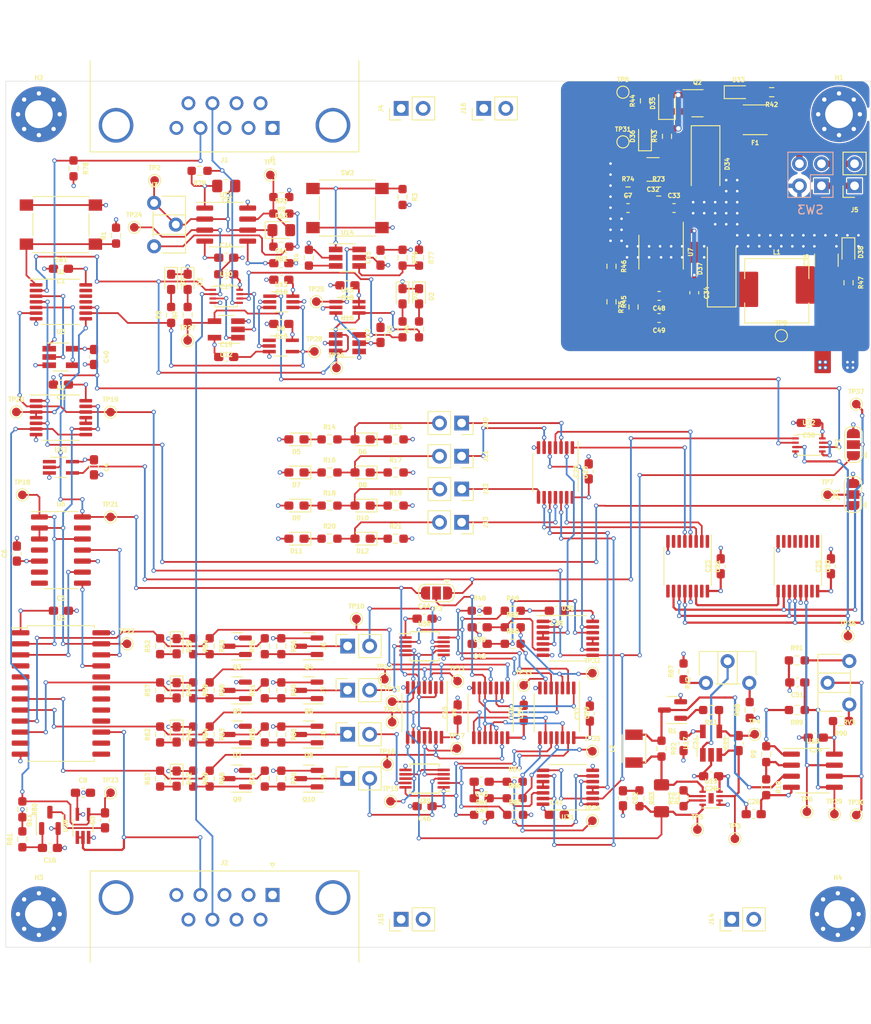
<source format=kicad_pcb>
(kicad_pcb (version 20210126) (generator pcbnew)
  (layers (0 "F.Cu" signal) (1 "In1.Cu" signal "GND") (2 "In2.Cu" signal "VCC") (31 "B.Cu" signal) (34 "B.Paste" user) (35 "F.Paste" user) (36 "B.SilkS" user "B.Silkscreen") (37 "F.SilkS" user "F.Silkscreen") (38 "B.Mask" user) (39 "F.Mask" user) (44 "Edge.Cuts" user))
  (net 0 "")
  (net 1 "Net-(J6-Pad2)")
  (net 2 "GND")
  (net 3 "Net-(J6-Pad1)")
  (net 4 "Net-(J7-Pad2)")
  (net 5 "Net-(J7-Pad1)")
  (net 6 "+5V")
  (net 7 "Net-(D1-Pad2)")
  (net 8 "Net-(D2-Pad2)")
  (net 9 "Net-(C9-Pad1)")
  (net 10 "OUTPUT_2")
  (net 11 "OUTPUT_1")
  (net 12 "OUTPUT_3")
  (net 13 "OUTPUT_4")
  (net 14 "Net-(C11-Pad1)")
  (net 15 "Net-(D5-Pad1)")
  (net 16 "Net-(D6-Pad1)")
  (net 17 "Net-(J8-Pad2)")
  (net 18 "Net-(D7-Pad1)")
  (net 19 "Net-(D8-Pad1)")
  (net 20 "Net-(C3-Pad2)")
  (net 21 "Net-(C3-Pad1)")
  (net 22 "Net-(J8-Pad1)")
  (net 23 "Net-(C49-Pad2)")
  (net 24 "Net-(C22-Pad2)")
  (net 25 "Net-(C22-Pad1)")
  (net 26 "SYSTEM_TACK_2")
  (net 27 "Net-(J9-Pad2)")
  (net 28 "Net-(C32-Pad1)")
  (net 29 "Net-(C34-Pad1)")
  (net 30 "Net-(J9-Pad1)")
  (net 31 "KS_INPUT")
  (net 32 "Net-(D9-Pad1)")
  (net 33 "Net-(D10-Pad1)")
  (net 34 "CC_Voltage")
  (net 35 "CC_Output")
  (net 36 "Net-(D3-Pad2)")
  (net 37 "KS_OUT_6")
  (net 38 "Net-(C16-Pad2)")
  (net 39 "KS_OUT_1")
  (net 40 "KS_OUT_2")
  (net 41 "KS_OUT_3")
  (net 42 "KS_OUT_4")
  (net 43 "KS_OUT_5")
  (net 44 "KS_OUT_14")
  (net 45 "KS_OUT_7")
  (net 46 "KS_OUT_8")
  (net 47 "KS_OUT_9")
  (net 48 "KS_OUT_10")
  (net 49 "KS_OUT_11")
  (net 50 "KS_OUT_12")
  (net 51 "KS_OUT_13")
  (net 52 "Net-(D10-Pad2)")
  (net 53 "Net-(D8-Pad2)")
  (net 54 "Net-(D6-Pad2)")
  (net 55 "Net-(D4-Pad2)")
  (net 56 "DK_OUT_1")
  (net 57 "Net-(D33-Pad1)")
  (net 58 "DK_INPUT_1")
  (net 59 "Net-(D40-Pad2)")
  (net 60 "Net-(D36-Pad2)")
  (net 62 "Net-(D38-Pad2)")
  (net 63 "Net-(D39-Pad2)")
  (net 66 "Net-(C39-Pad1)")
  (net 67 "Net-(D33-Pad2)")
  (net 68 "Net-(C42-Pad1)")
  (net 70 "Net-(C43-Pad1)")
  (net 71 "Net-(J5-Pad2)")
  (net 72 "Net-(J5-Pad1)")
  (net 73 "Net-(Q1-Pad1)")
  (net 74 "Net-(Q3-Pad3)")
  (net 75 "Net-(Q4-Pad1)")
  (net 76 "Net-(Q3-Pad1)")
  (net 77 "Net-(Q6-Pad1)")
  (net 78 "Net-(Q7-Pad1)")
  (net 79 "Net-(Q5-Pad3)")
  (net 80 "Net-(Q5-Pad1)")
  (net 81 "Net-(Q7-Pad3)")
  (net 82 "Net-(Q9-Pad3)")
  (net 83 "Net-(Q8-Pad1)")
  (net 84 "Net-(Q9-Pad1)")
  (net 85 "Net-(C47-Pad1)")
  (net 86 "Net-(Q10-Pad1)")
  (net 87 "Net-(R5-Pad1)")
  (net 88 "Net-(C51-Pad1)")
  (net 89 "Net-(R10-Pad1)")
  (net 90 "Net-(R12-Pad2)")
  (net 91 "DK_INPUT_3")
  (net 92 "Net-(R12-Pad1)")
  (net 93 "Net-(R45-Pad1)")
  (net 94 "Net-(TP11-Pad1)")
  (net 95 "Net-(C52-Pad1)")
  (net 96 "DK_INPUT_2")
  (net 97 "DK_INPUT_4")
  (net 98 "DK_OUT_2")
  (net 99 "DK_OUT_3")
  (net 100 "DK_OUT_4")
  (net 101 "Net-(TP13-Pad1)")
  (net 102 "Net-(TP15-Pad1)")
  (net 103 "Net-(TP17-Pad1)")
  (net 104 "SYSTEM_TACK")
  (net 105 "Net-(D43-Pad2)")
  (net 107 "Net-(U5-Pad22)")
  (net 108 "Net-(U5-Pad21)")
  (net 110 "Net-(U5-Pad3)")
  (net 111 "Net-(U10-Pad7)")
  (net 112 "Net-(U10-Pad3)")
  (net 113 "Net-(U15-Pad3)")
  (net 114 "Net-(U20-Pad9)")
  (net 118 "Net-(D11-Pad1)")
  (net 119 "Net-(D12-Pad2)")
  (net 120 "Net-(D12-Pad1)")
  (net 121 "Net-(D35-Pad2)")
  (net 122 "Net-(D41-Pad2)")
  (net 123 "Net-(D42-Pad2)")
  (net 124 "Net-(F1-Pad1)")
  (net 125 "TAKT_EXTERN")
  (net 126 "INPUT_MEASURE_GOON")
  (net 127 "NE55_OUT")
  (net 128 "OUTPUT_MEASURE_GOON")
  (net 129 "Net-(R3-Pad1)")
  (net 130 "Net-(R4-Pad1)")
  (net 131 "Net-(C7-Pad2)")
  (net 132 "Net-(C48-Pad2)")
  (net 133 "Net-(R73-Pad1)")
  (net 134 "/Versorgung/PH")
  (net 135 "Net-(RV3-Pad2)")
  (net 136 "Net-(RV2-Pad2)")
  (net 137 "Net-(J3-Pad3)")
  (net 138 "Net-(TP18-Pad1)")
  (net 139 "Net-(TP22-Pad1)")
  (net 140 "Net-(TP25-Pad1)")
  (net 141 "Net-(J10-Pad1)")
  (net 142 "Net-(J11-Pad1)")
  (net 143 "Net-(J12-Pad1)")
  (net 144 "Net-(J13-Pad1)")
  (net 145 "Net-(JP1-Pad2)")
  (net 146 "SYSTEM_STATUS_SR_INV")
  (net 147 "Net-(JP2-Pad2)")
  (net 148 "RESET")
  (net 149 "Net-(L2-Pad1)")
  (net 150 "Net-(R1-Pad1)")
  (net 151 "Tastensperre")
  (net 152 "Net-(R89-Pad2)")
  (net 153 "Net-(R50-Pad2)")
  (net 154 "Net-(R76-Pad2)")
  (net 155 "Net-(R83-Pad2)")
  (net 156 "Net-(R84-Pad2)")
  (net 157 "Net-(R86-Pad2)")
  (net 158 "Net-(R87-Pad1)")
  (net 159 "Net-(R88-Pad2)")
  (net 160 "Net-(R90-Pad1)")
  (net 161 "Net-(R91-Pad2)")
  (net 162 "SYSTEM_STATUS_SR")
  (net 163 "SYSTEM_TACKT_SR")
  (net 164 "Net-(TP36-Pad1)")
  (net 168 "Net-(U1-Pad5)")
  (net 169 "Net-(U1-Pad3)")
  (net 170 "Net-(U2-Pad10)")
  (net 171 "OUTPUT_10")
  (net 172 "OUTPUT_11")
  (net 173 "OUTPUT_8")
  (net 174 "OUTPUT_9")
  (net 175 "OUTPUT_14")
  (net 176 "OUTPUT_12")
  (net 177 "OUTPUT_13")
  (net 179 "OUTPUT_5")
  (net 180 "OUTPUT_6")
  (net 181 "OUTPUT_7")
  (net 182 "Net-(U13-Pad3)")
  (net 183 "Net-(U22-Pad5)")
  (net 184 "SYSTEM_TACKT_SR_INV")
  (net 185 "Net-(U29-Pad12)")
  (net 186 "Net-(U29-Pad9)")
  (net 187 "Net-(U29-Pad4)")
  (net 188 "Net-(U29-Pad1)")
  (net 189 "Net-(U30-Pad10)")
  (net 190 "Net-(U30-Pad1)")
  (net 191 "Net-(U31-Pad10)")
  (net 192 "Net-(U31-Pad1)")
  (net 193 "SYSTEM_TACKT_SR_INV1")
  (footprint "Package_TO_SOT_SMD:SOT-363_SC-70-6_Handsoldering" (layer "F.Cu") (at 197.24 88.325)
    (fp_text reference "U15")
    (fp_text value "74LVC1G175")
  )
  (footprint "LED_SMD:LED_0603_1608Metric_Pad1.05x0.95mm_HandSolder" (layer "F.Cu") (at 191.365 114.955 180)
    (fp_text reference "D11")
    (fp_text value "LED/ROT")
  )
  (footprint "Resistor_SMD:R_0603_1608Metric_Pad0.98x0.95mm_HandSolder" (layer "F.Cu") (at 216.29 123.25)
    (fp_text reference "R49")
    (fp_text value "10k")
  )
  (footprint "Resistor_SMD:R_0603_1608Metric_Pad0.98x0.95mm_HandSolder" (layer "F.Cu") (at 216.29 125.155)
    (fp_text reference "R83")
    (fp_text value "10k")
  )
  (footprint "LED_SMD:LED_0603_1608Metric_Pad1.05x0.95mm_HandSolder" (layer "F.Cu") (at 177.555 142.5775 -90)
    (fp_text reference "D42")
    (fp_text value "LED/GELB")
  )
  (footprint "TestPoint:TestPoint_Pad_D1.0mm" (layer "F.Cu") (at 255.88 146.77)
    (fp_text reference "TP30")
    (fp_text value "TestPoint" hide)
  )
  (footprint "TestPoint:TestPoint_Pad_D1.0mm" (layer "F.Cu") (at 201.5 131.14)
    (fp_text reference "TP12")
    (fp_text value "TestPoint" hide)
  )
  (footprint "Capacitor_SMD:C_0603_1608Metric_Pad1.08x0.95mm_HandSolder" (layer "F.Cu") (at 168.03 94.04 -90)
    (fp_text reference "C40")
    (fp_text value "100nF")
  )
  (footprint "Resistor_SMD:R_0603_1608Metric_Pad0.98x0.95mm_HandSolder" (layer "F.Cu") (at 189.62 77.53)
    (fp_text reference "R72")
    (fp_text value "15k")
  )
  (footprint "Resistor_SMD:R_0603_1608Metric_Pad0.98x0.95mm_HandSolder" (layer "F.Cu") (at 175.65 137.4975 90)
    (fp_text reference "R62")
    (fp_text value "1k6")
  )
  (footprint "Package_SO:SOIC-8_3.9x4.9mm_P1.27mm" (layer "F.Cu") (at 183.27 78.8)
    (fp_text reference "U11")
    (fp_text value "NE555")
  )
  (footprint "Capacitor_SMD:C_0603_1608Metric_Pad1.08x0.95mm_HandSolder" (layer "F.Cu") (at 212.48 127.06 180)
    (fp_text reference "C42")
    (fp_text value "470nF")
  )
  (footprint "Connector_Dsub:DSUB-9_Male_Horizontal_P2.77x2.84mm_EdgePinOffset4.94mm_Housed_MountingHolesOffset7.48mm" (layer "F.Cu") (at 188.61 67.67 180)
    (fp_text reference "J1")
    (fp_text value "INPUT/MALE-DB9" hide)
  )
  (footprint "Resistor_SMD:R_0603_1608Metric_Pad0.98x0.95mm_HandSolder" (layer "F.Cu") (at 245.5 143.57 -90)
    (fp_text reference "R10")
    (fp_text value "NP")
  )
  (footprint "LED_SMD:LED_0603_1608Metric_Pad1.05x0.95mm_HandSolder" (layer "F.Cu") (at 191.365 103.525 180)
    (fp_text reference "D5")
    (fp_text value "LED/ROT")
  )
  (footprint "Button_Switch_SMD:SW_Push_1P1T_NO_6x6mm_H9.5mm" (layer "F.Cu") (at 164.22 78.8 180)
    (fp_text reference "SW1")
    (fp_text value "START" hide)
  )
  (footprint "LED_SMD:LED_0603_1608Metric_Pad1.05x0.95mm_HandSolder" (layer "F.Cu") (at 231.53 68.64 90)
    (fp_text reference "D36")
    (fp_text value "LED/GRUEN")
  )
  (footprint "TestPoint:TestPoint_Pad_D1.0mm" (layer "F.Cu") (at 202.39 136.08)
    (fp_text reference "TP14")
    (fp_text value "TestPoint" hide)
  )
  (footprint "Resistor_SMD:R_0603_1608Metric_Pad0.98x0.95mm_HandSolder" (layer "F.Cu") (at 249.0325 128.965)
    (fp_text reference "R91")
    (fp_text value "?")
  )
  (footprint "Package_SO:TSSOP-14_4.4x5mm_P0.65mm" (layer "F.Cu") (at 221.21 107.335 -90)
    (fp_text reference "U23")
    (fp_text value "74HC08PW")
  )
  (footprint "Package_TO_SOT_SMD:SOT-23" (layer "F.Cu") (at 192.795 142.5775 180)
    (fp_text reference "Q10")
    (fp_text value "Si2301")
  )
  (footprint "Capacitor_SMD:C_0603_1608Metric_Pad1.08x0.95mm_HandSolder" (layer "F.Cu") (at 183.27 84.515 180)
    (fp_text reference "C17")
    (fp_text value "100nF")
  )
  (footprint "Capacitor_SMD:C_0603_1608Metric_Pad1.08x0.95mm_HandSolder" (layer "F.Cu") (at 212.7075 142.935 180)
    (fp_text reference "C43")
    (fp_text value "470nF")
  )
  (footprint "Connector_PinHeader_2.54mm:PinHeader_1x02_P2.54mm_Vertical" (layer "F.Cu") (at 203.425 158.77 90)
    (fp_text reference "J15")
    (fp_text value "GND" hide)
  )
  (footprint "Package_TO_SOT_SMD:SOT-23" (layer "F.Cu") (at 192.795 127.3375 180)
    (fp_text reference "Q4")
    (fp_text value "Si2301")
  )
  (footprint "Package_TO_SOT_SMD:SOT-23" (layer "F.Cu") (at 184.54 132.4175 180)
    (fp_text reference "Q5")
    (fp_text value "BSS123")
  )
  (footprint "Resistor_SMD:R_0603_1608Metric_Pad0.98x0.95mm_HandSolder" (layer "F.Cu") (at 212.7575 146.745)
    (fp_text reference "R51")
    (fp_text value "10k")
  )
  (footprint "Package_SO:SOIC-8_3.9x4.9mm_P1.27mm" (layer "F.Cu") (at 233.385 81.975 -90)
    (fp_text reference "U7")
    (fp_text value "TPS_54331")
  )
  (footprint "Resistor_SMD:R_0603_1608Metric_Pad0.98x0.95mm_HandSolder" (layer "F.Cu") (at 179.46 142.5775 -90)
    (fp_text reference "R69")
    (fp_text value "10k")
  )
  (footprint "Resistor_SMD:R_0603_1608Metric_Pad0.98x0.95mm_HandSolder" (layer "F.Cu") (at 178.825 89.2 90)
    (fp_text reference "R7")
    (fp_text value "1k6")
  )
  (footprint "Package_TO_SOT_SMD:SOT-353_SC-70-5_Handsoldering" (layer "F.Cu") (at 189.56 92.77)
    (fp_text reference "U8")
    (fp_text value "74AHC1G14")
  )
  (footprint "Resistor_SMD:R_0603_1608Metric_Pad0.98x0.95mm_HandSolder" (layer "F.Cu") (at 187.715 127.3375 90)
    (fp_text reference "R56")
    (fp_text value "0R")
  )
  (footprint "Resistor_SMD:R_0603_1608Metric_Pad0.98x0.95mm_HandSolder" (layer "F.Cu") (at 227.67 87.69 -90)
    (fp_text reference "R45")
    (fp_text value "10k2")
  )
  (footprint "Capacitor_SMD:C_0603_1608Metric_Pad1.08x0.95mm_HandSolder" (layer "F.Cu") (at 233.1575 89.555 180)
    (fp_text reference "C49")
    (fp_text value "8,2nF")
  )
  (footprint "TestPoint:TestPoint_Pad_D1.0mm" (layer "F.Cu") (at 247.245 91.587)
    (fp_text reference "TP9")
    (fp_text value "TestPoint" hide)
  )
  (footprint "TestPoint:TestPoint_Pad_D1.0mm" (layer "F.Cu") (at 169.935 100.39)
    (fp_text reference "TP19")
    (fp_text value "TestPoint" hide)
  )
  (footprint "Connector_PinHeader_2.54mm:PinHeader_1x02_P2.54mm_Vertical" (layer "F.Cu") (at 203.425 65.425 90)
    (fp_text reference "J4")
    (fp_text value "VCC" hide)
  )
  (footprint "Resistor_SMD:R_0603_1608Metric_Pad0.98x0.95mm_HandSolder" (layer "F.Cu") (at 216.5175 144.84)
    (fp_text reference "R86")
    (fp_text value "10k")
  )
  (footprint "Resistor_SMD:R_0603_1608Metric_Pad0.98x0.95mm_HandSolder" (layer "F.Cu") (at 187.715 142.5775 90)
    (fp_text reference "R71")
    (fp_text value "0R")
  )
  (footprint "Resistor_SMD:R_0603_1608Metric_Pad0.98x0.95mm_HandSolder" (layer "F.Cu") (at 159.775 146.11 -90)
    (fp_text reference "R80")
    (fp_text value "10k")
  )
  (footprint "Resistor_SMD:R_0603_1608Metric_Pad0.98x0.95mm_HandSolder" (layer "F.Cu") (at 179.46 127.3375 -90)
    (fp_text reference "R54")
    (fp_text value "10k")
  )
  (footprint "Resistor_SMD:R_0603_1608Metric_Pad0.98x0.95mm_HandSolder" (layer "F.Cu") (at 179.46 137.4975 -90)
    (fp_text reference "R64")
    (fp_text value "10k")
  )
  (footprint "Potentiometer_THT:Potentiometer_ACP_CA6-H2,5_Horizontal" (layer "F.Cu") (at 238.555 131.56 90)
    (fp_text reference "RV2")
    (fp_text value "20k")
  )
  (footprint "Package_TO_SOT_SMD:SOT-353_SC-70-5_Handsoldering" (layer "F.Cu") (at 164.22 106.74)
    (fp_text reference "U32")
    (fp_text value "74AHC1G14")
  )
  (footprint "Resistor_SMD:R_0603_1608Metric_Pad0.98x0.95mm_HandSolder" (layer "F.Cu") (at 249.0325 134.68 180)
    (fp_text reference "R89")
    (fp_text value "?")
  )
  (footprint "Capacitor_SMD:C_0603_1608Metric_Pad1.08x0.95mm_HandSolder" (layer "F.Cu") (at 212.48 125.155 180)
    (fp_text reference "C39")
    (fp_text value "470nF")
  )
  (footprint "Capacitor_SMD:C_0603_1608Metric_Pad1.08x0.95mm_HandSolder" (layer "F.Cu") (at 169.3 147.38 90)
    (fp_text reference "C3")
    (fp_text value "100nF")
  )
  (footprint "Capacitor_SMD:C_0603_1608Metric_Pad1.08x0.95mm_HandSolder" (layer "F.Cu") (at 242.325 138.49 90)
    (fp_text reference "C22")
    (fp_text value "10nF")
  )
  (footprint "LED_SMD:LED_0603_1608Metric_Pad1.05x0.95mm_HandSolder" (layer "F.Cu") (at 178.825 85.39 -90)
    (fp_text reference "D3")
    (fp_text value "LED/GELB")
  )
  (footprint "Package_TO_SOT_SMD:SOT-23" (layer "F.Cu") (at 237.5775 64.83)
    (fp_text reference "Q2")
    (fp_text value "Si2301")
  )
  (footprint "Resistor_SMD:R_0603_1608Metric_Pad0.98x0.95mm_HandSolder" (layer "F.Cu") (at 254.992 85.491 -90)
    (fp_text reference "R47")
    (fp_text value "1k2")
  )
  (footprint "Package_TO_SOT_SMD:SOT-23" (layer "F.Cu") (at 192.795 132.4175 180)
    (fp_text reference "Q6")
    (fp_text value "Si2301")
  )
  (footprint "Resistor_SMD:R_0603_1608Metric_Pad0.98x0.95mm_HandSolder" (layer "F.Cu") (at 235.975 144.84 90)
    (fp_text reference "R12")
    (fp_text value "110R")
  )
  (footprint "Resistor_SMD:R_0603_1608Metric_Pad0.98x0.95mm_HandSolder" (layer "F.Cu") (at 230.21 88.285 90)
    (fp_text reference "R75")
    (fp_text value "34k")
  )
  (footprint "Resistor_SMD:R_0603_1608Metric_Pad0.98x0.95mm_HandSolder" (layer "F.Cu") (at 195.175 107.335)
    (fp_text reference "R16")
    (fp_text value "1k6")
  )
  (footprint "Capacitor_SMD:C_0603_1608Metric_Pad1.08x0.95mm_HandSolder" (layer "F.Cu") (at 209.94 134.9575 90)
    (fp_text reference "C45")
    (fp_text value "100nF")
  )
  (footprint "Resistor_SMD:R_0603_1608Metric_Pad0.98x0.95mm_HandSolder" (layer "F.Cu") (at 195.175 103.525)
    (fp_text reference "R14")
    (fp_text value "1k6")
  )
  (footprint "Resistor_SMD:R_0603_1608Metric_Pad0.98x0.95mm_HandSolder" (layer "F.Cu") (at 212.48 123.25)
    (fp_text reference "R48")
    (fp_text value "10k")
  )
  (footprint "TestPoint:TestPoint_Pad_D1.0mm" (layer "F.Cu") (at 237.57 148.44)
    (fp_text reference "TP5")
    (fp_text value "TestPoint" hide)
  )
  (footprint "Connector_PinHeader_2.54mm:PinHeader_1x02_P2.54mm_Vertical" (layer "F.Cu") (at 241.525 158.77 90)
    (fp_text reference "J14")
    (fp_text value "GND" hide)
  )
  (footprint "Resistor_SMD:R_0603_1608Metric_Pad0.98x0.95mm_HandSolder" (layer "F.Cu") (at 187.715 132.4175 90)
    (fp_text reference "R61")
    (fp_text value "0R")
  )
  (footprint "TestPoint:TestPoint_Pad_D1.0mm" (layer "F.Cu") (at 255.88 99.47)
    (fp_text reference "TP37")
    (fp_text value "TestPoint" hide)
  )
  (footprint "Connector_PinSocket_2.54mm:PinSocket_1x02_P2.54mm_Vertical" (layer "F.Cu") (at 210.395 113.075 -90)
    (fp_text reference "J13")
    (fp_text value "Conn_02x01" hide)
  )
  (footprint "Resistor_SMD:R_0603_1608Metric_Pad0.98x0.95mm_HandSolder" (layer "F.Cu") (at 203.59 82.61 -90)
    (fp_text reference "R76")
    (fp_text value "560k")
  )
  (footprint "TestPoint:TestPoint_Pad_D1.0mm" (layer "F.Cu") (at 209.93 131.35)
    (fp_text reference "TP11")
    (fp_text value "TestPoint" hide)
  )
  (footprint "TestPoint:TestPoint_Pad_D1.0mm" (layer "F.Cu") (at 228.99 69.275)
    (fp_text reference "TP31")
    (fp_text value "TestPoint" hide)
  )
  (footprint "Resistor_SMD:R_0603_1608Metric_Pad0.98x0.95mm_HandSolder" (layer "F.Cu") (at 181.365 142.5775 -90)
    (fp_text reference "R68")
    (fp_text value "510R")
  )
  (footprint "LED_SMD:LED_0603_1608Metric_Pad1.05x0.95mm_HandSolder" (layer "F.Cu") (at 205.495 87.055 -90)
    (fp_text reference "D2")
    (fp_text value "LED/GRUEN")
  )
  (footprint "Resistor_SMD:R_0603_1608Metric_Pad0.98x0.95mm_HandSolder" (layer "F.Cu") (at 175.65 127.3375 90)
    (fp_text reference "R52")
    (fp_text value "1k6")
  )
  (footprint "Resistor_SMD:R_0603_1608Metric_Pad0.98x0.95mm_HandSolder" (layer "F.Cu") (at 203.59 75.625 -90)
    (fp_text reference "R3")
    (fp_text value "10k")
  )
  (footprint "Resistor_SMD:R_0603_1608Metric_Pad0.98x0.95mm_HandSolder" (layer "F.Cu") (at 235.975 130.235 90)
    (fp_text reference "R87")
    (fp_text value "?")
  )
  (footprint "Package_SO:SOIC-14_3.9x8.7mm_P1.27mm" (layer "F.Cu") (at 164.22 116.265)
    (fp_text reference "U6")
    (fp_text value "SN74LS93")
  )
  (footprint "LED_SMD:LED_0603_1608Metric_Pad1.05x0.95mm_HandSolder" (layer "F.Cu") (at 198.985 114.955 180)
    (fp_text reference "D12")
    (fp_text value "LED/GRUEN")
  )
  (footprint "Capacitor_SMD:C_0603_1608Metric_Pad1.08x0.95mm_HandSolder" (layer "F.Cu") (at 206.13 124.1625)
    (fp_text reference "C44")
    (fp_text value "100nF")
  )
  (footprint "TestPoint:TestPoint_Pad_D1.0mm" (layer "F.Cu") (at 193.43 93.405)
    (fp_text reference "TP28")
    (fp_text value "TestPoint" hide)
  )
  (footprint "LED_SMD:LED_0603_1608Metric_Pad1.05x0.95mm_HandSolder" (layer "F.Cu") (at 254.975 81.975 -90)
    (fp_text reference "D38")
    (fp_text value "LED/GRUEN")
  )
  (footprint "Capacitor_SMD:C_1210_3225Metric_Pad1.33x2.70mm_HandSolder" (layer "F.Cu") (at 252.435 82.9025 90)
    (fp_text reference "C35")
    (fp_text value "100uF")
  )
  (footprint "Package_TO_SOT_SMD:SOT-23" (layer "F.Cu") (at 184.54 142.5775 180)
    (fp_text reference "Q9")
    (fp_text value "BSS123")
  )
  (footprint "Connector_PinSocket_2.54mm:PinSocket_1x02_P2.54mm_Vertical" (layer "F.Cu") (at 197.26 142.5525 90)
    (fp_text reference "J9")
    (fp_text value "MEASURE-CON" hide)
  )
  (footprint "LED_SMD:LED_0603_1608Metric_Pad1.05x0.95mm_HandSolder" (layer "F.Cu") (at 191.365 107.335 180)
    (fp_text reference "D7")
    (fp_text value "LED/ROT")
  )
  (footprint "Capacitor_SMD:C_0603_1608Metric_Pad1.08x0.95mm_HandSolder" (layer "F.Cu") (at 221.37 123.25 180)
    (fp_text reference "C38")
    (fp_text value "100nF")
  )
  (footprint "Resistor_SMD:R_0603_1608Metric_Pad0.98x0.95mm_HandSolder" (layer "F.Cu") (at 189.62 127.3375 -90)
    (fp_text reference "R55")
    (fp_text value "10k")
  )
  (footprint "Resistor_SMD:R_0603_1608Metric_Pad0.98x0.95mm_HandSolder" (layer "F.Cu") (at 175.65 132.4175 90)
    (fp_text reference "R57")
    (fp_text value "1k6")
  )
  (footprint "Package_SO:SOIC-24W_7.5x15.4mm_P1.27mm" (layer "F.Cu") (at 164.22 132.775)
    (fp_text reference "U5")
    (fp_text value "CD74HC4514M96")
  )
  (footprint "Package_TO_SOT_SMD:SOT-23" (layer "F.Cu") (at 162.95 147.38 90)
    (fp_text reference "Q11")
    (fp_text value "BC858")
  )
  (footprint "Resistor_SMD:R_0603_1608Metric_Pad0.98x0.95mm_HandSolder" (layer "F.Cu") (at 189.62 75.625 180)
    (fp_text reference "R2")
    (fp_text value "10k")
  )
  (footprint "TestPoint:TestPoint_Pad_D1.0mm" (layer "F.Cu") (at 241.89 149.5)
    (fp_text reference "TP3")
    (fp_text value "TestPoint" hide)
  )
  (footprint "TestPoint:TestPoint_Pad_D1.0mm" (layer "F.Cu") (at 202.2 145.19)
    (fp_text reference "TP15")
    (fp_text value "TestPoint" hide)
  )
  (footprint "Package_TO_SOT_SMD:SOT-23" (layer "F.Cu") (at 184.54 127.3375 180)
    (fp_text reference "Q3")
    (fp_text value "BSS123")
  )
  (footprint "TestPoint:TestPoint_Pad_D1.0mm" (layer "F.Cu") (at 202.39 133.72)
    (fp_text reference "TP13")
    (fp_text value "TestPoint" hide)
  )
  (footprint "Package_TO_SOT_SMD:SOT-23" (layer "F.Cu") (at 184.54 137.4975 180)
    (fp_text reference "Q7")
    (fp_text value "BSS123")
  )
  (footprint "Resistor_SMD:R_0603_1608Metric_Pad0.98x0.95mm_HandSolder" (layer "F.Cu") (at 205.495 82.61 -90)
    (fp_text reference "R77")
    (fp_text value "1M")
  )
  (footprint "MountingHole:MountingHole_3.2mm_M3_Pad_Via" (layer "F.Cu") (at 161.68 66.1)
    (fp_text reference "H2")
    (fp_text value "MountingHole" hide)
  )
  (footprint "Resistor_SMD:R_0603_1608Metric_Pad0.98x0.95mm_HandSolder" (layer "F.Cu") (at 179.46 132.4175 -90)
    (fp_text reference "R59")
    (fp_text value "10k")
  )
  (footprint "Button_Switch_SMD:SW_Push_1P1T_NO_6x6mm_H9.5mm" (layer "F.Cu") (at 197.24 76.895)
    (fp_text reference "SW2")
    (fp_text value "MODE")
  )
  (footprint "TestPoint:TestPoint_Pad_D1.0mm" (layer "F.Cu") (at 228.99 63.56)
    (fp_text reference "TP8")
    (fp_text value "TestPoint" hide)
  )
  (footprint "Capacitor_SMD:C_0603_1608Metric_Pad1.08x0.95mm_HandSolder" (layer "F.Cu") (at 244.06 146.67)
    (fp_text reference "C26")
    (fp_text value "100nF")
  )
  (footprint "Package_SO:MSOP-10_3x3mm_P0.5mm" (layer "F.Cu") (at 206.13 127.3375)
    (fp_text reference "U38")
    (fp_text value "DG2535")
  )
  (footprint "Resistor_SMD:R_0603_1608Metric_Pad0.98x0.95mm_HandSolder" (layer "F.Cu") (at 246.135 63.56 180)
    (fp_text reference "R42")
    (fp_text value "3k9")
  )
  (footprint "MountingHole:MountingHole_3.2mm_M3_Pad_Via" (layer "F.Cu") (at 253.895 66.1)
    (fp_text reference "H1")
    (fp_text value "MountingHole" hide)
  )
  (footprint "Capacitor_SMD:C_0603_1608Metric_Pad1.08x0.95mm_HandSolder" (layer "F.Cu") (at 162.95 150.555 180)
    (fp_text reference "C16")
    (fp_text value "1uF")
  )
  (footprint "Capacitor_SMD:C_0603_1608Metric_Pad1.08x0.95mm_HandSolder" (layer "F.Cu") (at 240.26 118.13 90)
    (fp_text reference "C23")
    (fp_text value "100nF")
  )
  (footprint "Capacitor_SMD:C_0603_1608Metric_Pad1.08x0.95mm_HandSolder" (layer "F.Cu") (at 183.27 82.61)
    (fp_text reference "C14")
    (fp_text value "100nF")
  )
  (footprint "Resistor_SMD:R_0603_1608Metric_Pad0.98x0.95mm_HandSolder" (layer "F.Cu") (at 202.795 103.525)
    (fp_text reference "R15")
    (fp_text value "1k2")
  )
  (footprint "TestPoint:TestPoint_Pad_D1.0mm" (layer "F.Cu") (at 225.47 139.43)
    (fp_text reference "TP35")
    (fp_text value "TestPoint" hide)
  )
  (footprint "Jumper:SolderJumper-3_P1.3mm_Open_RoundedPad1.0x1.5mm" (layer "F.Cu") (at 207.51 121.21 180)
    (fp_text reference "JP3")
    (fp_text value "Jumper" hide)
  )
  (footprint "Connector_PinSocket_2.54mm:PinSocket_1x02_P2.54mm_Vertical" (layer "F.Cu") (at 197.26 127.3125 90)
    (fp_text reference "J6")
    (fp_text value "MEASURE-CON" hide)
  )
  (footprint "Package_SO:TSSOP-14_4.4x5mm_P0.65mm" (layer "F.Cu") (at 206.13 134.9575 -90)
    (fp_text reference "U4")
    (fp_text value "74HC08PW")
  )
  (footprint "Resistor_SMD:R_0603_1608Metric_Pad0.98x0.95mm_HandSolder" (layer "F.Cu") (at 189.62 81.34 180)
    (fp_text reference "R82")
    (fp_text value "15k")
  )
  (footprint "Resistor_SMD:R_0603_1608Metric_Pad0.98x0.95mm_HandSolder" (layer "F.Cu") (at 180.2 72.61 180)
    (fp_text reference "R79")
    (fp_text value "10k")
  )
  (footprint "TestPoint:TestPoint_Pad_D1.0mm" (layer "F.Cu") (at 188.35 73.085)
    (fp_text reference "TP1")
    (fp_text value "TestPoint" hide)
  )
  (footprint "Resistor_SMD:R_1206_3216Metric_Pad1.30x1.75mm_HandSolder" (layer "F.Cu") (at 233.435 144.84 -90)
    (fp_text reference "R13")
    (fp_text value "100mR")
  )
  (footprint "Resistor_SMD:R_0603_1608Metric_Pad0.98x0.95mm_HandSolder" (layer "F.Cu") (at 233.1075 74.99)
    (fp_text reference "R73")
    (fp_text value "681k")
  )
  (footprint "Resistor_SMD:R_0603_1608Metric_Pad0.98x0.95mm_HandSolder" (layer "F.Cu") (at 227.67 83.6025 -90)
    (fp_text reference "R46")
    (fp_text value "1k96")
  )
  (footprint "Resistor_SMD:R_0603_1608Metric_Pad0.98x0.95mm_HandSolder" (layer "F.Cu") (at 170.57 80.07 90)
    (fp_text reference "R1")
    (fp_text value "10k")
  )
  (footprint "TestPoint:TestPoint_Pad_D1.0mm" (layer "F.Cu") (at 198.28 124.19)
    (fp_text reference "TP10")
    (fp_text value "TestPoint" hide)
  )
  (footprint "LED_SMD:LED_0603_1608Metric_Pad1.05x0.95mm_HandSolder" (layer "F.Cu") (at 203.59 87.055 -90)
    (fp_text reference "D1")
    (fp_text value "LED/ROT")
  )
  (footprint "Resistor_SMD:R_0603_1608Metric_Pad0.98x0.95mm_HandSolder" (layer "F.Cu") (at 216.5675 146.745)
    (fp_text reference "R85")
    (fp_text value "10k")
  )
  (footprint "Capacitor_SMD:C_0603_1608Metric_Pad1.08x0.95mm_HandSolder" (layer "F.Cu") (at 189.62 85.15 180)
    (fp_text reference "C10")
    (fp_text value "100nF")
  )
  (footprint "Jumper:SolderJumper-3_P1.3mm_Open_RoundedPad1.0x1.5mm" (layer "F.Cu") (at 255.5 109.875 90)
    (fp_text reference "JP1")
    (fp_text value "Jumper" hide)
  )
  (footprint "Capacitor_SMD:C_0603_1608Metric_Pad1.08x0.95mm_HandSolder" (layer "F.Cu") (at 201.05 82.61 90)
    (fp_text reference "C15")
    (fp_text value "100nF")
  )
  (footprint "Resistor_SMD:R_0603_1608Metric_Pad0.98x0.95mm_HandSolder" (layer "F.Cu") (at 243.595 134.68 90)
    (fp_text reference "R88")
    (fp_text value "?")
  )
  (footprint "Connector_PinSocket_2.54mm:PinSocket_1x02_P2.54mm_Vertical" (layer "F.Cu") (at 210.415 109.24 -90)
    (fp_text reference "J12")
    (fp_text value "Conn_02x01" hide)
  )
  (footprint "Package_TO_SOT_SMD:SOT-23-6_Handsoldering" (layer "F.Cu") (at 197.24 92.45)
    (fp_text reference "U16")
    (fp_text value "74LVC2G14")
  )
  (footprint "Connector_PinHeader_2.54mm:PinHeader_1x02_P2.54mm_Vertical" (layer "F.Cu") (at 212.95 65.425 90)
    (fp_text reference "J16")
    (fp_text value "GND" hide)
  )
  (footprint "Connector_Dsub:DSUB-9_Female_Horizontal_P2.77x2.84mm_EdgePinOffset4.94mm_Housed_MountingHolesOffset7.48mm" (layer "F.Cu") (at 188.61 155.97)
    (fp_text reference "J2")
    (fp_text value "OUTPUT/FEMALE-DB9" hide)
  )
  (footprint "Package_SO:TSSOP-16_4.4x5mm_P0.65mm" (layer "F.Cu") (at 236.45 118.13 -90)
    (fp_text reference "U21")
    (fp_text value "74HC595")
  )
  (footprint "Capacitor_SMD:C_0603_1608Metric_Pad1.08x0.95mm_HandSolder" (layer "F.Cu") (at 159.14 116.6725 90)
    (fp_text reference "C6")
    (fp_text value "100nF")
  )
  (footprint "LED_SMD:LED_0603_1608Metric_Pad1.05x0.95mm_HandSolder" (layer "F.Cu") (at 191.365 111.145 180)
    (fp_text reference "D9")
    (fp_text value "LED/ROT")
  )
  (footprint "Capacitor_SMD:C_0603_1608Metric_Pad1.08x0.95mm_HandSolder" (layer "F.Cu") (at 197.24 85.785 180)
    (fp_text reference "C18")
    (fp_text value "100nF")
  )
  (footprint "TestPoint:TestPoint_Pad_D1.0mm" (layer "F.Cu") (at 254.92 126.17)
    (fp_text reference "TP36")
    (fp_text value "TestPoint" hide)
  )
  (footprint "Capacitor_SMD:C_0603_1608Metric_Pad1.08x0.95mm_HandSolder" (layer "F.Cu") (at 189.62 83.245)
    (fp_text reference "C11")
    (fp_text value "100nF")
  )
  (footprint "LED_SMD:LED_0603_1608Metric_Pad1.05x0.95mm_HandSolder" (layer "F.Cu") (at 176.92 85.39 -90)
    (fp_text reference "D4")
    (fp_text value "LED/GELB")
  )
  (footprint "MountingHole:MountingHole_3.2mm_M3_Pad_Via" (layer "F.Cu") (at 161.68 158.175)
    (fp_text reference "H3")
    (fp_text value "MountingHole" hide)
  )
  (footprint "Inductor_SMD:L_7.3x7.3_H4.5" (layer "F.Cu") (at 246.72 86.42)
    (fp_text reference "L1")
    (fp_text value "6,8uH")
  )
  (footprint "Package_TO_SOT_SMD:SOT-23-6_Handsoldering" (layer "F.Cu") (at 197.24 82.61)
    (fp_text reference "U14")
    (fp_text value "LTC6993")
  )
  (footprint "Capacitor_SMD:C_1210_3225Metric_Pad1.33x2.70mm_HandSolder" (layer "F.Cu") (at 232.4575 72.45 180)
    (fp_text reference "C32")
    (fp_text value "22uF")
  )
  (footprint "Package_SO:TSSOP-14_4.4x5mm_P0.65mm" (layer "F.Cu") (at 213.75 135.0025 -90)
    (fp_text reference "U34")
    (fp_text value "74HC08PW")
  )
  (footprint "TestPoint:TestPoint_Pad_D1.0mm" (layer "F.Cu") (at 169.935 144.205)
    (fp_text reference "TP23")
    (fp_text value "TestPoint" hide)
  )
  (footprint "Resistor_SMD:R_0603_1608Metric_Pad0.98x0.95mm_HandSolder" (layer "F.Cu") (at 202.795 111.145)
    (fp_text reference "R19")
    (fp_text value "1k2")
  )
  (footprint "TestPoint:TestPoint_Pad_D1.0mm" (layer "F.Cu") (at 253.36 146.66)
    (fp_text reference "TP29")
    (fp_text value "TestPoint" hide)
  )
  (footprint "Resistor_SMD:R_0603_1608Metric_Pad0.98x0.95mm_HandSolder" (layer "F.Cu") (at 195.175 114.955)
    (fp_text reference "R20")
    (fp_text value "1k6")
  )
  (footprint "LED_SMD:LED_0603_1608Metric_Pad1.05x0.95mm_HandSolder" (layer "F.Cu") (at 177.555 137.4975 -90)
    (fp_text reference "D41")
    (fp_text value "LED/GELB")
  )
  (footprint "Capacitor_SMD:C_0603_1608Metric_Pad1.08x0.95mm_HandSolder" (layer "F.Cu") (at 237.212 86.6475 -90)
    (fp_text reference "C34")
    (fp_text value "100nF")
  )
  (footprint "Capacitor_SMD:C_0603_1608Metric_Pad1.08x0.95mm_HandSolder" (layer "F.Cu") (at 201.05 91.5 90)
    (fp_text reference "C12")
    (fp_text value "100nF")
  )
  (footprint "Resistor_SMD:R_0603_1608Metric_Pad0.98x0.95mm_HandSolder" (layer "F.Cu") (at 245.5 139.76 90)
    (fp_text reference "R9")
    (fp_text value "0R")
  )
  (footprint "Package_SO:TSSOP-14_4.4x5mm_P0.65mm" (layer "F.Cu") (at 164.22 101.025)
    (fp_text reference "U2")
    (fp_text value "74HC02PW")
  )
  (footprint "Diode_SMD:D_SMA_Handsoldering" (layer "F.Cu") (at 238.515 71.815 -90)
    (fp_text reference "D34")
    (fp_text value "SMAJ10CA")
  )
  (footprint "Resistor_SMD:R_0603_1608Metric_Pad0.98x0.95mm_HandSolder" (layer "F.Cu") (at 189.62 137.4975 -90)
    (fp_text reference "R65")
    (fp_text value "10k")
  )
  (footprint "Resistor_SMD:R_0603_1608Metric_Pad0.98x0.95mm_HandSolder" (layer "F.Cu") (at 233.435 139.125 -90)
    (fp_text reference "R92")
    (fp_text value "?")
  )
  (footprint "Package_TO_SOT_SMD:SOT-23" (layer "F.Cu") (at 192.795 137.4975 180)
    (fp_text reference "Q8")
    (fp_text value "Si2301")
  )
  (footprint "Package_TO_SOT_SMD:SOT-23" (layer "F.Cu") (at 234.705 134.68 180)
    (fp_text reference "Q1")
    (fp_text value "SI2318")
  )
  (footprint "Capacitor_SMD:C_0603_1608Metric_Pad1.08x0.95mm_HandSolder" (layer "F.Cu") (at 221.37 146.745)
    (fp_text reference "C41")
    (fp_text value "100nF")
  )
  (footprint "TestPoint:TestPoint_Pad_D1.0mm" (layer "F.Cu") (at 159.775 109.915)
    (fp_text reference "TP18")
    (fp_text value "TestPoint" hide)
  )
  (footprint "Resistor_SMD:R_0603_1608Metric_Pad0.98x0.95mm_HandSolder" (layer "F.Cu") (at 239.15 134.68 180)
    (fp_text reference "R11")
    (fp_text value "1k")
  )
  (footprint "Resistor_SMD:R_0603_1608Metric_Pad0.98x0.95mm_HandSolder" (layer "F.Cu") (at 192.795 82.61 90)
    (fp_text reference "R4")
    (fp_text value "820k")
  )
  (footprint "Potentiometer_THT:Potentiometer_ACP_CA6-H2,5_Horizontal" (layer "F.Cu") (at 255.08 134.045 180)
    (fp_text reference "RV3")
    (fp_text value "20k")
  )
  (footprint "TestPoint:TestPoint_Pad_D1.0mm" (layer "F.Cu") (at 193.65 87.67)
    (fp_text reference "TP25")
    (fp_text value "TestPoint" hide)
  )
  (footprint "Capacitor_SMD:C_0603_1608Metric_Pad1.08x0.95mm_HandSolder" (layer "F.Cu") (at 164.22 83.88 180)
    (fp_text reference "C1")
    (fp_text value "100nF")
  )
  (footprint "Capacitor_SMD:C_0603_1608Metric_Pad1.08x0.95mm_HandSolder" (layer "F.Cu") (at 252.96 118.13 90)
    (fp_text reference "C25")
    (fp_text value "100nF")
  )
  (footprint "Capacitor_SMD:C_0603_1608Metric_Pad1.08x0.95mm_HandSolder" (layer "F.Cu") (at 250.42 101.62 180)
    (fp_text reference "C50")
    (fp_text value "100nF")
  )
  (footprint "Capacitor_SMD:C_0603_1608Metric_Pad1.08x0.95mm_HandSolder" (layer "F.Cu") (at 251.215 137.855 180)
    (fp_text reference "C24")
    (fp_text value "100nF")
  )
  (footprint "MountingHole:MountingHole_3.2mm_M3_Pad_Via" (layer "F.Cu") (at 253.755 158.175)
    (fp_text reference "H4")
    (fp_text value "MountingHole" hide)
  )
  (footprint "Resistor_SMD:R_0603_1608Metric_Pad0.98x0.95mm_HandSolder" (layer "F.Cu") (at 231.53 64.5525 90)
    (fp_text reference "R44")
    (fp_text value "3k3")
  )
  (footprint "Capacitor_SMD:C_0805_2012Metric_Pad1.18x1.45mm_HandSolder" (layer "F.Cu") (at 183.27 74.355 180)
    (fp_text reference "C9")
    (fp_text value "3,9uF")
  )
  (footprint "Resistor_SMD:R_0603_1608Metric_Pad0.98x0.95mm_HandSolder" (layer "F.Cu") (at 216.29 127.06)
    (fp_text reference "R50")
    (fp_text value "10k")
  )
  (footprint "Package_TO_SOT_SMD:SOT-23-5_HandSoldering" (layer "F.Cu") (at 164.22 94.04)
    (fp_text reference "U3")
    (fp_text value "74AHC1G32")
  )
  (footprint "TestPoint:TestPoint_Pad_D1.0mm" (layer "F.Cu") (at 169.935 112.455)
    (fp_text reference "TP21")
    (fp_text value "TestPoint" hide)
  )
  (footprint "Package_TO_SOT_SMD:SOT-363_SC-70-6_Handsoldering" (layer "F.Cu") (at 189.62 87.69)
    (fp_text reference "U13")
    (fp_text value "74LVC1G175")
  )
  (footprint "LED_SMD:LED_0603_1608Metric_Pad1.05x0.95mm_HandSolder" (layer "F.Cu") (at 198.985 111.145 180)
    (fp_text reference "D10")
    (fp_text value "LED/GRUEN")
  )
  (footprint "Resistor_SMD:R_0603_1608Metric_Pad0.98x0.95mm_HandSolder" (layer "F.Cu") (at 181.365 137.4975 -90)
    (fp_text reference "R63")
    (fp_text value "510R")
  )
  (footprint "Package_DFN_QFN:DFN-8-1EP_2x2mm_P0.5mm_EP0.6x1.2mm" (layer "F.Cu") (at 239.15 144.84)
    (fp_text reference "U19")
    (fp_text value "INA826AIDRGT")
  )
  (footprint "Package_TO_SOT_SMD:SOT-353_SC-70-5_Handsoldering" (layer "F.Cu") (at 166.76 148.015 90)
    (fp_text reference "U28")
    (fp_text value "74HC1G126")
  )
  (footprint "Resistor_SMD:R_0603_1608Metric_Pad0.98x0.95mm_HandSolder" (layer "F.Cu") (at 229.575 74.99)
    (fp_text reference "R74")
    (fp_text value "137k")
  )
  (footprint "Capacitor_SMD:C_0603_1608Metric_Pad1.08x0.95mm_HandSolder" (layer "F.Cu") (at 164.22 123.25)
    (fp_text reference "C5")
    (fp_text value "100nF")
  )
  (footprint "LED_SMD:LED_0603_1608Metric_Pad1.05x0.95mm_HandSolder" (layer "F.Cu") (at 177.555 127.3375 -90)
    (fp_text reference "D39")
    (fp_text value "LED/GELB")
  )
  (footprint "TestPoint:TestPoint_Pad_D1.0mm" (layer "F.Cu") (at 178.825 92.135)
    (fp_text reference "TP27")
    (fp_text value "TestPoint" hide)
  )
  (footprint "TestPoint:TestPoint_Pad_D1.0mm" (layer "F.Cu") (at 225.47 130.44)
    (fp_text reference "TP32")
    (fp_text value "TestPoint" hide)
  )
  (footprint "LED_SMD:LED_0603_1608Metric_Pad1.05x0.95mm_HandSolder" (layer "F.Cu") (at 242.325 63.56)
    (fp_text reference "D33")
    (fp_text value "LED/ROT")
  )
  (footprint "Capacitor_SMD:C_0603_1608Metric_Pad1.08x0.95mm_HandSolder" (layer "F.Cu") (at 239.15 142.3 180)
    (fp_text reference "C20")
    (fp_text value "100nF")
  )
  (footprint "Package_SO:TSSOP-14_4.4x5mm_P0.65mm" (layer "F.Cu") (at 222.64 143.57 180)
    (fp_text reference "U31")
    (fp_text value "74HC02PW")
  )
  (footprint "Capacitor_SMD:C_0603_1608Metric_Pad1.08x0.95mm_HandSolder" (layer "F.Cu") (at 183.27 94.04)
    (fp_text reference "C19")
    (fp_text value "100nF")
  )
  (footprint "Capacitor_SMD:C_0603_1608Metric_Pad1.08x0.95mm_HandSolder" (layer "F.Cu") (at 189.62 90.23 180)
    (fp_text reference "C13")
    (fp_text value "100nF")
  )
  (footprint "TestPoint:TestPoint_Pad_D1.0mm" (layer "F.Cu") (at 159.08 100.37)
    (fp_text reference "TP20")
    (fp_text value "TestPoint" hide)
  )
  (footprint "Capacitor_SMD:C_0603_1608Metric_Pad1.08x0.95mm_HandSolder" (layer "F.Cu") (at 233.1575 87.015 180)
    (fp_text reference "C48")
    (fp_text value "2nF")
  )
  (footprint "TestPoint:TestPoint_Pad_D1.0mm" (layer "F.Cu") (at 175.015 73.72)
    (fp_text reference "TP2")
    (fp_text value "TestPoint" hide)
  )
  (footprint "Connector_PinSocket_2.54mm:PinSocket_1x02_P2.54mm_Vertical" (layer "F.Cu") (at 210.395 105.455 -90)
    (fp_text reference "J11")
    (fp_text value "Conn_02x01" hide)
  )
  (footprint "Capacitor_SMD:C_0603_1608Metric_Pad1.08x0.95mm_HandSolder" (layer "F.Cu") (at 234.8825 76.895)
    (fp_text reference "C33")
    (fp_text value "10nF")
  )
  (footprint "Resistor_SMD:R_0603_1608Metric_Pad0.98x0.95mm_HandSolder" (layer "F.Cu") (at 254.1125 135.95 180)
    (fp_text reference "R90")
    (fp_text value "?")
  )
  (footprint "TestPoint:TestPoint_Pad_D1.0mm" (layer "F.Cu") (at 195.97 95.31)
    (fp_text reference "TP26")
    (fp_text value "TestPoint" hide)
  )
  (footprint "Resistor_SMD:R_0603_1608Metric_Pad0.98x0.95mm_HandSolder" (layer "F.Cu") (at 195.175 111.145)
    (fp_text reference "R18")
    (fp_text value "1k6")
  )
  (footprint "Capacitor_SMD:C_0603_1608Metric_Pad1.08x0.95mm_HandSolder" (layer "F.Cu") (at 229.575 76.895)
    (fp_text reference "C7")
    (fp_text value "10pF")
  )
  (footprint "Resistor_SMD:R_0603_1608Metric_Pad0.98x0.95mm_HandSolder" (layer "F.Cu") (at 181.365 127.3375 -90)
    (fp_text reference "R53")
    (fp_text value "510R")
  )
  (footprint "TestPoint:TestPoint_Pad_D1.0mm" (layer "F.Cu") (at 250.19 146.39)
    (fp_text reference "TP6")
    (fp_text value "TestPoint" hide)
  )
  (footprint "LED_SMD:LED_0603_1608Metric_Pad1.05x0.95mm_HandSolder" (layer "F.Cu") (at 198.985 103.525 180)
    (fp_text reference "D6")
    (fp_text value "LED/GRUEN")
  )
  (footprint "Package_SO:TSSOP-14_4.4x5mm_P0.65mm" (layer "F.Cu") (at 221.37 135.0025 -90)
    (fp_text reference "U29")
    (fp_text value "74HC86PW")
  )
  (footprint "Package_SO:VSSOP-8_2.4x2.1mm_P0.5mm" (layer "F.Cu") (at 250.42 104.16)
    (fp_text reference "U22")
    (fp_text value "74AHC2G08")
  )
  (footprint "Connector_PinSocket_2.54mm:PinSocket_1x02_P2.54mm_Vertical" (layer "F.Cu") (at 197.26 132.3925 90)
    (fp_text reference "J7")
    (fp_text value "MEASURE-CON" hide)
  )
  (footprint "Resistor_SMD:R_0603_1608Metric_Pad0.98x0.95mm_HandSolder" (layer "F.Cu") (at 189.62 132.4175 -90)
    (fp_text reference "R60")
    (fp_text value "10k")
  )
  (footprint "Capacitor_SMD:C_0603_1608Metric_Pad1.08x0.95mm_HandSolder" (layer "F.Cu") (at 225.18 135.0875 90)
    (fp_text reference "C37")
    (fp_text value "100nF")
  )
  (footprint "Resistor_SMD:R_0603_1608Metric_Pad0.98x0.95mm_HandSolder" (layer "F.Cu") (at 165.67 72.33 -90)
    (fp_text reference "R78")
    (fp_text value "10k")
  )
  (footprint "TestPoint:TestPoint_Pad_D1.0mm" (layer "F.Cu") (at 244.18 137.47)
    (fp_text reference "TP4")
    (fp_text value "TestPoint" hide)
  )
  (footprint "Resistor_SMD:R_0603_1608Metric_Pad0.98x0.95mm_HandSolder" (layer "F.Cu") (at 159.775 149.5625 90)
    (fp_text reference "R81")
    (fp_text value "10k")
  )
  (footprint "Package_SO:SOIC-8_3.9x4.9mm_P1.27mm" (layer "F.Cu") (at 250.88 141.665)
    (fp_text reference "U18")
    (fp_text value "LMV358MM")
  )
  (footprint "Resistor_SMD:R_0603_1608Metric_Pad0.98x0.95mm_HandSolder" (layer "F.Cu") (at 216.5175 142.935)
    (fp_text reference "R84")
    (fp_text value "10k")
  )
  (footprint "LED_SMD:LED_0603_1608Metric_Pad1.05x0.95mm_HandSolder" (layer "F.Cu") (at 177.555 132.4175 -90)
    (fp_text reference "D40")
    (fp_text value "LED/GELB")
  )
  (footprint "Package_SO:TSSOP-14_4.4x5mm_P0.65mm" (layer "F.Cu") (at 222.64 126.425)
    (fp_text reference "U30")
    (fp_text value "74HC02PW")
  )
  (footprint "Diode_SMD:D_0805_2012Metric_Pad1.15x1.40mm_HandSolder" (layer "F.Cu") (at 234.07 64.83 90)
    (fp_text reference "D35")
    (fp_text value "BZX585-C5V1")
  )
  (footprint "TestPoint:TestPoint_Pad_D1.0mm" (layer "F.Cu") (at 209.85 139.1)
    (fp_text reference "TP17")
    (fp_text value "TestPoint" hide)
  )
  (footprint "LED_SMD:LED_0603_1608Metric_Pad1.05x0.95mm_HandSolder" (layer "F.Cu") (at 198.985 107.335 180)
    (fp_text reference "D8")
    (fp_text value "LED/GRUEN")
  )
  (footprint "Connector_PinSocket_2.54mm:PinSocket_1x02_P2.54mm_Vertical" (layer "F.Cu") (at 210.395 101.645 -90)
    (fp_text reference "J10")
    (fp_text value "Conn_02x01" hide)
  )
  (footprint "Capacitor_SMD:C_0603_1608Metric_Pad1.08x0.95mm_HandSolder" (layer "F.Cu") (at 235.975 138.49 -90)
    (fp_text reference "C21")
    (fp_text value "100nF")
  )
  (footprint "Resistor_SMD:R_0603_1608Metric_Pad0.98x0.95mm_HandSolder" (layer "F.Cu") (at 189.62 142.5775 -90)
    (fp_text reference "R70")
    (fp_text value "10k")
  )
  (footprint "Connector_PinSocket_2.54mm:PinSocket_1x02_P2.54mm_Vertical" (layer "F.Cu") (at 197.26 137.4725 90)
    (fp_text reference "J8")
    (fp_text value "MEASURE-CON" hide)
  )
  (footprint "Capacitor_SMD:C_0603_1608Metric_Pad1.08x0.95mm_HandSolder" (layer "F.Cu") (at 212.7075 144.84 180)
    (fp_text reference "C47")
    (fp_text value "470nF")
  )
  (footprint "Resistor_SMD:R_0603_1608Metric_Pad0.98x0.95mm_HandSolder" (layer "F.Cu") (at 205.495 90.865 90)
    (fp_text reference "R6")
    (fp_text value "1k2")
  )
  (footprint "Capacitor_SMD:C_0603_1608Metric_Pad1.08x0.95mm_HandSolder" (layer "F.Cu") (at 168.03 106.74 -90)
    (fp_text reference "C4")
    (fp_text value "100nF")
  )
  (footprint "Package_SO:TSSOP-14_4.4x5mm_P0.65mm" (layer "F.Cu") (at 164.22 87.69)
    (fp_text reference "U1")
    (fp_text value "74HC08PW")
  )
  (footprint "Capacitor_SMD:C_0603_1608Metric_Pad1.08x0.95mm_HandSolder" (layer "F.Cu") (at 217.56 135.0025 90)
    (fp_text reference "C36")
    (fp_text value "100nF")
  )
  (footprint "TestPoint:TestPoint_Pad_D1.0mm" (layer "F.Cu") (at 217.55 131.83)
    (fp_text reference "TP33")
    (fp_text value "TestPoint" hide)
  )
  (footprint "Capacitor_SMD:C_0603_1608Metric_Pad1.08x0.95mm_HandSolder" (layer "F.Cu") (at 166.76 144.205)
    (fp_text reference "C8")
    (fp_text value "100nF")
  )
  (footprint "Resistor_SMD:R_0603_1608Metric_Pad0.98x0.95mm_HandSolder" (layer "F.Cu") (at 175.65 142.5775 90)
    (fp_text reference "R67")
    (fp_text value "1k6")
  )
  (footprint "Potentiometer_THT:Potentiometer_ACP_CA6-H2,5_Horizontal" (layer "F.Cu") (at 174.96 76.3)
    (fp_text reference "J3")
    (fp_text value "SPEED (20k-POTI)" hide)
  )
  (footprint "Package_SO:MSOP-10_3x3mm_P0.5mm" (layer "F.Cu") (at 206.13 142.5775 180)
    (fp_text reference "U39")
    (fp_text value "DG2535")
  )
  (footprint "Resistor_SMD:R_0603_1608Metric_Pad0.98x0.95mm_HandSolder" (layer "F.Cu") (at 230.895 144.84 -90)
    (fp_text reference "R93")
    (fp_text value "?")
  )
  (footprint "Resistor_SMD:R_0603_1608Metric_Pad0.98x0.95mm_HandSolder" (layer "F.Cu") (at 187.715 137.4975 90)
    (fp_text reference "R66")
    (fp_text value "0R")
  )
  (footprint "TestPoint:TestPoint_Pad_D1.0mm" (layer "F.Cu") (at 225.47 147.43)
    (fp_text reference "TP34")
    (fp_text value "TestPoint" hide)
  )
  (footprint "Diode_SMD:D_SMA_Handsoldering" (layer "F.Cu") (at 240.37 83.88 90)
    (fp_text reference "D37")
    (fp_text value "B340A")
  )
  (footprint "Package_TO_SOT_SMD:SOT-23-5_HandSoldering" (layer "F.Cu") (at 239.15 138.49 90)
    (fp_text reference "U17")
    (fp_text value "LMV321AUIDBVR")
  )
  (footprint "TestPoint:TestPoint_Pad_D1.0mm" (layer "F.Cu") (at 201.83 140.92)
    (fp_text reference "TP16")
    (fp_text value "TestPoint" hide)
  )
  (footprint "Resistor_SMD:R_0603_1608Metric_Pad0.98x0.95mm_HandSolder" (layer "F.Cu") (at 202.795 107.335)
    (fp_text reference "R17")
    (fp_text value "1k2")
  )
  (footprint "Diode_SMD:D_0805_2012Metric_Pad1.15x1.40mm_HandSolder" (layer "F.Cu") (at 189.62 79.435)
    (fp_text reference "D43")
    (fp_text value "D")
  )
  (footprint "TestPoint:TestPoint_Pad_D1.0mm" (layer "F.Cu") (at 171.84 127.06)
    (fp_text reference "TP22")
    (fp_text value "TestPoint" hide)
  )
  (footprint "Capacitor_SMD:C_0603_1608Metric_Pad1.08x0.95mm_HandSolder" (layer "F.Cu") (at 164.22 97.215 180)
    (fp_text reference "C2")
    (fp_text value "100nF")
  )
  (footprint "Capacitor_SMD:C_0603_1608Metric_Pad1.08x0.95mm_HandSolder" (layer "F.Cu") (at 228.99 144.84 -90)
    (fp_text reference "C52")
    (fp_text value "10nF")
  )
  (footprint "Capacitor_SMD:C_0603_1608Metric_Pad1.08x0.95mm_HandSolder" (layer "F.Cu") (at 206.13 145.7525 180)
    (fp_text reference "C46")
    (fp_text value "100nF")
  )
  (footprint "Resistor_SMD:R_0603_1608Metric_Pad0.98x0.95mm_HandSolder" (layer "F.Cu") (at 176.92 89.2 90)
    (fp_text reference "R8")
    (fp_text value "1k6")
  )
  (footprint "Jumper:SolderJumper-3_P1.3mm_Open_RoundedPad1.0x1.5mm" (layer "F.Cu") (at 255.5475 104.13 90)
    (fp_text reference "JP2")
    (fp_text value "Jumper" hide)
  )
  (footprint "Package_TO_SOT_SMD:SOT-23-5_HandSoldering" (layer "F.Cu") (at 183.27 90.865 180)
    (fp_text reference "U12")
    (fp_text value "74AHC1G32")
  )
  (footprint "Fuse:Fuse_1812_4532Metric_Pad1.30x3.40mm_HandSolder" (layer "F.Cu") (at 244.23 66.735 180)
    (fp_text reference "F1")
    (fp_text value "500mA M")
  )
  (footprint "Resistor_SMD:R_0603_1608Metric_Pad0.98x0.95mm_HandSolder" (layer "F.Cu") (at 203.59 90.865 90)
    (fp_text reference "R5")
    (fp_text value "1k6")
  )
  (footprint "Resistor_SMD:R_0603_1608Metric_Pad0.98x0.95mm_HandSolder" (layer "F.Cu") (at 234.07 68.64 90)
    (fp_text reference "R43")
    (fp_text value "100k")
  )
  (footprint "Resistor_SMD:R_0603_1608Metric_Pad0.98x0.95mm_HandSolder" (layer "F.Cu") (at 181.365 132.4175 -90)
    (fp_text reference "R58")
    (fp_text value "510R")
  )
  (footprint "TestPoint:TestPoint_Pad_D1.0mm" (layer "F.Cu") (at 252.57 109.9)
    (fp_text reference "TP7")
    (fp_text value "TestPoint" hide)
  )
  (footprint "Connector_PinSocket_2.54mm:PinSocket_1x02_P2.54mm_Vertical" (layer "F.Cu") (at 255.685 74.335 180)
    (fp_text reference "J5")
    (fp_text value "9V_Batt" hide)
  )
  (footprint "Package_SO:VSSOP-8_2.4x2.1mm_P0.5mm" (layer "F.Cu") (at 183.27 87.055)
    (fp_text reference "U10")
    (fp_text value "74AHC2G08")
  )
  (footprint "Resistor_SMD:R_0603_1608Metric_Pad0.98x0.95mm_HandSolder" (layer "F.Cu") (at 202.795 114.955)
    (fp_text reference "R21")
    (fp_text value "1k2")
  )
  (footprint "Package_SO:TSSOP-16_4.4x5mm_P0.65mm" (layer "F.Cu") (at 249.15 118.13 -90)
    (fp_text reference "U20")
    (fp_text value "74HC595")
  )
  (footprint "TestPoint:TestPoint_Pad_D1.0mm" (layer "F.Cu") (at 172.67 79.12)
    (fp_text reference "TP24")
    (fp_text value "TestPoint" hide)
  )
  (footprint "Inductor_SMD:L_TDK_NLV32_3.2x2.5mm" (layer "F.Cu") (at 230.26 139.125 90)
    (fp_text reference "L2")
    (fp_text value "L")
  )
  (footprint "Capacitor_SMD:C_0603_1608Metric_Pad1.08x0.95mm_HandSolder" (layer "F.Cu") (at 225.05 107.21 90)
    (fp_text reference "C28")
    (fp_text value "100nF")
  )
  (footprint "Capacitor_SMD:C_0603_1608Metric_Pad1.08x0.95mm_HandSolder" (layer "F.Cu") (at 249.0825 131.505 180)
    (fp_text reference "C51")
    (fp_text value "C")
  )
  (footprint "Connector_PinSocket_2.54mm:PinSocket_2x02_P2.54mm_Vertical" (layer "B.Cu") (at 251.87 74.335)
    (fp_text reference "SW3")
    (fp_text value "PWR ON/OFF")
  )
  (gr_rect (start 157.87 62.29) (end 257.565 161.985) (layer "Edge.Cuts") (width 0.05) (fill none))
  (segment (start 207.055 123.0075) (end 199.795 123.0075) (width 0.2) (layer "F.Cu") (net 1))
  (segment (start 208.33 126.8375) (end 207.055 126.8375) (width 0.2) (layer "F.Cu") (net 1))
  (segment (start 207.055 126.8375) (end 207.045 126.8275) (width 0.2) (layer "F.Cu") (net 1))
  (via (at 199.795 123.0075) (size 0.5) (drill 0.3) (layers "F.Cu" "B.Cu") (net 1))
  (via (at 207.055 123.0075) (size 0.5) (drill 0.3) (layers "F.Cu" "B.Cu") (net 1))
  (via (at 207.045 126.8275) (size 0.5) (drill 0.3) (layers "F.Cu" "B.Cu") (net 1))
  (segment (start 199.795 127.3075) (end 199.8 127.3125) (width 0.2) (layer "B.Cu") (net 1))
  (segment (start 207.045 126.8275) (end 207.045 123.0175) (width 0.2) (layer "B.Cu") (net 1))
  (segment (start 199.795 123.0075) (end 199.795 127.3075) (width 0.2) (layer "B.Cu") (net 1))
  (segment (start 207.045 123.0175) (end 207.055 123.0075) (width 0.2) (layer "B.Cu") (net 1))
  (segment (start 199.795 123.0075) (end 199.795 125.3075) (width 0.2) (layer "B.Cu") (net 1))
  (segment (start 240.26 116.035) (end 240.27 116.025) (width 0.25) (layer "F.Cu") (net 2))
  (segment (start 177.555 136.6225) (end 179.4225 136.6225) (width 0.2) (layer "F.Cu") (net 2))
  (segment (start 159.57 139.76) (end 159.57 140.54) (width 0.2) (layer "F.Cu") (net 2))
  (segment (start 225.18 134.225) (end 225.18 133.39) (width 0.25) (layer "F.Cu") (net 2))
  (segment (start 195.295 85.785) (end 195.29 85.78) (width 0.2) (layer "F.Cu") (net 2))
  (segment (start 211.6175 127.06) (end 211.6175 125.155) (width 0.2) (layer "F.Cu") (net 2))
  (segment (start 225.05 105.5) (end 225.04 105.49) (width 0.2) (layer "F.Cu") (net 2))
  (segment (start 179.4225 141.7025) (end 179.46 141.665) (width 0.2) (layer "F.Cu") (net 2))
  (segment (start 201.1 81.6975) (end 201.05 81.7475) (width 0.2) (layer "F.Cu") (net 2))
  (segment (start 213.67 146.745) (end 213.67 147.02) (width 0.2) (layer "F.Cu") (net 2))
  (segment (start 219.26 104.4725) (end 218.7325 104.4725) (width 0.2) (layer "F.Cu") (net 2))
  (segment (start 162.87 94.99) (end 161.29 94.99) (width 0.2) (layer "F.Cu") (net 2))
  (segment (start 234.175 115.2675) (end 234.175 116.56) (width 0.25) (layer "F.Cu") (net 2))
  (segment (start 246.875 116.285) (end 246.87 116.29) (width 0.25) (layer "F.Cu") (net 2))
  (segment (start 240.26 117.2675) (end 240.26 116.035) (width 0.25) (layer "F.Cu") (net 2))
  (segment (start 249.475 122.325) (end 249.47 122.33) (width 0.25) (layer "F.Cu") (net 2))
  (segment (start 231.29 69.275) (end 231.53 69.515) (width 0.75) (layer "F.Cu") (net 2))
  (segment (start 182.565 87.805) (end 182.57 87.8) (width 0.2) (layer "F.Cu") (net 2))
  (segment (start 176.6225 126.4625) (end 176.62 126.46) (width 0.2) (layer "F.Cu") (net 2))
  (segment (start 167.437 149.372) (end 167.997 149.372) (width 0.2) (layer "F.Cu") (net 2))
  (segment (start 252.97 116.135) (end 252.96 116.145) (width 0.25) (layer "F.Cu") (net 2))
  (segment (start 170.57 79.1575) (end 170.57 78.22) (width 0.2) (layer "F.Cu") (net 2))
  (segment (start 184.4325 131.4675) (end 184.43 131.47) (width 0.2) (layer "F.Cu") (net 2))
  (segment (start 218.93 132.14) (end 218.92 132.15) (width 0.25) (layer "F.Cu") (net 2))
  (segment (start 165.67 74.32) (end 165.69 74.34) (width 0.2) (layer "F.Cu") (net 2))
  (segment (start 182.2275 74.35) (end 182.2325 74.355) (width 0.2) (layer "F.Cu") (net 2))
  (segment (start 196.3775 85.785) (end 195.295 85.785) (width 0.2) (layer "F.Cu") (net 2))
  (segment (start 159.775 146.125) (end 159.78 146.12) (width 0.2) (layer "F.Cu") (net 2))
  (segment (start 212.47 126.04) (end 211.6175 125.1875) (width 0.2) (layer "F.Cu") (net 2))
  (segment (start 230.895 72.45) (end 230.895 70.15) (width 0.75) (layer "F.Cu") (net 2))
  (segment (start 244.9225 146.67) (end 244.9225 145.06) (width 0.25) (layer "F.Cu") (net 2))
  (segment (start 217.2025 123.25) (end 218.23 123.25) (width 0.2) (layer "F.Cu") (net 2))
  (segment (start 165.67 73.2425) (end 165.67 74.32) (width 0.2) (layer "F.Cu") (net 2))
  (segment (start 206.9925 124.1625) (end 207.8075 124.1625) (width 0.2) (layer "F.Cu") (net 2))
  (segment (start 184.4225 136.5475) (end 184.42 136.55) (width 0.2) (layer "F.Cu") (net 2))
  (segment (start 185.4775 131.4675) (end 184.4325 131.4675) (width 0.2) (layer "F.Cu") (net 2))
  (segment (start 203.59 86.18) (end 203.59 85.35) (width 0.2) (layer "F.Cu") (net 2))
  (segment (start 235.6425 133.73) (end 235.6425 132.9725) (width 0.25) (layer "F.Cu") (net 2))
  (segment (start 225.5025 141.1375) (end 225.51 141.13) (width 0.2) (layer "F.Cu") (net 2))
  (segment (start 159.775 147.0225) (end 159.775 148.65) (width 0.2) (layer "F.Cu") (net 2))
  (segment (start 180.795 76.895) (end 180.795 74.355) (width 0.2) (layer "F.Cu") (net 2))
  (segment (start 161.3575 103.5825) (end 161.35 103.59) (width 0.2) (layer "F.Cu") (net 2))
  (segment (start 218.41 146.74) (end 217.485 146.74) (width 0.2) (layer "F.Cu") (net 2))
  (segment (start 168.8375 107.6025) (end 168.85 107.59) (width 0.2) (layer "F.Cu") (net 2))
  (segment (start 204.735 103.525) (end 204.76 103.5) (width 0.2) (layer "F.Cu") (net 2))
  (segment (start 219.7775 128.375) (end 220.825 128.375) (width 0.2) (layer "F.Cu") (net 2))
  (segment (start 211.6175 125.1875) (end 211.6175 125.155) (width 0.2) (layer "F.Cu") (net 2))
  (segment (start 243.595 135.5925) (end 244.5075 135.5925) (width 0.25) (layer "F.Cu") (net 2))
  (segment (start 177.555 126.4625) (end 176.6225 126.4625) (width 0.2) (layer "F.Cu") (net 2))
  (segment (start 234.0325 69.515) (end 234.07 69.5525) (width 0.75) (layer "F.Cu") (net 2))
  (segment (start 168.03 94.9025) (end 167.0025 94.9025) (width 0.2) (layer "F.Cu") (net 2))
  (segment (start 203.7075 107.335) (end 204.795 107.335) (width 0.2) (layer "F.Cu") (net 2))
  (segment (start 176.6325 131.5425) (end 176.63 131.54) (width 0.2) (layer "F.Cu") (net 2))
  (segment (start 179.57 74.35) (end 180.8 74.35) (width 0.2) (layer "F.Cu") (net 2))
  (segment (start 217.56 134.14) (end 217.56 133.27) (width 0.25) (layer "F.Cu") (net 2))
  (segment (start 177.555 131.5425) (end 176.6325 131.5425) (width 0.2) (layer "F.Cu") (net 2))
  (segment (start 188.7575 90.23) (end 187.96 90.23) (width 0.2) (layer "F.Cu") (net 2))
  (segment (start 225.5025 141.62) (end 225.5025 141.1375) (width 0.2) (layer "F.Cu") (net 2))
  (segment (start 238.2875 142.3) (end 237.21 142.3) (width 0.25) (layer "F.Cu") (net 2))
  (segment (start 203.695 132.095) (end 203.69 132.09) (width 0.2) (layer "F.Cu") (net 2))
  (segment (start 239.15 141.04) (end 239.15 139.84) (width 0.25) (layer "F.Cu") (net 2))
  (segment (start 194.34 82.61) (end 195.89 82.61) (width 0.2) (layer "F.Cu") (net 2))
  (segment (start 163.36 96.39) (end 163.36 97.2125) (width 0.2) (layer "F.Cu") (net 2))
  (segment (start 248.22 131.505) (end 248.22 132.44) (width 0.25) (layer "F.Cu") (net 2))
  (segment (start 166.817 144.205) (end 166.812 144.2) (width 0.2) (layer "F.Cu") (net 2))
  (segment (start 178.825 83.635) (end 178.83 83.63) (width 0.2) (layer "F.Cu") (net 2))
  (segment (start 165.0825 123.25) (end 166.03 123.25) (width 0.2) (layer "F.Cu") (net 2))
  (segment (start 203.59 81.6975) (end 201.1 81.6975) (width 0.2) (layer "F.Cu") (net 2))
  (segment (start 204.795 107.335) (end 204.81 107.35) (width 0.2) (layer "F.Cu") (net 2))
  (segment (start 249.475 120.9925) (end 249.475 122.325) (width 0.25) (layer "F.Cu") (net 2))
  (segment (start 203.59 86.18) (end 205.495 86.18) (width 0.2) (layer "F.Cu") (net 2))
  (segment (start 248.0675 144.4825) (end 248.405 144.145) (width 0.25) (layer "F.Cu") (net 2))
  (segment (start 218.7325 104.4725) (end 218.73 104.47) (width 0.2) (layer "F.Cu") (net 2))
  (segment (start 211.845 143.895) (end 211.845 144.84) (width 0.2) (layer "F.Cu") (net 2))
  (segment (start 240.125 145.59) (end 240.125 145.09) (width 0.25) (layer "F.Cu") (net 2))
  (segment (start 178.825 84.515) (end 178.825 83.635) (width 0.2) (layer "F.Cu") (net 2))
  (segment (start 235.975 139.3525) (end 235.975 140.465) (width 0.25) (layer "F.Cu") (net 2))
  (segment (start 236.775 120.9925) (end 236.775 122.225) (width 0.25) (layer "F.Cu") (net 2))
  (segment (start 166.695 117.535) (end 168.455 117.535) (width 0.2) (layer "F.Cu") (net 2))
  (segment (start 205.2675 145.7525) (end 204.4625 145.7525) (width 0.2) (layer "F.Cu") (net 2))
  (segment (start 237.21 142.3) (end 237.2 142.29) (width 0.25) (layer "F.Cu") (net 2))
  (segment (start 182.4075 84.515) (end 182.4075 84.335) (width 0.2) (layer "F.Cu") (net 2))
  (segment (start 177.555 136.6225) (end 176.6325 136.6225) (width 0.2) (layer "F.Cu") (net 2))
  (segment (start 168.03 107.6025) (end 168.8375 107.6025) (width 0.2) (layer "F.Cu") (net 2))
  (segment (start 204.74 111.14) (end 204.735 111.145) (width 0.2) (layer "F.Cu") (net 2))
  (segment (start 179.4225 131.5425) (end 179.46 131.505) (width 0.2) (layer "F.Cu") (net 2))
  (segment (start 184.1325 82.61) (end 185.13 82.61) (width 0.2) (layer "F.Cu") (net 2))
  (segment (start 235.6425 132.9725) (end 235.64 132.97) (width 0.25) (layer "F.Cu") (net 2))
  (segment (start 185.4775 136.5475) (end 184.4225 136.5475) (width 0.2) (layer "F.Cu") (net 2))
  (segment (start 238.2875 141.9025) (end 239.15 141.04) (width 0.25) (layer "F.Cu") (net 2))
  (segment (start 195.91 88.325) (end 194.545 88.325) (width 0.2) (layer "F.Cu") (net 2))
  (segment (start 180.8 74.35) (end 182.2275 74.35) (width 0.2) (layer "F.Cu") (net 2))
  (segment (start 162.89 107.91) (end 162.88 107.92) (width 0.2) (layer "F.Cu") (net 2))
  (segment (start 204.18 132.095) (end 203.695 132.095) (width 0.2) (layer "F.Cu") (net 2))
  (segment (start 170.57 78.22) (end 170.58 78.21) (width 0.2) (layer "F.Cu") (net 2))
  (segment (start 219.42 132.14) (end 218.93 132.14) (width 0.25) (layer "F.Cu") (net 2))
  (segment (start 179.2875 74.0675) (end 179.57 74.35) (width 0.2) (layer "F.Cu") (net 2))
  (segment (start 211.845 142.935) (end 211.845 143.895) (width 0.2) (layer "F.Cu") (net 2))
  (segment (start 203.7075 111.145) (end 204.735 111.145) (width 0.2) (layer "F.Cu") (net 2))
  (segment (start 185.855 89.915) (end 185.86 89.92) (width 0.2) (layer "F.Cu") (net 2))
  (segment (start 159.14 114.89) (end 159.15 114.88) (width 0.2) (layer "F.Cu") (net 2))
  (segment (start 207.8075 124.1625) (end 207.81 124.16) (width 0.2) (layer "F.Cu") (net 2))
  (segment (start 231.53 69.515) (end 234.0325 69.515) (width 0.75) (layer "F.Cu") (net 2))
  (segment (start 248.415 143.58) (end 248.405 143.57) (width 0.25) (layer "F.Cu") (net 2))
  (segment (start 203.7075 114.955) (end 204.695 114.955) (width 0.2) (layer "F.Cu") (net 2))
  (segment (start 161.3575 90.2075) (end 161.36 90.21) (width 0.2) (layer "F.Cu") (net 2))
  (segment (start 179.4225 126.4625) (end 179.46 126.425) (width 0.2) (layer "F.Cu") (net 2))
  (segment (start 181.72 87.805) (end 182.565 87.805) (width 0.2) (layer "F.Cu") (net 2))
  (segment (start 179.4225 136.6225) (end 179.46 136.585) (width 0.2) (layer "F.Cu") (net 2))
  (segment (start 252.96 117.2675) (end 252.96 116.145) (width 0.25) (layer "F.Cu") (net 2))
  (segment (start 244.5075 135.5925) (end 244.52 135.58) (width 0.25) (layer "F.Cu") (net 2))
  (segment (start 190.4825 83.245) (end 191.305 83.245) (width 0.2) (layer "F.Cu") (net 2))
  (segment (start 180.795 74.355) (end 180.8 74.35) (width 0.2) (layer "F.Cu") (net 2))
  (segment (start 248.12 128.965) (end 248.12 131.405) (width 0.25) (layer "F.Cu") (net 2))
  (segment (start 213.3925 123.25) (end 212.46 123.25) (width 0.2) (layer "F.Cu") (net 2))
  (segment (start 163.36 97.2125) (end 163.3575 97.215) (width 0.2) (layer "F.Cu") (net 2))
  (segment (start 191.305 83.245) (end 191.31 83.24) (width 0.2) (layer "F.Cu") (net 2))
  (segment (start 240.125 145.59) (end 241.05 145.59) (width 0.25) (layer "F.Cu") (net 2))
  (segment (start 176.92 84.515) (end 178.825 84.515) (width 0.2) (layer "F.Cu") (net 2))
  (segment (start 211.8 132.14) (end 211.29 132.14) (width 0.25) (layer "F.Cu") (net 2))
  (segment (start 204.695 114.955) (end 204.7 114.95) (width 0.2) (layer "F.Cu") (net 2))
  (segment (start 167.41 149.345) (end 167.437 149.372) (width 0.2) (layer "F.Cu") (net 2))
  (segment (start 222.2325 145.8775) (end 222.24 145.87) (width 0.2) (layer "F.Cu") (net 2))
  (segment (start 184.4125 141.6275) (end 184.41 141.63) (width 0.2) (layer "F.Cu") (net 2))
  (segment (start 204.3625 76.5375) (end 204.37 76.53) (width 0.2) (layer "F.Cu") (net 2))
  (segment (start 204.5125 81.6975) (end 204.52 81.69) (width 0.2) (layer "F.Cu") (net 2))
  (segment (start 193.4275 81.6975) (end 194.34 82.61) (width 0.2) (layer "F.Cu") (net 2))
  (segment (start 186.71 93.42) (end 188.23 93.42) (width 0.2) (layer "F.Cu") (net 2))
  (segment (start 218.23 123.25) (end 218.25 123.23) (width 0.2) (layer "F.Cu") (net 2))
  (segment (start 192.795 81.6975) (end 192.795 80.915) (width 0.2) (layer "F.Cu") (net 2))
  (segment (start 204.4625 145.7525) (end 204.46 145.75) (width 0.2) (layer "F.Cu") (net 2))
  (segment (start 241.05 145.59) (end 241.06 145.58) (width 0.25) (layer "F.Cu") (net 2))
  (segment (start 194.66 92.45) (end 194.65 92.44) (width 0.2) (layer "F.Cu") (net 2))
  (segment (start 203.93 141.5775) (end 203.93 141.12) (width 0.2) (layer "F.Cu") (net 2))
  (segment (start 177.555 141.7025) (end 176.6225 141.7025) (width 0.2) (layer "F.Cu") (net 2))
  (segment (start 248.87 104.91) (end 248.87 105.4) (width 0.25) (layer "F.Cu") (net 2))
  (segment (start 188.7575 85.15) (end 187.91 85.15) (width 0.2) (layer "F.Cu") (net 2))
  (segment (start 162.89 107.39) (end 162.89 107.91) (width 0.2) (layer "F.Cu") (net 2))
  (segment (start 188.23 93.98) (end 188.23 93.42) (width 0.2) (layer "F.Cu") (net 2))
  (segment (start 212.69 143.91) (end 211.86 143.91) (width 0.25) (layer "F.Cu") (net 2))
  (segment (start 192.795 80.915) (end 192.79 80.91) (width 0.2) (layer "F.Cu") (net 2))
  (segment (start 249.5575 101.62) (end 248.61 101.62) (width 0.25) (layer "F.Cu") (net 2))
  (segment (start 244.9225 145.06) (end 245.5 144.4825) (width 0.25) (layer "F.Cu") (net 2))
  (segment (start 167.6225 144.205) (end 166.817 144.205) (width 0.2) (layer "F.Cu") (net 2))
  (segment (start 161.3575 89.64) (end 161.3575 90.2075) (width 0.2) (layer "F.Cu") (net 2))
  (segment (start 163.3575 83.88) (end 162.3 83.88) (width 0.2) (layer "F.Cu") (net 2))
  (segment (start 176.6225 141.7025) (end 176.62 141.7) (width 0.2) (layer "F.Cu") (net 2))
  (segment (start 222.2325 146.745) (end 222.2325 145.8775) (width 0.2) (layer "F.Cu") (net 2))
  (segment (start 249.295 137.855) (end 249.29 137.85) (width 0.25) (layer "F.Cu") (net 2))
  (segment (start 245.5 144.4825) (end 248.0675 144.4825) (width 0.25) (layer "F.Cu") (net 2))
  (segment (start 235.975 140.465) (end 235.96 140.48) (width 0.25) (layer "F.Cu") (net 2))
  (segment (start 168.455 117.535) (end 168.47 117.55) (width 0.2) (layer "F.Cu") (net 2))
  (segment (start 167.0025 94.9025) (end 166.99 94.89) (width 0.2) (layer "F.Cu") (net 2))
  (segment (start 234.175 116.56) (end 234.18 116.565) (width 0.25) (layer "F.Cu") (net 2))
  (segment (start 185.4775 126.3875) (end 184.4375 126.3875) (width 0.2) (layer "F.Cu") (net 2))
  (segment (start 182.4075 84.335) (end 184.1325 82.61) (width 0.2) (layer "F.Cu") (net 2))
  (segment (start 186.09 94.04) (end 186.71 93.42) (width 0.2) (layer "F.Cu") (net 2))
  (segment (start 161.3575 102.975) (end 161.3575 103.5825) (width 0.2) (layer "F.Cu") (net 2))
  (segment (start 228.99 145.7025) (end 228.99 146.84) (width 0.25) (layer "F.Cu") (net 2))
  (segment (start 250.3525 137.855) (end 249.295 137.855) (width 0.25) (layer "F.Cu") (net 2))
  (segment (start 201.05 90.6375) (end 201.05 89.75) (width 0.2) (layer "F.Cu") (net 2))
  (segment (start 194.545 88.325) (end 194.42 88.45) (width 0.2) (layer "F.Cu") (net 2))
  (segment (start 179.2875 72.61) (end 179.2875 74.0675) (width 0.2) (layer "F.Cu") (net 2))
  (segment (start 246.875 115.2675) (end 246.875 116.285) (width 0.25) (layer "F.Cu") (net 2))
  (segment (start 192.795 81.6975) (end 193.4275 81.6975) (width 0.2) (layer "F.Cu") (net 2))
  (segment (start 248.12 131.405) (end 248.22 131.505) (width 0.25) (layer "F.Cu") (net 2))
  (segment (start 176.6325 136.6225) (end 176.63 136.62) (width 0.2) (layer "F.Cu") (net 2))
  (segment (start 218.27 123.25) (end 218.25 123.23) (width 0.2) (layer "F.Cu") (net 2))
  (segment (start 184.1325 94.04) (end 186.09 94.04) (width 0.2) (layer "F.Cu") (net 2))
  (segment (start 184.62 89.915) (end 185.855 89.915) (width 0.2) (layer "F.Cu") (net 2))
  (segment (start 225.05 106.3475) (end 225.05 105.5) (width 0.2) (layer "F.Cu") (net 2))
  (segment (start 184.4375 126.3875) (end 184.43 126.38) (width 0.2) (layer "F.Cu") (net 2))
  (segment (start 236.775 122.225) (end 236.79 122.24) (width 0.25) (layer "F.Cu") (net 2))
  (segment (start 203.59 76.5375) (end 204.3625 76.5375) (width 0.2) (layer "F.Cu") (net 2))
  (segment (start 217.485 146.74) (end 217.48 146.745) (width 0.2) (layer "F.Cu") (net 2))
  (segment (start 220.5075 123.25) (end 218.27 123.25) (width 0.2) (layer "F.Cu") (net 2))
  (segment (start 159.57 140.54) (end 159.55 140.56) (width 0.2) (layer "F.Cu") (net 2))
  (segment (start 248.22 132.44) (end 248.21 132.45) (width 0.25) (layer "F.Cu") (net 2))
  (segment (start 195.89 92.45) (end 194.66 92.45) (width 0.2) (layer "F.Cu") (net 2))
  (segment (start 159.775 147.0225) (end 159.775 146.125) (width 0.2) (layer "F.Cu") (net 2))
  (segment (start 213.67 147.02) (end 213.07 147.62) (width 0.2) (layer "F.Cu") (net 2))
  (segment (start 177.555 126.4625) (end 179.4225 126.4625) (width 0.2) (layer "F.Cu") (net 2))
  (segment (start 177.555 141.7025) (end 179.4225 141.7025) (width 0.2) (layer "F.Cu") (net 2))
  (segment (start 159.14 115.81) (end 159.14 114.89) (width 0.2) (layer "F.Cu") (net 2))
  (segment (start 220.825 128.375) (end 220.83 128.37) (width 0.2) (layer "F.Cu") (net 2))
  (segment (start 248.405 144.145) (end 248.405 143.57) (width 0.25) (layer "F.Cu") (net 2))
  (segment (start 228.99 69.275) (end 231.29 69.275) (width 0.75) (layer "F.Cu") (net 2))
  (segment (start 177.555 131.5425) (end 179.4225 131.5425) (width 0.2) (layer "F.Cu") (net 2))
  (segment (start 208.33 128.3375) (end 208.33 128.75) (width 0.2) (layer "F.Cu") (net 2))
  (segment (start 238.2875 142.3) (end 238.2875 141.9025) (width 0.25) (layer "F.Cu") (net 2))
  (segment (start 185.4775 141.6275) (end 184.4125 141.6275) (width 0.2) (layer "F.Cu") (net 2))
  (segment (start 167.42 149.355) (end 167.41 149.345) (width 0.2) (layer "F.Cu") (net 2))
  (segment (start 203.7075 103.525) (end 204.735 103.525) (width 0.2) (layer "F.Cu") (net 2))
  (segment (start 209.94 134.095) (end 209.94 133.27) (width 0.2) (layer "F.Cu") (net 2))
  (segment (start 188.29 87.69) (end 187.19 87.69) (width 0.2) (layer "F.Cu") (net 2))
  (segment (start 203.59 81.6975) (end 204.5125 81.6975) (width 0.2) (layer "F.Cu") (net 2))
  (segment (start 188.24 93.99) (end 188.23 93.98) (width 0.2) (layer "F.Cu") (net 2))
  (segment (start 211.86 143.91) (end 211.845 143.895) (width 0.25) (layer "F.Cu") (net 2))
  (segment (start 230.895 70.15) (end 231.53 69.515) (width 0.75) (layer "F.Cu") (net 2))
  (via (at 241.06 145.58) (size 0.5) (drill 0.3) (layers "F.Cu" "B.Cu") (net 2))
  (via (at 225.04 105.49) (size 0.5) (drill 0.3) (layers "F.Cu" "B.Cu") (net 2))
  (via (at 162.3 83.88) (size 0.5) (drill 0.3) (layers "F.Cu" "B.Cu") (net 2))
  (via (at 203.59 85.35) (size 0.5) (drill 0.3) (layers "F.Cu" "B.Cu") (net 2))
  (via (at 243.435 81.3) (size 0.5) (drill 0.3) (layers "F.Cu" "B.Cu") (net 2))
  (via (at 242.165 73.68) (size 0.5) (drill 0.3) (layers "F.Cu" "B.Cu") (net 2))
  (via (at 229.465 82.57) (size 0.5) (drill 0.3) (layers "F.Cu" "B.Cu") (net 2))
  (via (at 248.515 81.3) (size 0.5) (drill 0.3) (layers "F.Cu" "B.Cu") (net 2))
  (via (at 239.625 77.49) (size 0.5) (drill 0.3) (layers "F.Cu" "B.Cu") (net 2))
  (via (at 242.165 74.95) (size 0.5) (drill 0.3) (layers "F.Cu" "B.Cu") (net 2))
  (via (at 187.91 85.15) (size 0.5) (drill 0.3) (layers "F.Cu" "B.Cu") (net 2))
  (via (at 184.42 136.55) (size 0.5) (drill 0.3) (layers "F.Cu" "B.Cu") (net 2))
  (via (at 166.03 123.25) (size 0.5) (drill 0.3) (layers "F.Cu" "B.Cu") (net 2))
  (via (at 240.895 73.68) (size 0.5) (drill 0.3) (layers "F.Cu" "B.Cu") (net 2))
  (via (at 204.37 76.53) (size 0.5) (drill 0.3) (layers "F.Cu" "B.Cu") (net 2))
  (via (at 255.5 95.27) (size 0.5) (drill 0.3) (layers "F.Cu" "B.Cu") (net 2))
  (via (at 234.545 81.3) (size 0.5) (drill 0.3) (layers "F.Cu" "B.Cu") (net 2))
  (via (at 192.79 80.91) (size 0.5) (drill 0.3) (layers "F.Cu" "B.Cu") (net 2))
  (via (at 243.435 80.03) (size 0.5) (drill 0.3) (layers "F.Cu" "B.Cu") (net 2))
  (via (at 235.96 140.48) (size 0.5) (drill 0.3) (layers "F.Cu" "B.Cu") (net 2))
  (via (at 228.83 80.665) (size 0.5) (drill 0.3) (layers "F.Cu" "B.Cu") (net 2))
  (via (at 230.735 81.3) (size 0.5) (drill 0.3) (layers "F.Cu" "B.Cu") (net 2))
  (via (at 159.15 114.88) (size 0.5) (drill 0.3) (layers "F.Cu" "B.Cu") (net 2))
  (via (at 244.705 80.03) (size 0.5) (drill 0.3) (layers "F.Cu" "B.Cu") (net 2))
  (via (at 234.545 82.57) (size 0.5) (drill 0.3) (layers "F.Cu" "B.Cu") (net 2))
  (via (at 252.325 80.03) (size 0.5) (drill 0.3) (layers "F.Cu" "B.Cu") (net 2))
  (via (at 240.895 77.49) (size 0.5) (drill 0.3) (layers "F.Cu" "B.Cu") (net 2))
  (via (at 218.73 104.47) (size 0.5) (drill 0.3) (layers "F.Cu" "B.Cu") (net 2))
  (via (at 244.705 81.3) (size 0.5) (drill 0.3) (layers "F.Cu" "B.Cu") (net 2))
  (via (at 167.997 149.372) (size 0.5) (drill 0.3) (layers "F.Cu" "B.Cu") (net 2))
  (via (at 209.94 133.27) (size 0.5) (drill 0.3) (layers "F.Cu" "B.Cu") (net 2))
  (via (at 233.275 81.3) (size 0.5) (drill 0.3) (layers "F.Cu" "B.Cu") (net 2))
  (via (at 251.055 80.03) (size 0.5) (drill 0.3) (layers "F.Cu" "B.Cu") (net 2))
  (via (at 203.93 141.12) (size 0.5) (drill 0.3) (layers "F.Cu" "B.Cu") (net 2))
  (via (at 220.83 128.37) (size 0.5) (drill 0.3) (layers "F.Cu" "B.Cu") (net 2))
  (via (at 235.64 132.97) (size 0.5) (drill 0.3) (layers "F.Cu" "B.Cu") (net 2))
  (via (at 247.245 80.03) (size 0.5) (drill 0.3) (layers "F.Cu" "B.Cu") (net 2))
  (via (at 244.52 135.58) (size 0.5) (drill 0.3) (layers "F.Cu" "B.Cu") (net 2))
  (via (at 161.29 94.99) (size 0.5) (drill 0.3) (layers "F.Cu" "B.Cu") (net 2))
  (via (at 168.47 117.55) (size 0.5) (drill 0.3) (layers "F.Cu" "B.Cu") (net 2))
  (via (at 230.735 82.57) (size 0.5) (drill 0.3) (layers "F.Cu" "B.Cu") (net 2))
  (via (at 203.69 132.09) (size 0.5) (drill 0.3) (layers "F.Cu" "B.Cu") (net 2))
  (via (at 184.43 126.38) (size 0.5) (drill 0.3) (layers "F.Cu" "B.Cu") (net 2))
  (via (at 227.56 80.665) (size 0.5) (drill 0.3) (layers "F.Cu" "B.Cu") (net 2))
  (via (at 225.51 141.13) (size 0.5) (drill 0.3) (layers "F.Cu" "B.Cu") (net 2))
  (via (at 240.895 78.76) (size 0.5) (drill 0.3) (layers "F.Cu" "B.Cu") (net 2))
  (via (at 238.355 76.22) (size 0.5) (drill 0.3) (layers "F.Cu" "B.Cu") (net 2))
  (via (at 235.815 81.3) (size 0.5) (drill 0.3) (layers "F.Cu" "B.Cu") (net 2))
  (via (at 218.25 123.23) (size 0.5) (drill 0.3) (layers "F.Cu" "B.Cu") (net 2))
  (via (at 232.005 81.3) (size 0.5) (drill 0.3) (layers "F.Cu" "B.Cu") (net 2))
  (via (at 188.24 93.99) (size 0.5) (drill 0.3) (layers "F.Cu" "B.Cu") (net 2))
  (via (at 249.785 80.03) (size 0.5) (drill 0.3) (layers "F.Cu" "B.Cu") (net 2))
  (via (at 234.18 116.565) (size 0.5) (drill 0.3) (layers "F.Cu" "B.Cu") (net 2))
  (via (at 227.56 79.395) (size 0.5) (drill 0.3) (layers "F.Cu" "B.Cu") (net 2))
  (via (at 204.52 81.69) (size 0.5) (drill 0.3) (layers "F.Cu" "B.Cu") (net 2))
  (via (at 240.895 76.22) (size 0.5) (drill 0.3) (layers "F.Cu" "B.Cu") (net 2))
  (via (at 253.595 80.03) (size 0.5) (drill 0.3) (layers "F.Cu" "B.Cu") (net 2))
  (via (at 180.8 74.35) (size 0.5) (drill 0.3) (layers "F.Cu" "B.Cu") (net 2))
  (via (at 161.36 90.21) (size 0.5) (drill 0.3) (layers "F.Cu" "B.Cu") (net 2))
  (via (at 237.085 76.22) (size 0.5) (drill 0.3) (layers "F.Cu" "B.Cu") (net 2))
  (via (at 184.43 131.47) (size 0.5) (drill 0.3) (layers "F.Cu" "B.Cu") (net 2))
  (via (at 248.61 101.62) (size 0.5) (drill 0.3) (layers "F.Cu" "B.Cu") (net 2))
  (via (at 237.2 142.29) (size 0.5) (drill 0.3) (layers "F.Cu" "B.Cu") (net 2))
  (via (at 194.42 88.45) (size 0.5) (drill 0.3) (layers "F.Cu" "B.Cu") (net 2))
  (via (at 227.56 76.855) (size 0.5) (drill 0.3) (layers "F.Cu" "B.Cu") (net 2))
  (via (at 227.56 73.045) (size 0.5) (drill 0.3) (layers "F.Cu" "B.Cu") (net 2))
  (via (at 254.865 80.03) (size 0.5) (drill 0.3) (layers "F.Cu" "B.Cu") (net 2))
  (via (at 252.96 116.145) (size 0.5) (drill 0.3) (layers "F.Cu" "B.Cu") (net 2))
  (via (at 176.63 136.62) (size 0.5) (drill 0.3) (layers "F.Cu" "B.Cu") (net 2))
  (via (at 204.46 145.75) (size 0.5) (drill 0.3) (layers "F.Cu" "B.Cu") (net 2))
  (via (at 165.69 74.34) (size 0.5) (drill 0.3) (layers "F.Cu" "B.Cu") (net 2))
  (via (at 166.812 144.2) (size 0.5) (drill 0.3) (layers "F.Cu" "B.Cu") (net 2))
  (via (at 235.815 82.57) (size 0.5) (drill 0.3) (layers "F.Cu" "B.Cu") (net 2))
  (via (at 222.24 145.87) (size 0.5) (drill 0.3) (layers "F.Cu" "B.Cu") (net 2))
  (via (at 185.86 89.92) (size 0.5) (drill 0.3) (layers "F.Cu" "B.Cu") (net 2))
  (via (at 168.85 107.59) (size 0.5) (drill 0.3) (layers "F.Cu" "B.Cu") (net 2))
  (via (at 228.83 79.395) (size 0.5) (drill 0.3) (layers "F.Cu" "B.Cu") (net 2))
  (via (at 233.385 82.57) (size 0.5) (drill 0.3) (layers "F.Cu" "B.Cu") (net 2))
  (via (at 238.355 77.49) (size 0.5) (drill 0.3) (layers "F.Cu" "B.Cu") (net 2))
  (via (at 162.88 107.92) (size 0.5) (drill 0.3) (layers "F.Cu" "B.Cu") (net 2))
  (via (at 236.79 122.24) (size 0.5) (drill 0.3) (layers "F.Cu" "B.Cu") (net 2))
  (via (at 240.27 116.025) (size 0.5) (drill 0.3) (layers "F.Cu" "B.Cu") (net 2))
  (via (at 176.62 141.7) (size 0.5) (drill 0.3) (layers "F.Cu" "B.Cu") (net 2))
  (via (at 187.96 90.23) (size 0.5) (drill 0.3) (layers "F.Cu" "B.Cu") (net 2))
  (via (at 191.31 83.24) (size 0.5) (drill 0.3) (layers "F.Cu" "B.Cu") (net 2))
  (via (at 194.65 92.44) (size 0.5) (drill 0.3) (layers "F.Cu" "B.Cu") (net 2))
  (via (at 176.62 126.46) (size 0.5) (drill 0.3) (layers "F.Cu" "B.Cu") (net 2))
  (via (at 227.56 75.585) (size 0.5) (drill 0.3) (layers "F.Cu" "B.Cu") (net 2))
  (via (at 249.29 137.85) (size 0.5) (drill 0.3) (layers "F.Cu" "B.Cu") (net 2))
  (via (at 204.735 111.145) (size 0.5) (drill 0.3) (layers "F.Cu" "B.Cu") (net 2))
  (via (at 245.975 80.03) (size 0.5) (drill 0.3) (layers "F.Cu" "B.Cu") (net 2))
  (via (at 249.47 122.33) (size 0.5) (drill 0.3) (layers "F.Cu" "B.Cu") (net 2))
  (via (at 161.35 103.59) (size 0.5) (drill 0.3) (layers "F.Cu" "B.Cu") (net 2))
  (via (at 207.81 124.16) (size 0.5) (drill 0.3) (layers "F.Cu" "B.Cu") (net 2))
  (via (at 211.29 132.14) (size 0.5) (drill 0.3) (layers "F.Cu" "B.Cu") (net 2))
  (via (at 254.865 95.27) (size 0.5) (drill 0.3) (layers "F.Cu" "B.Cu") (net 2))
  (via (at 237.085 77.49) (size 0.5) (drill 0.3) (layers "F.Cu" "B.Cu") (net 2))
  (via (at 245.975 81.3) (size 0.5) (drill 0.3) (layers "F.Cu" "B.Cu") (net 2))
  (via (at 176.63 131.54) (size 0.5) (drill 0.3) (layers "F.Cu" "B.Cu") (net 2))
  (via (at 163.36 96.39) (size 0.5) (drill 0.3) (layers "F.Cu" "B.Cu") (net 2))
  (via (at 239.625 78.76) (size 0.5) (drill 0.3) (layers "F.Cu" "B.Cu") (net 2))
  (via (at 248.0675 144.4825) (size 0.5) (drill 0.3) (layers "F.Cu" "B.Cu") (net 2))
  (via (at 227.56 78.125) (size 0.5) (drill 0.3) (layers "F.Cu" "B.Cu") (net 2))
  (via (at 248.87 105.4) (size 0.5) (drill 0.3) (layers "F.Cu" "B.Cu") (net 2))
  (via (at 253.595 81.3) (size 0.5) (drill 0.3) (layers "F.Cu" "B.Cu") (net 2))
  (via (at 212.47 126.04) (size 0.5) (drill 0.3) (layers "F.Cu" "B.Cu") (net 2))
  (via (at 159.55 140.56) (size 0.5) (drill 0.3) (layers "F.Cu" "B.Cu") (net 2))
  (via (at 227.56 71.775) (size 0.5) (drill 0.3) (layers "F.Cu" "B.Cu") (net 2))
  (via (at 242.165 77.49) (size 0.5) (drill 0.3) (layers "F.Cu" "B.Cu") (net 2))
  (via (at 178.83 83.63) (size 0.5) (drill 0.3) (layers "F.Cu" "B.Cu") (net 2))
  (via (at 195.29 85.78) (size 0.5) (drill 0.3) (layers "F.Cu" "B.Cu") (net 2))
  (via (at 242.165 80.03) (size 0.5) (drill 0.3) (layers "F.Cu" "B.Cu") (net 2))
  (via (at 213.07 147.62) (size 0.5) (drill 0.3) (layers "F.Cu" "B.Cu") (net 2))
  (via (at 184.41 141.63) (size 0.5) (drill 0.3) (layers "F.Cu" "B.Cu") (net 2))
  (via (at 229.465 81.3) (size 0.5) (drill 0.3) (layers "F.Cu" "B.Cu") (net 2))
  (via (at 255.5 94.635) (size 0.5) (drill 0.3) (layers "F.Cu" "B.Cu") (net 2))
  (via (at 204.76 103.5) (size 0.5) (drill 0.3) (layers "F.Cu" "B.Cu") (net 2))
  (via (at 228.83 78.125) (size 0.5) (drill 0.3) (layers "F.Cu" "B.Cu") (net 2))
  (via (at 217.56 133.27) (size 0.5) (drill 0.3) (layers "F.Cu" "B.Cu") (net 2))
  (via (at 159.78 146.12) (size 0.5) (drill 0.3) (layers "F.Cu" "B.Cu") (net 2))
  (via (at 232.005 82.57) (size 0.5) (drill 0.3) (layers "F.Cu" "B.Cu") (net 2))
  (via (at 246.87 116.29) (size 0.5) (drill 0.3) (layers "F.Cu" "B.Cu") (net 2))
  (via (at 254.865 94.635) (size 0.5) (drill 0.3) (layers "F.Cu" "B.Cu") (net 2))
  (via (at 166.99 94.89) (size 0.5) (drill 0.3) (layers "F.Cu" "B.Cu") (net 2))
  (via (at 170.58 78.21) (size 0.5) (drill 0.3) (layers "F.Cu" "B.Cu") (net 2))
  (via (at 239.625 76.22) (size 0.5) (drill 0.3) (layers "F.Cu" "B.Cu") (net 2))
  (via (at 187.19 87.69) (size 0.5) (drill 0.3) (layers "F.Cu" "B.Cu") (net 2))
  (via (at 256.135 80.03) (size 0.5) (drill 0.3) (layers "F.Cu" "B.Cu") (net 2))
  (via (at 228.99 146.84) (size 0.5) (drill 0.3) (layers "F.Cu" "B.Cu") (net 2))
  (via (at 204.7 114.95) (size 0.5) (drill 0.3) (layers "F.Cu" "B.Cu") (net 2))
  (via (at 242.165 76.22) (size 0.5) (drill 0.3) (layers "F.Cu" "B.Cu") (net 2))
  (via (at 204.81 107.35) (size 0.5) (drill 0.3) (layers "F.Cu" "B.Cu") (net 2))
  (via (at 208.33 128.75) (size 0.5) (drill 0.3) (layers "F.Cu" "B.Cu") (net 2))
  (via (at 256.135 81.3) (size 0.5) (drill 0.3) (layers "F.Cu" "B.Cu") (net 2))
  (via (at 249.785 81.3) (size 0.5) (drill 0.3) (layers "F.Cu" "B.Cu") (net 2))
  (via (at 182.57 87.8) (size 0.5) (drill 0.3) (layers "F.Cu" "B.Cu") (net 2))
  (via (at 212.46 123.25) (size 0.5) (drill 0.3) (layers "F.Cu" "B.Cu") (net 2))
  (via (at 238.355 81.3) (size 0.5) (drill 0.3) (layers "F.Cu" "B.Cu") (net 2))
  (via (at 212.69 143.91) (size 0.5) (drill 0.3) (layers "F.Cu" "B.Cu") (net 2))
  (via (at 201.05 89.75) (size 0.5) (drill 0.3) (layers "F.Cu" "B.Cu") (net 2))
  (via (at 218.92 132.15) (size 0.5) (drill 0.3) (layers "F.Cu" "B.Cu") (net 2))
  (via (at 225.18 133.39) (size 0.5) (drill 0.3) (layers "F.Cu" "B.Cu") (net 2))
  (via (at 242.165 78.76) (size 0.5) (drill 0.3) (layers "F.Cu" "B.Cu") (net 2))
  (via (at 251.055 81.3) (size 0.5) (drill 0.3) (layers "F.Cu" "B.Cu") (net 2))
  (via (at 185.13 82.61) (size 0.5) (drill 0.3) (layers "F.Cu" "B.Cu") (net 2))
  (via (at 218.41 146.74) (size 0.5) (drill 0.3) (layers "F.Cu" "B.Cu") (net 2))
  (via (at 242.165 81.3) (size 0.5) (drill 0.3) (layers "F.Cu" "B.Cu") (net 2))
  (via (at 248.515 80.03) (size 0.5) (drill 0.3) (layers "F.Cu" "B.Cu") (net 2))
  (via (at 247.245 81.3) (size 0.5) (drill 0.3) (layers "F.Cu" "B.Cu") (net 2))
  (via (at 238.355 82.57) (size 0.5) (drill 0.3) (layers "F.Cu" "B.Cu") (net 2))
  (via (at 240.895 74.95) (size 0.5) (drill 0.3) (layers "F.Cu" "B.Cu") (net 2))
  (via (at 227.56 74.315) (size 0.5) (drill 0.3) (layers "F.Cu" "B.Cu") (net 2))
  (via (at 248.21 132.45) (size 0.5) (drill 0.3) (layers "F.Cu" "B.Cu") (net 2))
  (segment (start 197.235 127.3375) (end 197.26 127.3125) (width 0.2) (layer "F.Cu") (net 3))
  (segment (start 191.8575 127.3375) (end 197.235 127.3375) (width 0.2) (layer "F.Cu") (net 3))
  (segment (start 202.64 132.3925) (end 202.645 132.3875) (width 0.2) (layer "F.Cu") (net 4))
  (segment (start 199.8 132.3925) (end 202.64 132.3925) (width 0.2) (layer "F.Cu") (net 4))
  (segment (start 202.645 127.3375) (end 203.93 127.3375) (width 0.2) (layer "F.Cu") (net 4))
  (via (at 202.645 132.3875) (size 0.5) (drill 0.3) (layers "F.Cu" "B.Cu") (net 4))
  (via (at 202.645 127.3375) (size 0.5) (drill 0.3) (layers "F.Cu" "B.Cu") (net 4))
  (segment (start 202.645 132.3875) (end 202.645 127.3375) (width 0.2) (layer "B.Cu") (net 4))
  (segment (start 191.8575 132.4175) (end 197.235 132.4175) (width 0.2) (layer "F.Cu") (net 5))
  (segment (start 197.235 132.4175) (end 197.26 132.3925) (width 0.2) (layer "F.Cu") (net 5))
  (segment (start 168.87 125.79) (end 170.2 125.79) (width 0.2) (layer "F.Cu") (net 6))
  (segment (start 159.58 123.25) (end 163.3575 123.25) (width 0.2) (layer "F.Cu") (net 6))
  (segment (start 215.7 137.865) (end 217.555 137.865) (width 0.25) (layer "F.Cu") (net 6))
  (segment (start 166.99 105.87) (end 168.0225 105.87) (width 0.2) (layer "F.Cu") (net 6))
  (segment (start 165.57 93.09) (end 166.96 93.09) (width 0.2) (layer "F.Cu") (net 6))
  (segment (start 190.49 114.955) (end 189.275 114.955) (width 0.2) (layer "F.Cu") (net 6))
  (segment (start 189.62 126.425) (end 188.675 126.425) (width 0.2) (layer "F.Cu") (net 6))
  (segment (start 240.125 144.09) (end 240.125 142.4125) (width 0.25) (layer "F.Cu") (net 6))
  (segment (start 219.77 146.0075) (end 220.5075 146.745) (width 0.2) (layer "F.Cu") (net 6))
  (segment (start 185.745 76.895) (end 185.745 76.185) (width 0.2) (layer "F.Cu") (net 6))
  (segment (start 190.89 92.12) (end 190.89 91.45) (width 0.2) (layer "F.Cu") (net 6))
  (segment (start 222.2325 123.25) (end 225.32 123.25) (width 0.2) (layer "F.Cu") (net 6))
  (segment (start 236.5925 137.6275) (end 237.08 137.14) (width 0.25) (layer "F.Cu") (net 6))
  (segment (start 223.32 137.865) (end 225.175 137.865) (width 0.25) (layer "F.Cu") (net 6))
  (segment (start 223.16 110.1975) (end 225.0425 110.1975) (width 0.2) (layer "F.Cu") (net 6))
  (segment (start 189.62 141.665) (end 188.695 141.665) (width 0.2) (layer "F.Cu") (net 6))
  (segment (start 189.385 103.525) (end 189.38 103.53) (width 0.2) (layer "F.Cu") (net 6))
  (segment (start 189.62 141.665) (end 193.695 141.665) (width 0.2) (layer "F.Cu") (net 6))
  (segment (start 240.26 120.975) (end 238.7425 120.975) (width 0.25) (layer "F.Cu") (net 6))
  (segment (start 240.26 118.9925) (end 240.26 120.975) (width 0.25) (layer "F.Cu") (net 6))
  (segment (start 159.57 123.26) (end 159.58 123.25) (width 0.2) (layer "F.Cu") (net 6))
  (segment (start 190.5325 74.8325) (end 190.53 74.83) (width 0.2) (layer "F.Cu") (net 6))
  (segment (start 189.27 114.95) (end 189.275 114.955) (width 0.2) (layer "F.Cu") (net 6))
  (segment (start 166.96 93.09) (end 166.97 93.1) (width 0.2) (layer "F.Cu") (net 6))
  (segment (start 190.95 87.69) (end 192.2 87.69) (width 0.2) (layer "F.Cu") (net 6))
  (segment (start 241.09 142.3) (end 241.1 142.31) (width 0.25) (layer "F.Cu") (net 6))
  (segment (start 238.7425 120.975) (end 238.725 120.9925) (width 0.25) (layer "F.Cu") (net 6))
  (segment (start 163.1175 148.3175) (end 163.11 148.31) (width 0.2) (layer "F.Cu") (net 6))
  (segment (start 165.0825 83.88) (end 167.08 83.88) (width 0.2) (layer "F.Cu") (net 6))
  (segment (start 252.97 120.995) (end 251.4275 120.995) (width 0.25) (layer "F.Cu") (net 6))
  (segment (start 159.57 125.79) (end 159.57 123.26) (width 0.2) (layer "F.Cu") (net 6))
  (segment (start 167.09 97.21) (end 167.085 97.215) (width 0.2) (layer "F.Cu") (net 6))
  (segment (start 243.1975 145.5175) (end 243.19 145.51) (width 0.25) (layer "F.Cu") (net 6))
  (segment (start 202.435 79.145) (end 202.44 79.14) (width 0.2) (layer "F.Cu") (net 6))
  (segment (start 169.39 76.55) (end 169.4 76.56) (width 0.2) (layer "F.Cu") (net 6))
  (segment (start 190.9 91.44) (end 190.9 90.6475) (width 0.2) (layer "F.Cu") (net 6))
  (segment (start 235.975 128.205) (end 235.97 128.2) (width 0.25) (layer "F.Cu") (net 6))
  (segment (start 251.97 102.63) (end 251.98 102.62) (width 0.25) (layer "F.Cu") (net 6))
  (segment (start 252.96 118.9925) (end 252.96 120.985) (width 0.25) (layer "F.Cu") (net 6))
  (segment (start 193.695 131.505) (end 193.7325 131.4675) (width 0.2) (layer "F.Cu") (net 6))
  (segment (start 192.2 87.69) (end 192.25 87.64) (width 0.2) (layer "F.Cu") (net 6))
  (segment (start 188.675 136.585) (end 188.67 136.58) (width 0.2) (layer "F.Cu") (net 6))
  (segment (start 203.93 126.3375) (end 203.93 124.1725) (width 0.2) (layer "F.Cu") (net 6))
  (segment (start 166.11 144.4175) (end 165.8975 144.205) (width 0.2) (layer "F.Cu") (net 6))
  (segment (start 198.56 86.2425) (end 198.1025 85.785) (width 0.2) (layer "F.Cu") (net 6))
  (segment (start 237.08 137.14) (end 238.2 137.14) (width 0.25) (layer "F.Cu") (net 6))
  (segment (start 166.77 106.09) (end 166.99 105.87) (width 0.2) (layer "F.Cu") (net 6))
  (segment (start 253.34 139.745) (end 253.355 139.76) (width 0.25) (layer "F.Cu") (net 6))
  (segment (start 190.49 103.525) (end 189.385 103.525) (width 0.2) (layer "F.Cu") (net 6))
  (segment (start 251.98 102.62) (end 251.98 101.73) (width 0.25) (layer "F.Cu") (net 6))
  (segment (start 193.695 141.665) (end 193.7325 141.6275) (width 0.2) (layer "F.Cu") (net 6))
  (segment (start 181.92 92.63) (end 181.92 93.5525) (width 0.2) (layer "F.Cu") (net 6))
  (segment (start 201.9175 83.4725) (end 201.92 83.47) (width 0.2) (layer "F.Cu") (net 6))
  (segment (start 167.0825 97.2175) (end 167.09 97.21) (width 0.2) (layer "F.Cu") (net 6))
  (segment (start 166.11 146.685) (end 166.765 146.685) (width 0.2) (layer "F.Cu") (net 6))
  (segment (start 225.18 137.86) (end 225.18 135.95) (width 0.25) (layer "F.Cu") (net 6))
  (segment (start 184.84 85.72) (end 184.84 85.2225) (width 0.2) (layer "F.Cu") (net 6))
  (segment (start 193.265 79.145) (end 201.215 79.145) (width 0.2) (layer "F.Cu") (net 6))
  (segment (start 163.8125 150.555) (end 164.655 150.555) (width 0.2) (layer "F.Cu") (net 6))
  (segment (start 190.49 107.335) (end 189.455 107.335) (width 0.2) (layer "F.Cu") (net 6))
  (segment (start 163.8125 148.405) (end 163.9 148.3175) (width 0.2) (layer "F.Cu") (net 6))
  (segment (start 225.5025 123.9575) (end 225.51 123.95) (width 0.2) (layer "F.Cu") (net 6))
  (segment (start 219.7775 145.9925) (end 219.77 146) (width 0.2) (layer "F.Cu") (net 6))
  (segment (start 184.82 85.74) (end 184.84 85.72) (width 0.2) (layer "F.Cu") (net 6))
  (segment (start 225.51 123.44) (end 225.51 123.95) (width 0.2) (layer "F.Cu") (net 6))
  (segment (start 184.82 86.305) (end 184.82 85.74) (width 0.2) (layer "F.Cu") (net 6))
  (segment (start 167.085 97.215) (end 165.0825 97.215) (width 0.2) (layer "F.Cu") (net 6))
  (segment (start 225.175 137.865) (end 225.18 137.86) (width 0.25) (layer "F.Cu") (net 6))
  (segment (start 235.975 129.3225) (end 235.975 128.205) (width 0.25) (layer "F.Cu") (net 6))
  (segment (start 190.49 111.145) (end 189.255 111.145) (width 0.2) (layer "F.Cu") (net 6))
  (segment (start 225.0425 110.1975) (end 225.05 110.19) (width 0.2) (layer "F.Cu") (net 6))
  (segment (start 166.11 146.685) (end 166.11 144.4175) (width 0.2) (layer "F.Cu") (net 6))
  (segment (start 225.5025 124.475) (end 225.5025 123.9575) (width 0.2) (layer "F.Cu") (net 6))
  (segment (start 225.05 110.19) (end 225.05 108.0725) (width 0.2) (layer "F.Cu") (net 6))
  (segment (start 203.925 124.1675) (end 205.2625 124.1675) (width 0.2) (layer "F.Cu") (net 6))
  (segment (start 198.57 86.94) (end 198.56 86.93) (width 0.2) (layer "F.Cu") (net 6))
  (segment (start 184.84 85.2225) (end 184.1325 84.515) (width 0.2) (layer "F.Cu") (net 6))
  (segment (start 160.245 76.55) (end 168.195 76.55) (width 0.2) (layer "F.Cu") (net 6))
  (segment (start 189.62 136.585) (end 193.695 136.585) (width 0.2) (layer "F.Cu") (net 6))
  (segment (start 225.32 123.25) (end 225.51 123.44) (width 0.2) (layer "F.Cu") (net 6))
  (segment (start 180.8 82.61) (end 182.4075 82.61) (width 0.2) (layer "F.Cu") (net 6))
  (segment (start 217.555 137.865) (end 217.56 137.87) (width 0.25) (layer "F.Cu") (net 6))
  (segment (start 163.9 148.3175) (end 163.1175 148.3175) (width 0.2) (layer "F.Cu") (net 6))
  (segment (start 209.94 135.82) (end 209.94 137.82) (width 0.2) (layer "F.Cu") (net 6))
  (segment (start 251.787 91.587) (end 251.83 91.63) (width 0.5) (layer "F.Cu") (net 6))
  (segment (start 185.745 76.185) (end 185.75 76.18) (width 0.2) (layer "F.Cu") (net 6))
  (segment (start 252.0775 137.855) (end 253.335 137.855) (width 0.25) (layer "F.Cu") (net 6))
  (segment (start 253.34 136.09) (end 253.2 135.95) (width 0.25) (layer "F.Cu") (net 6))
  (segment (start 252.96 120.985) (end 252.97 120.995) (width 0.25) (layer "F.Cu") (net 6))
  (segment (start 240.0125 142.3) (end 241.09 142.3) (width 0.25) (layer "F.Cu") (net 6))
  (segment (start 190.96 85.6275) (end 190.4825 85.15) (width 0.2) (layer "F.Cu") (net 6))
  (segment (start 251.87 101.62) (end 251.2825 101.62) (width 0.25) (layer "F.Cu") (net 6))
  (segment (start 190.95 87.04) (end 190.95 86.33) (width 0.2) (layer "F.Cu") (net 6))
  (segment (start 188.695 141.665) (end 188.69 141.67) (width 0.2) (layer "F.Cu") (net 6))
  (segment (start 198.56 86.93) (end 198.56 86.2425) (width 0.2) (layer "F.Cu") (net 6))
  (segment (start 167.08 83.88) (end 167.08 85.7375) (width 0.2) (layer "F.Cu") (net 6))
  (segment (start 205.2625 124.1675) (end 205.2675 124.1625) (width 0.2) (layer "F.Cu") (net 6))
  (segment (start 180.795 82.605) (end 180.8 82.61) (width 0.2) (layer "F.Cu") (net 6))
  (segment (start 199.94 92.46) (end 200.9525 92.46) (width 0.2) (layer "F.Cu") (net 6))
  (segment (start 219.7775 145.52) (end 219.7775 145.9925) (width 0.2) (layer "F.Cu") (net 6))
  (segment (start 227.67 90.62) (end 228.637 91.587) (width 0.5) (layer "F.Cu") (net 6))
  (segment (start 251.97 103.41) (end 251.97 102.63) (width 0.25) (layer "F.Cu") (net 6))
  (segment (start 255.5 107.51) (end 255.51 107.5) (width 0.25) (layer "F.Cu") (net 6))
  (segment (start 201.215 79.145) (end 202.435 79.145) (width 0.2) (layer "F.Cu") (net 6))
  (segment (start 255.5 108.575) (end 255.5 107.51) (width 0.25) (layer "F.Cu") (net 6))
  (segment (start 198.59 92.45) (end 199.93 92.45) (width 0.2) (layer "F.Cu") (net 6))
  (segment (start 190.9 90.6475) (end 190.4825 90.23) (width 0.2) (layer "F.Cu") (net 6))
  (segment (start 200.19 82.61) (end 201.05 83.47) (width 0.2) (layer "F.Cu") (net 6))
  (segment (start 189.62 131.505) (end 188.675 131.505) (width 0.2) (layer "F.Cu") (net 6))
  (segment (start 205.495 81.6975) (end 205.495 80.855) (width 0.2) (layer "F.Cu") (net 6))
  (segment (start 201.05 83.47) (end 201.05 83.4725) (width 0.2) (layer "F.Cu") (net 6))
  (segment (start 170.2 125.79) (end 170.21 125.8) (width 0.2) (layer "F.Cu") (net 6))
  (segment (start 190.5325 75.625) (end 190.5325 74.8325) (width 0.2) (layer "F.Cu") (net 6))
  (segment (start 199.93 92.45) (end 199.94 92.46) (width 0.2) (layer "F.Cu") (net 6))
  (segment (start 190.96 86.32) (end 190.96 85.6275) (width 0.2) (layer "F.Cu") (net 6))
  (segment (start 167.9525 93.1) (end 168.03 93.1775) (width 0.2) (layer "F.Cu") (net 6))
  (segment (start 235.975 137.6275) (end 236.5925 137.6275) (width 0.25) (layer "F.Cu") (net 6))
  (segment (start 167.0825 99.075) (end 167.0825 97.2175) (width 0.2) (layer "F.Cu") (net 6))
  (segment (start 167.08 85.7375) (end 167.0825 85.74) (width 0.2) (layer "F.Cu") (net 6))
  (segment (start 180.795 80.705) (end 180.795 82.605) (width 0.2) (layer "F.Cu") (net 6))
  (segment (start 164.655 150.555) (end 164.66 150.55) (width 0.2) (layer "F.Cu") (net 6))
  (segment (start 193.695 136.585) (end 193.7325 136.5475) (width 0.2) (layer "F.Cu") (net 6))
  (segment (start 228.637 91.587) (end 247.245 91.587) (width 0.5) (layer "F.Cu") (net 6))
  (segment (start 163.8125 150.555) (end 163.8125 148.405) (width 0.2) (layer "F.Cu") (net 6))
  (segment (start 189.62 131.505) (end 193.695 131.505) (width 0.2) (layer "F.Cu") (net 6))
  (segment (start 247.245 91.587) (end 251.787 91.587) (width 0.5) (layer "F.Cu") (net 6))
  (segment (start 201.05 83.4725) (end 201.9175 83.4725) (width 0.2) (layer "F.Cu") (net 6))
  (segment (start 189.62 136.585) (end 188.675 136.585) (width 0.2) (layer "F.Cu") (net 6))
  (segment (start 188.675 126.425) (end 188.67 126.42) (width 0.2) (layer "F.Cu") (net 6))
  (segment (start 181.92 91.815) (end 181.92 92.63) (width 0.2) (layer "F.Cu") (net 6))
  (segment (start 159.14 117.535) (end 161.745 117.535) (width 0.2) (layer "F.Cu") (net 6))
  (segment (start 190.89 91.45) (end 190.9 91.44) (width 0.2) (layer "F.Cu") (net 6))
  (segment (start 243.1975 146.67) (end 243.1975 145.5175) (width 0.25) (layer "F.Cu") (net 6))
  (segment (start 208.33 144.03) (end 208.33 143.5775) (width 0.2) (layer "F.Cu") (net 6))
  (segment (start 188.675 131.505) (end 188.67 131.5) (width 0.2) (layer "F.Cu") (net 6))
  (segment (start 205.495 80.855) (end 205.49 80.85) (width 0.2) (layer "F.Cu") (net 6))
  (segment (start 251.98 101.73) (end 251.87 101.62) (width 0.25) (layer "F.Cu") (net 6))
  (segment (start 198.57 88.325) (end 198.57 87.675) (width 0.2) (layer "F.Cu") (net 6))
  (segment (start 181.92 93.5525) (end 182.4075 94.04) (width 0.2) (layer "F.Cu") (net 6))
  (segment (start 190.95 86.33) (end 190.96 86.32) (width 0.2) (layer "F.Cu") (net 6))
  (segment (start 168.0225 105.87) (end 168.03 105.8775) (width 0.2) (layer "F.Cu") (net 6))
  (segment (start 240.125 142.4125) (end 240.0125 142.3) (width 0.25) (layer "F.Cu") (net 6))
  (segment (start 208.3275 145.7525) (end 208.33 145.75) (width 0.2) (layer "F.Cu") (net 6))
  (segment (start 200.9525 92.46) (end 201.05 92.3625) (width 0.2) (layer "F.Cu") (net 6))
  (segment (start 165.55 106.09) (end 166.77 106.09) (width 0.2) (layer "F.Cu") (net 6))
  (segment (start 198.59 82.61) (end 200.19 82.61) (width 0.2) (layer "F.Cu") (net 6))
  (segment (start 251.4275 120.995) (end 251.425 120.9925) (width 0.25) (layer "F.Cu") (net 6))
  (segment (start 255.5475 101.8275) (end 255.54 101.82) (width 0.25) (layer "F.Cu") (net 6))
  (segment (start 209.94 137.82) (end 208.08 137.82) (width 0.2) (layer "F.Cu") (net 6))
  (segment (start 255.5475 102.83) (end 255.5475 101.8275) (width 0.25) (layer "F.Cu") (net 6))
  (segment (start 189.255 111.145) (end 189.25 111.15) (width 0.2) (layer "F.Cu") (net 6))
  (segment (start 217.56 137.87) (end 217.56 135.865) (width 0.25) (layer "F.Cu") (net 6))
  (segment (start 198.57 87.675) (end 198.57 86.94) (width 0.2) (layer "F.Cu") (net 6))
  (segment (start 219.77 146) (end 219.77 146.0075) (width 0.2) (layer "F.Cu") (net 6))
  (segment (start 166.97 93.1) (end 167.9525 93.1) (width 0.2) (layer "F.Cu") (net 6))
  (segment (start 253.335 137.855) (end 253.34 137.85) (width 0.25) (layer "F.Cu") (net 6))
  (segment (start 166.765 146.685) (end 166.77 146.69) (width 0.2) (layer "F.Cu") (net 6))
  (segment (start 253.34 137.85) (end 253.34 139.745) (width 0.25) (layer "F.Cu") (net 6))
  (segment (start 206.9925 145.7525) (end 208.3275 145.7525) (width 0.2) (layer "F.Cu") (net 6))
  (segment (start 168.195 76.55) (end 169.39 76.55) (width 0.2) (layer "F.Cu") (net 6))
  (segment (start 203.93 124.1725) (end 203.925 124.1675) (width 0.2) (layer "F.Cu") (net 6))
  (segment (start 189.455 107.335) (end 189.45 107.33) (width 0.2) (layer "F.Cu") (net 6))
  (segment (start 193.695 126.425) (end 193.7325 126.3875) (width 0.2) (layer "F.Cu") (net 6))
  (segment (start 253.34 137.85) (end 253.34 136.09) (width 0.25) (layer "F.Cu") (net 6))
  (segment (start 227.67 88.6025) (end 227.67 90.62) (width 0.5) (layer "F.Cu") (net 6))
  (segment (start 189.62 126.425) (end 193.695 126.425) (width 0.2) (layer "F.Cu") (net 6))
  (via (at 252.325 94.635) (size 0.5) (drill 0.3) (layers "F.Cu" "B.Cu") (net 6))
  (via (at 252.97 120.995) (size 0.5) (drill 0.3) (layers "F.Cu" "B.Cu") (net 6))
  (via (at 167.09 97.21) (size 0.5) (drill 0.3) (layers "F.Cu" "B.Cu") (net 6))
  (via (at 251.69 95.27) (size 0.5) (drill 0.3) (layers "F.Cu" "B.Cu") (net 6))
  (via (at 235.975 128.205) (size 0.5) (drill 0.3) (layers "F.Cu" "B.Cu") (net 6))
  (via (at 170.21 125.8) (size 0.5) (drill 0.3) (layers "F.Cu" "B.Cu") (net 6))
  (via (at 237.08 137.14) (size 0.5) (drill 0.3) (layers "F.Cu" "B.Cu") (net 6))
  (via (at 201.92 83.47) (size 0.5) (drill 0.3) (layers "F.Cu" "B.Cu") (net 6))
  (via (at 163.11 148.31) (size 0.5) (drill 0.3) (layers "F.Cu" "B.Cu") (net 6))
  (via (at 190.9 91.44) (size 0.5) (drill 0.3) (layers "F.Cu" "B.Cu") (net 6))
  (via (at 209.94 137.82) (size 0.5) (drill 0.3) (layers "F.Cu" "B.Cu") (net 6))
  (via (at 181.92 92.63) (size 0.5) (drill 0.3) (layers "F.Cu" "B.Cu") (net 6))
  (via (at 205.49 80.85) (size 0.5) (drill 0.3) (layers "F.Cu" "B.Cu") (net 6))
  (via (at 208.33 144.03) (size 0.5) (drill 0.3) (layers "F.Cu" "B.Cu") (net 6))
  (via (at 198.56 86.93) (size 0.5) (drill 0.3) (layers "F.Cu" "B.Cu") (net 6))
  (via (at 219.77 146) (size 0.5) (drill 0.3) (layers "F.Cu" "B.Cu") (net 6))
  (via (at 255.54 101.82) (size 0.5) (drill 0.3) (layers "F.Cu" "B.Cu") (net 6))
  (via (at 189.275 114.955) (size 0.5) (drill 0.3) (layers "F.Cu" "B.Cu") (net 6))
  (via (at 217.56 137.87) (size 0.5) (drill 0.3) (layers "F.Cu" "B.Cu") (net 6))
  (via (at 189.38 103.53) (size 0.5) (drill 0.3) (layers "F.Cu" "B.Cu") (net 6))
  (via (at 251.69 94.635) (size 0.5) (drill 0.3) (layers "F.Cu" "B.Cu") (net 6))
  (via (at 208.33 145.75) (size 0.5) (drill 0.3) (layers "F.Cu" "B.Cu") (net 6))
  (via (at 160.255 117.535) (size 0.5) (drill 0.3) (layers "F.Cu" "B.Cu") (net 6))
  (via (at 199.94 92.46) (size 0.5) (drill 0.3) (layers "F.Cu" "B.Cu") (net 6))
  (via (at 255.51 107.5) (size 0.5) (drill 0.3) (layers "F.Cu" "B.Cu") (net 6))
  (via (at 192.25 87.64) (size 0.5) (drill 0.3) (layers "F.Cu" "B.Cu") (net 6))
  (via (at 188.67 131.5) (size 0.5) (drill 0.3) (layers "F.Cu" "B.Cu") (net 6))
  (via (at 188.69 141.67) (size 0.5) (drill 0.3) (layers "F.Cu" "B.Cu") (net 6))
  (via (at 188.67 136.58) (size 0.5) (drill 0.3) (layers "F.Cu" "B.Cu") (net 6))
  (via (at 243.19 145.51) (size 0.5) (drill 0.3) (layers "F.Cu" "B.Cu") (net 6))
  (via (at 167.08 83.88) (size 0.5) (drill 0.3) (layers "F.Cu" "B.Cu") (net 6))
  (via (at 159.58 123.25) (size 0.5) (drill 0.3) (layers "F.Cu" "B.Cu") (net 6))
  (via (at 185.75 76.18) (size 0.5) (drill 0.3) (layers "F.Cu" "B.Cu") (net 6))
  (via (at 190.96 86.32) (size 0.5) (drill 0.3) (layers "F.Cu" "B.Cu") (net 6))
  (via (at 251.98 102.62) (size 0.5) (drill 0.3) (layers "F.Cu" "B.Cu") (net 6))
  (via (at 225.18 137.86) (size 0.5) (drill 0.3) (layers "F.Cu" "B.Cu") (net 6))
  (via (at 225.51 123.95) (size 0.5) (drill 0.3) (layers "F.Cu" "B.Cu") (net 6))
  (via (at 184.84 85.72) (size 0.5) (drill 0.3) (layers "F.Cu" "B.Cu") (net 6))
  (via (at 190.53 74.83) (size 0.5) (drill 0.3) (layers "F.Cu" "B.Cu") (net 6))
  (via (at 166.77 146.69) (size 0.5) (drill 0.3) (layers "F.Cu" "B.Cu") (net 6))
  (via (at 166.97 93.1) (size 0.5) (drill 0.3) (layers "F.Cu" "B.Cu") (net 6))
  (via (at 203.925 124.1675) (size 0.5) (drill 0.3) (layers "F.Cu" "B.Cu") (net 6))
  (via (at 253.34 137.85) (size 0.5) (drill 0.3) (layers "F.Cu" "B.Cu") (net 6))
  (via (at 188.67 126.42) (size 0.5) (drill 0.3) (layers "F.Cu" "B.Cu") (net 6))
  (via (at 202.44 79.14) (size 0.5) (drill 0.3) (layers "F.Cu" "B.Cu") (net 6))
  (via (at 166.99 105.87) (size 0.5) (drill 0.3) (layers "F.Cu" "B.Cu") (net 6))
  (via (at 189.255 111.145) (size 0.5) (drill 0.3) (layers "F.Cu" "B.Cu") (net 6))
  (via (at 241.1 142.31) (size 0.5) (drill 0.3) (layers "F.Cu" "B.Cu") (net 6))
  (via (at 164.66 150.55) (size 0.5) (drill 0.3) (layers "F.Cu" "B.Cu") (net 6))
  (via (at 252.325 95.27) (size 0.5) (drill 0.3) (layers "F.Cu" "B.Cu") (net 6))
  (via (at 189.45 107.33) (size 0.5) (drill 0.3) (layers "F.Cu" "B.Cu") (net 6))
  (via (at 180.8 82.61) (size 0.5) (drill 0.3) (layers "F.Cu" "B.Cu") (net 6))
  (via (at 240.26 120.975) (size 0.5) (drill 0.3) (layers "F.Cu" "B.Cu") (net 6))
  (via (at 225.05 110.19) (size 0.5) (drill 0.3) (layers "F.Cu" "B.Cu") (net 6))
  (via (at 169.4 76.56) (size 0.5) (drill 0.3) (layers "F.Cu" "B.Cu") (net 6))
  (segment (start 243.19 145.51) (end 241.1 143.42) (width 0.25) (layer "B.Cu") (net 6))
  (segment (start 241.1 143.42) (end 241.1 142.31) (width 0.25) (layer "B.Cu") (net 6))
  (segment (start 208.33 145.75) (end 208.33 144.03) (width 0.2) (layer "B.Cu") (net 6))
  (segment (start 203.59 89.9525) (end 203.59 87.93) (width 0.2) (layer "F.Cu") (net 7))
  (segment (start 205.495 89.9525) (end 205.495 87.93) (width 0.2) (layer "F.Cu") (net 8))
  (segment (start 179.185 78.165) (end 180.795 78.165) (width 0.2) (layer "F.Cu") (net 9))
  (segment (start 188.595 79.435) (end 188.595 81.2275) (width 0.2) (layer "F.Cu") (net 9))
  (segment (start 174.96 73.775) (end 175.015 73.72) (width 0.2) (layer "F.Cu") (net 9))
  (segment (start 177.46 78.8) (end 178.55 78.8) (width 0.2) (layer "F.Cu") (net 9))
  (segment (start 174.96 76.3) (end 174.96 73.775) (width 0.2) (layer "F.Cu") (net 9))
  (segment (start 174.96 76.3) (end 177.46 78.8) (width 0.2) (layer "F.Cu") (net 9))
  (segment (start 183.49 79.43) (end 185.74 79.43) (width 0.2) (layer "F.Cu") (net 9))
  (segment (start 185.74 79.43) (end 185.745 79.435) (width 0.2) (layer "F.Cu") (net 9))
  (segment (start 183.48 75.1825) (end 184.3075 74.355) (width 0.2) (layer "F.Cu") (net 9))
  (segment (start 180.795 78.165) (end 183.465 78.165) (width 0.2) (layer "F.Cu") (net 9))
  (segment (start 185.745 79.435) (end 188.595 79.435) (width 0.2) (layer "F.Cu") (net 9))
  (segment (start 183.465 78.165) (end 183.47 78.16) (width 0.2) (layer "F.Cu") (net 9))
  (segment (start 178.55 78.8) (end 179.185 78.165) (width 0.2) (layer "F.Cu") (net 9))
  (segment (start 183.48 75.46) (end 183.48 75.1825) (width 0.2) (layer "F.Cu") (net 9))
  (segment (start 188.595 81.2275) (end 188.7075 81.34) (width 0.2) (layer "F.Cu") (net 9))
  (via (at 183.47 78.16) (size 0.5) (drill 0.3) (layers "F.Cu" "B.Cu") (net 9))
  (via (at 183.49 79.43) (size 0.5) (drill 0.3) (layers "F.Cu" "B.Cu") (net 9))
  (via (at 183.48 75.46) (size 0.5) (drill 0.3) (layers "F.Cu" "B.Cu") (net 9))
  (segment (start 183.47 79.41) (end 183.49 79.43) (width 0.2) (layer "B.Cu") (net 9))
  (segment (start 183.47 78.16) (end 183.47 79.41) (width 0.2) (layer "B.Cu") (net 9))
  (segment (start 183.47 78.16) (end 183.47 75.47) (width 0.2) (layer "B.Cu") (net 9))
  (segment (start 183.47 75.47) (end 183.48 75.46) (width 0.2) (layer "B.Cu") (net 9))
  (segment (start 201.58 131.06) (end 201.58 130) (width 0.2) (layer "F.Cu") (net 10))
  (segment (start 159.57 137.22) (end 162.46 137.22) (width 0.2) (layer "F.Cu") (net 10))
  (segment (start 175.6525 131.505) (end 176.565 132.4175) (width 0.2) (layer "F.Cu") (net 10))
  (segment (start 206.13 130) (end 213.75 130) (width 0.2) (layer "F.Cu") (net 10))
  (segment (start 201.5 131.14) (end 201.58 131.06) (width 0.2) (layer "F.Cu") (net 10))
  (segment (start 176.565 132.4175) (end 180.4525 132.4175) (width 0.2) (layer "F.Cu") (net 10))
  (segment (start 162.46 137.22) (end 162.47 137.23) (width 0.2) (layer "F.Cu") (net 10))
  (segment (start 213.75 131.12) (end 213.75 132.14) (width 0.2) (layer "F.Cu") (net 10))
  (segment (start 175.65 131.505) (end 175.6525 131.505) (width 0.2) (layer "F.Cu") (net 10))
  (segment (start 182.87 130) (end 201.58 130) (width 0.2) (layer "F.Cu") (net 10))
  (segment (start 162.47 131.51) (end 175.645 131.51) (width 0.2) (layer "F.Cu") (net 10))
  (segment (start 175.645 131.51) (end 175.65 131.505) (width 0.2) (layer "F.Cu") (net 10))
  (segment (start 181.365 131.505) (end 182.87 130) (width 0.2) (layer "F.Cu") (net 10))
  (segment (start 201.58 130) (end 206.13 130) (width 0.2) (layer "F.Cu") (net 10))
  (segment (start 205.52 130) (end 206.13 130) (width 0.2) (layer "F.Cu") (net 10))
  (segment (start 206.13 132.095) (end 206.13 131.08) (width 0.2) (layer "F.Cu") (net 10))
  (segment (start 180.4525 132.4175) (end 181.365 131.505) (width 0.2) (layer "F.Cu") (net 10))
  (via (at 206.13 131.08) (size 0.5) (drill 0.3) (layers "F.Cu" "B.Cu") (net 10))
  (via (at 213.75 131.12) (size 0.5) (drill 0.3) (layers "F.Cu" "B.Cu") (net 10))
  (via (at 162.47 137.23) (size 0.5) (drill 0.3) (layers "F.Cu" "B.Cu") (net 10))
  (via (at 213.75 130) (size 0.5) (drill 0.3) (layers "F.Cu" "B.Cu") (net 10))
  (via (at 162.47 131.51) (size 0.5) (drill 0.3) (layers "F.Cu" "B.Cu") (net 10))
  (via (at 206.13 130) (size 0.5) (drill 0.3) (layers "F.Cu" "B.Cu") (net 10))
  (segment (start 213.75 130) (end 213.75 131.12) (width 0.2) (layer "B.Cu") (net 10))
  (segment (start 162.47 137.23) (end 162.47 131.51) (width 0.2) (layer "B.Cu") (net 10))
  (segment (start 206.13 131.08) (end 206.13 130) (width 0.2) (layer "B.Cu") (net 10))
  (segment (start 198.22 125.44) (end 202.07 125.44) (width 0.2) (layer "F.Cu") (net 11))
  (segment (start 181.365 126.425) (end 182.35 125.44) (width 0.2) (layer "F.Cu") (net 11))
  (segment (start 208.08 131.08) (end 208.08 132.095) (width 0.2) (layer "F.Cu") (net 11))
  (segment (start 207.98 129.44) (end 208.07 129.44) (width 0.2) (layer "F.Cu") (net 11))
  (segment (start 182.35 125.44) (end 198.22 125.44) (width 0.2) (layer "F.Cu") (net 11))
  (segment (start 171.35 125.65) (end 174.875 125.65) (width 0.2) (layer "F.Cu") (net 11))
  (segment (start 176.565 127.3375) (end 180.4525 127.3375) (width 0.2) (layer "F.Cu") (net 11))
  (segment (start 159.57 135.95) (end 161.46 135.95) (width 0.2) (layer "F.Cu") (net 11))
  (segment (start 198.28 124.19) (end 198.28 125.38) (width 0.2) (layer "F.Cu") (net 11))
  (segment (start 161.46 126.38) (end 170.62 126.38) (width 0.2) (layer "F.Cu") (net 11))
  (segment (start 208.08 129.45) (end 215.7 129.45) (width 0.2) (layer "F.Cu") (net 11))
  (segment (start 170.62 126.38) (end 171.35 125.65) (width 0.2) (layer "F.Cu") (net 11))
  (segment (start 175.6525 126.425) (end 176.565 127.3375) (width 0.2) (layer "F.Cu") (net 11))
  (segment (start 198.28 125.38) (end 198.22 125.44) (width 0.2) (layer "F.Cu") (net 11))
  (segment (start 174.875 125.65) (end 175.65 126.425) (width 0.2) (layer "F.Cu") (net 11))
  (segment (start 215.7 132.14) (end 215.7 131.12) (width 0.25) (layer "F.Cu") (net 11))
  (segment (start 180.4525 127.3375) (end 181.365 126.425) (width 0.2) (layer "F.Cu") (net 11))
  (segment (start 175.65 126.425) (end 175.6525 126.425) (width 0.2) (layer "F.Cu") (net 11))
  (segment (start 202.07 129.44) (end 207.98 129.44) (width 0.2) (layer "F.Cu") (net 11))
  (segment (start 208.07 129.44) (end 208.08 129.45) (width 0.2) (layer "F.Cu") (net 11))
  (via (at 208.08 129.45) (size 0.5) (drill 0.3) (layers "F.Cu" "B.Cu") (net 11))
  (via (at 202.07 129.44) (size 0.5) (drill 0.3) (layers "F.Cu" "B.Cu") (net 11))
  (via (at 215.7 131.12) (size 0.5) (drill 0.3) (layers "F.Cu" "B.Cu") (net 11))
  (via (at 215.7 129.45) (size 0.5) (drill 0.3) (layers "F.Cu" "B.Cu") (net 11))
  (via (at 208.08 131.08) (size 0.5) (drill 0.3) (layers "F.Cu" "B.Cu") (net 11))
  (via (at 161.46 135.95) (size 0.5) (drill 0.3) (layers "F.Cu" "B.Cu") (net 11))
  (via (at 202.07 125.44) (size 0.5) (drill 0.3) (layers "F.Cu" "B.Cu") (net 11))
  (via (at 161.46 126.38) (size 0.5) (drill 0.3) (layers "F.Cu" "B.Cu") (net 11))
  (segment (start 215.7 131.12) (end 215.7 129.45) (width 0.25) (layer "B.Cu") (net 11))
  (segment (start 161.46 135.95) (end 161.46 126.38) (width 0.2) (layer "B.Cu") (net 11))
  (segment (start 208.08 129.45) (end 208.08 131.08) (width 0.2) (layer "B.Cu") (net 11))
  (segment (start 202.07 125.44) (end 202.07 129.44) (width 0.2) (layer "B.Cu") (net 11))
  (segment (start 212.45 136.85) (end 212.45 137.865) (width 0.2) (layer "F.Cu") (net 12))
  (segment (start 176.565 137.4975) (end 180.4525 137.4975) (width 0.2) (layer "F.Cu") (net 12))
  (segment (start 180.4525 137.4975) (end 181.365 136.585) (width 0.2) (layer "F.Cu") (net 12))
  (segment (start 175.6525 136.585) (end 176.565 137.4975) (width 0.2) (layer "F.Cu") (net 12))
  (segment (start 182.99 134.96) (end 181.365 136.585) (width 0.2) (layer "F.Cu") (net 12))
  (segment (start 204.842039 137.807961) (end 204.83 137.82) (width 0.2) (layer "F.Cu") (net 12))
  (segment (start 202.39 134.98) (end 202.37 134.96) (width 0.2) (layer "F.Cu") (net 12))
  (segment (start 202.39 136.08) (end 202.39 134.98) (width 0.2) (layer "F.Cu") (net 12))
  (segment (start 175.65 136.585) (end 175.6525 136.585) (width 0.2) (layer "F.Cu") (net 12))
  (segment (start 159.57 134.68) (end 163.47 134.68) (width 0.2) (layer "F.Cu") (net 12))
  (segment (start 204.842039 136.481888) (end 204.842039 137.807961) (width 0.2) (layer "F.Cu") (net 12))
  (segment (start 175.645 136.58) (end 175.65 136.585) (width 0.2) (layer "F.Cu") (net 12))
  (segment (start 204.84 134.96) (end 212.45 134.96) (width 0.2) (layer "F.Cu") (net 12))
  (segment (start 202.37 134.96) (end 182.99 134.96) (width 0.2) (layer "F.Cu") (net 12))
  (segment (start 204.84 134.96) (end 202.37 134.96) (width 0.2) (layer "F.Cu") (net 12))
  (segment (start 163.41 136.58) (end 175.645 136.58) (width 0.2) (layer "F.Cu") (net 12))
  (via (at 204.84 134.96) (size 0.5) (drill 0.3) (layers "F.Cu" "B.Cu") (net 12))
  (via (at 163.47 134.68) (size 0.5) (drill 0.3) (layers "F.Cu" "B.Cu") (net 12))
  (via (at 204.842039 136.481888) (size 0.5) (drill 0.3) (layers "F.Cu" "B.Cu") (net 12))
  (via (at 163.41 136.58) (size 0.5) (drill 0.3) (layers "F.Cu" "B.Cu") (net 12))
  (via (at 212.45 134.96) (size 0.5) (drill 0.3) (layers "F.Cu" "B.Cu") (net 12))
  (via (at 212.45 136.85) (size 0.5) (drill 0.3) (layers "F.Cu" "B.Cu") (net 12))
  (segment (start 212.45 134.96) (end 212.45 136.85) (width 0.2) (layer "B.Cu") (net 12))
  (segment (start 204.84 134.96) (end 204.84 136.479849) (width 0.2) (layer "B.Cu") (net 12))
  (segment (start 204.84 136.479849) (end 204.842039 136.481888) (width 0.2) (layer "B.Cu") (net 12))
  (segment (start 163.47 134.68) (end 163.41 134.74) (width 0.2) (layer "B.Cu") (net 12))
  (segment (start 163.41 134.74) (end 163.41 136.58) (width 0.2) (layer "B.Cu") (net 12))
  (segment (start 175.65 141.665) (end 175.6525 141.665) (width 0.2) (layer "F.Cu") (net 13))
  (segment (start 183.19 139.84) (end 181.365 141.665) (width 0.2) (layer "F.Cu") (net 13))
  (segment (start 164.47 141.67) (end 164.475 141.665) (width 0.2) (layer "F.Cu") (net 13))
  (segment (start 164.475 141.665) (end 175.65 141.665) (width 0.2) (layer "F.Cu") (net 13))
  (segment (start 215.06 140.26) (end 207.85 140.26) (width 0.2) (layer "F.Cu") (net 13))
  (segment (start 180.4525 142.5775) (end 181.365 141.665) (width 0.2) (layer "F.Cu") (net 13))
  (segment (start 175.6525 141.665) (end 176.565 142.5775) (width 0.2) (layer "F.Cu") (net 13))
  (segment (start 207.85 140.26) (end 207.43 139.84) (width 0.2) (layer "F.Cu") (net 13))
  (segment (start 176.565 142.5775) (end 180.4525 142.5775) (width 0.2) (layer "F.Cu") (net 13))
  (segment (start 207.43 138.86) (end 207.43 137.82) (width 0.2) (layer "F.Cu") (net 13))
  (segment (start 201.89 139.84) (end 183.19 139.84) (width 0.2) (layer "F.Cu") (net 13))
  (segment (start 201.83 139.9) (end 201.89 139.84) (width 0.2) (layer "F.Cu") (net 13))
  (segment (start 207.43 139.84) (end 201.89 139.84) (width 0.2) (layer "F.Cu") (net 13))
  (segment (start 215.05 138.9) (end 215.05 137.865) (width 0.2) (layer "F.Cu") (net 13))
  (segment (start 159.57 133.41) (end 164.47 133.41) (width 0.2) (layer "F.Cu") (net 13))
  (segment (start 201.83 140.92) (end 201.83 139.9) (width 0.2) (layer "F.Cu") (net 13))
  (via (at 215.05 138.9) (size 0.5) (drill 0.3) (layers "F.Cu" "B.Cu") (net 13))
  (via (at 215.06 140.26) (size 0.5) (drill 0.3) (layers "F.Cu" "B.Cu") (net 13))
  (via (at 164.47 141.67) (size 0.5) (drill 0.3) (layers "F.Cu" "B.Cu") (net 13))
  (via (at 164.47 133.41) (size 0.5) (drill 0.3) (layers "F.Cu" "B.Cu") (net 13))
  (via (at 207.43 139.84) (size 0.5) (drill 0.3) (layers "F.Cu" "B.Cu") (net 13))
  (via (at 207.43 138.86) (size 0.5) (drill 0.3) (layers "F.Cu" "B.Cu") (net 13))
  (segment (start 215.05 140.25) (end 215.05 138.9) (width 0.2) (layer "B.Cu") (net 13))
  (segment (start 164.47 133.41) (end 164.47 141.67) (width 0.2) (layer "B.Cu") (net 13))
  (segment (start 207.43 139.84) (end 207.43 138.86) (width 0.2) (layer "B.Cu") (net 13))
  (segment (start 215.06 140.26) (end 215.05 140.25) (width 0.2) (layer "B.Cu") (net 13))
  (segment (start 185.745 80.705) (end 185.745 83.235) (width 0.2) (layer "F.Cu") (net 14))
  (segment (start 188.7525 83.24) (end 188.7575 83.245) (width 0.2) (layer "F.Cu") (net 14))
  (segment (start 187.77 83.24) (end 188.7525 83.24) (width 0.2) (layer "F.Cu") (net 14))
  (segment (start 185.745 83.235) (end 185.75 83.24) (width 0.2) (layer "F.Cu") (net 14))
  (via (at 187.77 83.24) (size 0.5) (drill 0.3) (layers "F.Cu" "B.Cu") (net 14))
  (via (at 185.75 83.24) (size 0.5) (drill 0.3) (layers "F.Cu" "B.Cu") (net 14))
  (segment (start 185.75 83.24) (end 187.77 83.24) (width 0.2) (layer "B.Cu") (net 14))
  (segment (start 192.24 103.525) (end 194.2625 103.525) (width 0.2) (layer "F.Cu") (net 15))
  (segment (start 199.86 103.525) (end 201.8825 103.525) (width 0.2) (layer "F.Cu") (net 16))
  (segment (start 203.93 143.0775) (end 202.9225 143.0775) (width 0.2) (layer "F.Cu") (net 17))
  (segment (start 202.9225 143.0775) (end 202.91 143.09) (width 0.2) (layer "F.Cu") (net 17))
  (segment (start 202.91 137.47) (end 199.8025 137.47) (width 0.2) (layer "F.Cu") (net 17))
  (segment (start 199.8025 137.47) (end 199.8 137.4725) (width 0.2) (layer "F.Cu") (net 17))
  (via (at 202.91 137.47) (size 0.5) (drill 0.3) (layers "F.Cu" "B.Cu") (net 17))
  (via (at 202.91 143.09) (size 0.5) (drill 0.3) (layers "F.Cu" "B.Cu") (net 17))
  (segment (start 202.91 143.09) (end 202.91 137.47) (width 0.2) (layer "B.Cu") (net 17))
  (segment (start 192.24 107.335) (end 194.2625 107.335) (width 0.2) (layer "F.Cu") (net 18))
  (segment (start 199.86 107.335) (end 201.8825 107.335) (width 0.2) (layer "F.Cu") (net 19))
  (segment (start 164.9275 145.1975) (end 165.32 145.59) (width 0.2) (layer "F.Cu") (net 20))
  (segment (start 169.3 144.84) (end 169.935 144.205) (width 0.2) (layer "F.Cu") (net 20))
  (segment (start 167.41 146.685) (end 169.1325 146.685) (width 0.2) (layer "F.Cu") (net 20))
  (segment (start 161.3575 102.325) (end 163.255 102.325) (width 0.2) (layer "F.Cu") (net 20))
  (segment (start 161.3525 102.33) (end 161.3575 102.325) (width 0.2) (layer "F.Cu") (net 20))
  (segment (start 167.42 147.65) (end 167.42 146.695) (width 0.2) (layer "F.Cu") (net 20))
  (segment (start 163.905 102.975) (end 167.0825 102.975) (width 0.2) (layer "F.Cu") (net 20))
  (segment (start 159.775 145.1975) (end 159.775 144.075) (width 0.2) (layer "F.Cu") (net 20))
  (segment (start 165.32 147.61) (end 165.58 147.87) (width 0.2) (layer "F.Cu") (net 20))
  (segment (start 159.775 145.1975) (end 164.9275 145.1975) (width 0.2) (layer "F.Cu") (net 20))
  (segment (start 159.775 144.075) (end 159.77 144.07) (width 0.2) (layer "F.Cu") (net 20))
  (segment (start 165.58 147.87) (end 167.2 147.87) (width 0.2) (layer "F.Cu") (net 20))
  (segment (start 159 102.33) (end 161.3525 102.33) (width 0.2) (layer "F.Cu") (net 20))
  (segment (start 163.255 102.325) (end 163.905 102.975) (width 0.2) (layer "F.Cu") (net 20))
  (segment (start 167.2 147.87) (end 167.42 147.65) (width 0.2) (layer "F.Cu") (net 20))
  (segment (start 167.42 146.695) (end 167.41 146.685) (width 0.2) (layer "F.Cu") (net 20))
  (segment (start 165.32 145.59) (end 165.32 147.61) (width 0.2) (layer "F.Cu") (net 20))
  (segment (start 169.3 146.5175) (end 169.3 144.84) (width 0.2) (layer "F.Cu") (net 20))
  (segment (start 169.1325 146.685) (end 169.3 146.5175) (width 0.2) (layer "F.Cu") (net 20))
  (via (at 159.77 144.07) (size 0.5) (drill 0.3) (layers "F.Cu" "B.Cu") (net 20))
  (via (at 159 102.33) (size 0.5) (drill 0.3) (layers "F.Cu" "B.Cu") (net 20))
  (segment (start 158.48 102.85) (end 159 102.33) (width 0.2) (layer "B.Cu") (net 20))
  (segment (start 158.48 129.34) (end 158.48 102.85) (width 0.2) (layer "B.Cu") (net 20))
  (segment (start 159.77 142.08) (end 160.48 141.37) (width 0.2) (layer "B.Cu") (net 20))
  (segment (start 160.48 141.37) (end 160.48 131.34) (width 0.2) (layer "B.Cu") (net 20))
  (segment (start 159.77 144.07) (end 159.77 142.08) (width 0.2) (layer "B.Cu") (net 20))
  (segment (start 160.48 131.34) (end 158.48 129.34) (width 0.2) (layer "B.Cu") (net 20))
  (segment (start 164.2825 146.4425) (end 164.64 146.8) (width 0.2) (layer "F.Cu") (net 21))
  (segment (start 169.2725 148.27) (end 169.3 148.2425) (width 0.2) (layer "F.Cu") (net 21))
  (segment (start 162.95 146.4425) (end 164.2825 146.4425) (width 0.2) (layer "F.Cu") (net 21))
  (segment (start 164.64 146.8) (end 164.64 147.86) (width 0.2) (layer "F.Cu") (net 21))
  (segment (start 164.64 147.86) (end 165.05 148.27) (width 0.2) (layer "F.Cu") (net 21))
  (segment (start 165.05 148.27) (end 169.2725 148.27) (width 0.2) (layer "F.Cu") (net 21))
  (segment (start 191.8575 137.4975) (end 197.235 137.4975) (width 0.2) (layer "F.Cu") (net 22))
  (segment (start 197.235 137.4975) (end 197.26 137.4725) (width 0.2) (layer "F.Cu") (net 22))
  (segment (start 228.91 88.8) (end 229.31 89.2) (width 0.2) (layer "F.Cu") (net 23))
  (segment (start 232.75 85.6) (end 232.39 85.96) (width 0.2) (layer "F.Cu") (net 23))
  (segment (start 229.31 89.2) (end 230.2075 89.2) (width 0.2) (layer "F.Cu") (net 23))
  (segment (start 230.2075 89.2) (end 230.21 89.1975) (width 0.2) (layer "F.Cu") (net 23))
  (segment (start 229.28 85.96) (end 228.91 86.33) (width 0.2) (layer "F.Cu") (net 23))
  (segment (start 232.39 85.96) (end 229.28 85.96) (width 0.2) (layer "F.Cu") (net 23))
  (segment (start 232.75 84.45) (end 232.75 85.6) (width 0.2) (layer "F.Cu") (net 23))
  (segment (start 231.9375 89.1975) (end 232.295 89.555) (width 0.5) (layer "F.Cu") (net 23))
  (segment (start 228.91 86.33) (end 228.91 88.8) (width 0.2) (layer "F.Cu") (net 23))
  (segment (start 230.21 89.1975) (end 231.9375 89.1975) (width 0.5) (layer "F.Cu") (net 23))
  (segment (start 241.3575 137.6275) (end 242.325 137.6275) (width 0.25) (layer "F.Cu") (net 24))
  (segment (start 240.87 137.14) (end 241.3575 137.6275) (width 0.25) (layer "F.Cu") (net 24))
  (segment (start 240.1 137.14) (end 240.1 134.7175) (width 0.25) (layer "F.Cu") (net 24))
  (segment (start 240.1 137.14) (end 240.87 137.14) (width 0.25) (layer "F.Cu") (net 24))
  (segment (start 240.1 134.7175) (end 240.0625 134.68) (width 0.25) (layer "F.Cu") (net 24))
  (segment (start 242.3375 137.64) (end 242.325 137.6275) (width 0.25) (layer "F.Cu") (net 24))
  (segment (start 243.99 137.64) (end 242.3375 137.64) (width 0.25) (layer "F.Cu") (net 24))
  (segment (start 240.125 144.59) (end 241.89 144.59) (width 0.25) (layer "F.Cu") (net 25))
  (segment (start 242.325 144.155) (end 242.325 139.3525) (width 0.25) (layer "F.Cu") (net 25))
  (segment (start 240.1 139.84) (end 240.68 139.84) (width 0.25) (layer "F.Cu") (net 25))
  (segment (start 240.68 139.84) (end 241.1675 139.3525) (width 0.25) (layer "F.Cu") (net 25))
  (segment (start 241.1675 139.3525) (end 242.325 139.3525) (width 0.25) (layer "F.Cu") (net 25))
  (segment (start 241.89 149.5) (end 241.89 144.59) (width 0.2) (layer "F.Cu") (net 25))
  (segment (start 241.89 144.59) (end 242.325 144.155) (width 0.25) (layer "F.Cu") (net 25))
  (segment (start 181.7225 90.1125) (end 181.92 89.915) (width 0.2) (layer "F.Cu") (net 26))
  (segment (start 246.97 103.91) (end 246.91 103.97) (width 0.2) (layer "F.Cu") (net 26))
  (segment (start 189.6 96.6) (end 246.9 96.6) (width 0.2) (layer "F.Cu") (net 26))
  (segment (start 185.75 89.04) (end 185.4 88.69) (width 0.2) (layer "F.Cu") (net 26))
  (segment (start 182.17 88.69) (end 181.92 88.94) (width 0.2) (layer "F.Cu") (net 26))
  (segment (start 181.92 88.94) (end 181.92 89.915) (width 0.2) (layer "F.Cu") (net 26))
  (segment (start 248.87 103.91) (end 246.97 103.91) (width 0.2) (layer "F.Cu") (net 26))
  (segment (start 178.825 90.1125) (end 181.7225 90.1125) (width 0.2) (layer "F.Cu") (net 26))
  (segment (start 189.59 89.04) (end 185.75 89.04) (width 0.2) (layer "F.Cu") (net 26))
  (segment (start 246.9 96.6) (end 246.91 96.59) (width 0.2) (layer "F.Cu") (net 26))
  (segment (start 189.57 87.04) (end 189.58 87.05) (width 0.2) (layer "F.Cu") (net 26))
  (segment (start 185.4 88.69) (end 182.17 88.69) (width 0.2) (layer "F.Cu") (net 26))
  (segment (start 178.825 92.135) (end 178.825 90.1125) (width 0.2) (layer "F.Cu") (net 26))
  (segment (start 188.29 87.04) (end 189.57 87.04) (width 0.2) (layer "F.Cu") (net 26))
  (via (at 246.91 96.59) (size 0.5) (drill 0.3) (layers "F.Cu" "B.Cu") (net 26))
  (via (at 189.59 89.04) (size 0.5) (drill 0.3) (layers "F.Cu" "B.Cu") (net 26))
  (via (at 189.58 87.05) (size 0.5) (drill 0.3) (layers "F.Cu" "B.Cu") (net 26))
  (via (at 246.91 103.97) (size 0.5) (drill 0.3) (layers "F.Cu" "B.Cu") (net 26))
  (via (at 189.6 96.6) (size 0.5) (drill 0.3) (layers "F.Cu" "B.Cu") (net 26))
  (segment (start 246.91 96.59) (end 246.91 103.97) (width 0.2) (layer "B.Cu") (net 26))
  (segment (start 189.59 96.59) (end 189.6 96.6) (width 0.2) (layer "B.Cu") (net 26))
  (segment (start 189.59 89.04) (end 189.59 96.59) (width 0.2) (layer "B.Cu") (net 26))
  (segment (start 189.58 89.03) (end 189.59 89.04) (width 0.2) (layer "B.Cu") (net 26))
  (segment (start 189.58 87.05) (end 189.58 89.03) (width 0.2) (layer "B.Cu") (net 26))
  (segment (start 207.01 146.74) (end 199.8 146.74) (width 0.2) (layer "F.Cu") (net 27))
  (segment (start 207.3525 142.5775) (end 208.33 142.5775) (width 0.2) (layer "F.Cu") (net 27))
  (segment (start 207.01 142.92) (end 207.3525 142.5775) (width 0.2) (layer "F.Cu") (net 27))
  (via (at 207.01 142.92) (size 0.5) (drill 0.3) (layers "F.Cu" "B.Cu") (net 27))
  (via (at 207.01 146.74) (size 0.5) (drill 0.3) (layers "F.Cu" "B.Cu") (net 27))
  (via (at 199.8 146.74) (size 0.5) (drill 0.3) (layers "F.Cu" "B.Cu") (net 27))
  (segment (start 199.8 142.5525) (end 199.8 146.74) (width 0.2) (layer "B.Cu") (net 27))
  (segment (start 207.01 146.74) (end 207.01 142.92) (width 0.2) (layer "B.Cu") (net 27))
  (segment (start 236.03 72.45) (end 234.02 72.45) (width 0.75) (layer "F.Cu") (net 28))
  (segment (start 236.64 71.84) (end 236.03 72.45) (width 0.75) (layer "F.Cu") (net 28))
  (segment (start 234.02 76.895) (end 234.02 79.5) (width 0.75) (layer "F.Cu") (net 28))
  (segment (start 234.02 74.99) (end 234.02 76.895) (width 0.75) (layer "F.Cu") (net 28))
  (segment (start 231.53 63.64) (end 231.855 63.64) (width 0.75) (layer "F.Cu") (net 28))
  (segment (start 234.145 65.78) (end 234.07 65.855) (width 0.75) (layer "F.Cu") (net 28))
  (segment (start 228.99 63.56) (end 231.45 63.56) (width 0.75) (layer "F.Cu") (net 28))
  (segment (start 236.64 65.78) (end 236.64 71.84) (width 0.75) (layer "F.Cu") (net 28))
  (segment (start 234.02 72.45) (end 234.02 74.99) (width 0.75) (layer "F.Cu") (net 28))
  (segment (start 231.855 63.64) (end 234.07 65.855) (width 0.75) (layer "F.Cu") (net 28))
  (segment (start 236.64 65.78) (end 234.145 65.78) (width 0.75) (layer "F.Cu") (net 28))
  (segment (start 231.45 63.56) (end 231.53 63.64) (width 0.75) (layer "F.Cu") (net 28))
  (segment (start 237.212 79.522) (end 235.312 79.522) (width 0.5) (layer "F.Cu") (net 29))
  (segment (start 235.312 79.522) (end 235.29 79.5) (width 0.5) (layer "F.Cu") (net 29))
  (segment (start 237.212 85.785) (end 237.212 84.602) (width 0.5) (layer "F.Cu") (net 29))
  (via (at 237.212 79.522) (size 0.5) (drill 0.3) (layers "F.Cu" "B.Cu") (net 29))
  (via (at 237.212 84.602) (size 0.5) (drill 0.3) (layers "F.Cu" "B.Cu") (net 29))
  (segment (start 237.212 84.602) (end 237.212 79.522) (width 0.5) (layer "B.Cu") (net 29))
  (segment (start 197.235 142.5775) (end 197.26 142.5525) (width 0.2) (layer "F.Cu") (net 30))
  (segment (start 191.8575 142.5775) (end 197.235 142.5775) (width 0.2) (layer "F.Cu") (net 30))
  (segment (start 208.33 127.8375) (end 207.448477 127.8375) (width 0.2) (layer "F.Cu") (net 31))
  (segment (start 237.57 146.75) (end 237.56 146.74) (width 0.2) (layer "F.Cu") (net 31))
  (segment (start 208.3225 141.57) (end 208.33 141.5775) (width 0.2) (layer "F.Cu") (net 31))
  (segment (start 234.77 146.39) (end 235.12 146.74) (width 0.25) (layer "F.Cu") (net 31))
  (segment (start 233.435 148.995) (end 233.435 146.39) (width 0.2) (layer "F.Cu") (net 31))
  (segment (start 203.93 142.0775) (end 205.3025 142.0775) (width 0.2) (layer "F.Cu") (net 31))
  (segment (start 238.175 146.125) (end 238.175 145.59) (width 0.25) (layer "F.Cu") (net 31))
  (segment (start 207.448477 127.8375) (end 206.948477 128.3375) (width 0.2) (layer "F.Cu") (net 31))
  (segment (start 237.56 146.74) (end 238.175 146.125) (width 0.25) (layer "F.Cu") (net 31))
  (segment (start 233.435 146.39) (end 234.77 146.39) (width 0.25) (layer "F.Cu") (net 31))
  (segment (start 206.948477 128.3375) (end 203.93 128.3375) (width 0.2) (layer "F.Cu") (net 31))
  (segment (start 237.57 148.44) (end 237.57 146.75) (width 0.2) (layer "F.Cu") (net 31))
  (segment (start 205.81 141.57) (end 208.3225 141.57) (width 0.2) (layer "F.Cu") (net 31))
  (segment (start 205.48 141.9) (end 205.81 141.57) (width 0.2) (layer "F.Cu") (net 31))
  (segment (start 231.5525 145.7525) (end 232.19 146.39) (width 0.25) (layer "F.Cu") (net 31))
  (segment (start 205.3025 142.0775) (end 205.48 141.9) (width 0.2) (layer "F.Cu") (net 31))
  (segment (start 232.19 146.39) (end 233.435 146.39) (width 0.25) (layer "F.Cu") (net 31))
  (segment (start 230.895 145.7525) (end 231.5525 145.7525) (width 0.25) (layer "F.Cu") (net 31))
  (segment (start 235.12 146.74) (end 237.56 146.74) (width 0.25) (layer "F.Cu") (net 31))
  (segment (start 205.47 149.44) (end 232.99 149.44) (width 0.2) (layer "F.Cu") (net 31))
  (segment (start 232.99 149.44) (end 233.435 148.995) (width 0.2) (layer "F.Cu") (net 31))
  (via (at 205.47 149.44) (size 0.5) (drill 0.3) (layers "F.Cu" "B.Cu") (net 31))
  (via (at 205.4575 128.3375) (size 0.5) (drill 0.3) (layers "F.Cu" "B.Cu") (net 31))
  (via (at 205.48 141.9) (size 0.5) (drill 0.3) (layers "F.Cu" "B.Cu") (net 31))
  (segment (start 205.48 149.43) (end 205.47 149.44) (width 0.2) (layer "B.Cu") (net 31))
  (segment (start 205.4575 131.7725) (end 204.17 133.06) (width 0.2) (layer "B.Cu") (net 31))
  (segment (start 205.48 138.945977) (end 205.48 141.9) (width 0.2) (layer "B.Cu") (net 31))
  (segment (start 205.4575 128.3375) (end 205.4575 131.7725) (width 0.2) (layer "B.Cu") (net 31))
  (segment (start 205.48 141.9) (end 205.48 149.43) (width 0.2) (layer "B.Cu") (net 31))
  (segment (start 205.48 138.6) (end 205.48 138.945977) (width 0.2) (layer "B.Cu") (net 31))
  (segment (start 204.17 133.06) (end 204.17 137.29) (width 0.2) (layer "B.Cu") (net 31))
  (segment (start 204.17 137.29) (end 205.48 138.6) (width 0.2) (layer "B.Cu") (net 31))
  (segment (start 192.24 111.145) (end 194.2625 111.145) (width 0.2) (layer "F.Cu") (net 32))
  (segment (start 199.86 111.145) (end 201.8825 111.145) (width 0.2) (layer "F.Cu") (net 33))
  (segment (start 233.7675 134.68) (end 236.37 134.68) (width 0.25) (layer "F.Cu") (net 34))
  (segment (start 236.37 134.68) (end 237.54 133.51) (width 0.25) (layer "F.Cu") (net 34))
  (segment (start 240.74 133.24) (end 241.9 133.24) (width 0.25) (layer "F.Cu") (net 34))
  (segment (start 230.26 137.525) (end 231.665 137.525) (width 0.25) (layer "F.Cu") (net 34))
  (segment (start 231.665 137.525) (end 232.3525 138.2125) (width 0.25) (layer "F.Cu") (net 34))
  (segment (start 232.3525 138.2125) (end 233.435 138.2125) (width 0.25) (layer "F.Cu") (net 34))
  (segment (start 233.435 135.0125) (end 233.7675 134.68) (width 0.25) (layer "F.Cu") (net 34))
  (segment (start 237.54 133.51) (end 237.81 133.24) (width 0.25) (layer "F.Cu") (net 34))
  (segment (start 233.435 138.2125) (end 233.435 135.0125) (width 0.25) (layer "F.Cu") (net 34))
  (segment (start 247.43 142.3) (end 248.405 142.3) (width 0.25) (layer "F.Cu") (net 34))
  (segment (start 246.16 143.57) (end 247.43 142.3) (width 0.25) (layer "F.Cu") (net 34))
  (segment (start 243.55 143.57) (end 246.16 143.57) (width 0.25) (layer "F.Cu") (net 34))
  (segment (start 237.81 133.24) (end 240.74 133.24) (width 0.25) (layer "F.Cu") (net 34))
  (segment (start 241.9 133.24) (end 241.91 133.25) (width 0.25) (layer "F.Cu") (net 34))
  (via (at 241.91 133.25) (size 0.5) (drill 0.3) (layers "F.Cu" "B.Cu") (net 34))
  (via (at 243.55 143.57) (size 0.5) (drill 0.3) (layers "F.Cu" "B.Cu") (net 34))
  (segment (start 241.91 133.25) (end 241.91 141.93) (width 0.25) (layer "B.Cu") (net 34))
  (segment (start 241.91 141.93) (end 243.55 143.57) (width 0.25) (layer "B.Cu") (net 34))
  (segment (start 250.125 120.9925) (end 250.125 122.325) (width 0.25) (layer "F.Cu") (net 35))
  (segment (start 253.355 141.03) (end 250.21 141.03) (width 0.25) (layer "F.Cu") (net 35))
  (segment (start 250.19 141.05) (end 250.21 141.03) (width 0.2) (layer "F.Cu") (net 35))
  (segment (start 250.125 122.325) (end 250.12 122.33) (width 0.25) (layer "F.Cu") (net 35))
  (segment (start 250.19 146.39) (end 250.19 141.05) (width 0.2) (layer "F.Cu") (net 35))
  (via (at 250.21 141.03) (size 0.5) (drill 0.3) (layers "F.Cu" "B.Cu") (net 35))
  (via (at 250.12 122.33) (size 0.5) (drill 0.3) (layers "F.Cu" "B.Cu") (net 35))
  (segment (start 250.12 140.94) (end 250.21 141.03) (width 0.25) (layer "B.Cu") (net 35))
  (segment (start 250.12 122.33) (end 250.12 140.94) (width 0.25) (layer "B.Cu") (net 35))
  (segment (start 178.825 88.2875) (end 178.825 86.265) (width 0.2) (layer "F.Cu") (net 36))
  (segment (start 159.775 150.475) (end 162.0075 150.475) (width 0.2) (layer "F.Cu") (net 38))
  (segment (start 162.0875 150.555) (end 162.0875 148.405) (width 0.2) (layer "F.Cu") (net 38))
  (segment (start 162.0875 148.405) (end 162 148.3175) (width 0.2) (layer "F.Cu") (net 38))
  (segment (start 162.0075 150.475) (end 162.0875 150.555) (width 0.2) (layer "F.Cu") (net 38))
  (segment (start 223.1625 104.47) (end 223.16 104.4725) (width 0.2) (layer "F.Cu") (net 39))
  (segment (start 236.125 114.215) (end 236.12 114.21) (width 0.2) (layer "F.Cu") (net 39))
  (segment (start 236.12 104.47) (end 223.1625 104.47) (width 0.2) (layer "F.Cu") (net 39))
  (segment (start 236.125 115.2675) (end 236.125 114.215) (width 0.2) (layer "F.Cu") (net 39))
  (via (at 236.12 104.47) (size 0.5) (drill 0.3) (layers "F.Cu" "B.Cu") (net 39))
  (via (at 236.12 114.21) (size 0.5) (drill 0.3) (layers "F.Cu" "B.Cu") (net 39))
  (segment (start 236.12 114.21) (end 236.12 104.47) (width 0.2) (layer "B.Cu") (net 39))
  (segment (start 236.76 102.65) (end 221.5 102.65) (width 0.2) (layer "F.Cu") (net 40))
  (segment (start 221.5 102.65) (end 221.21 102.94) (width 0.2) (layer "F.Cu") (net 40))
  (segment (start 221.21 102.94) (end 221.21 104.4725) (width 0.2) (layer "F.Cu") (net 40))
  (segment (start 236.775 114.215) (end 236.77 114.21) (width 0.2) (layer "F.Cu") (net 40))
  (segment (start 236.775 115.2675) (end 236.775 114.215) (width 0.2) (layer "F.Cu") (net 40))
  (segment (start 236.775 102.665) (end 236.76 102.65) (width 0.2) (layer "F.Cu") (net 40))
  (via (at 236.76 102.65) (size 0.5) (drill 0.3) (layers "F.Cu" "B.Cu") (net 40))
  (via (at 236.77 114.21) (size 0.5) (drill 0.3) (layers "F.Cu" "B.Cu") (net 40))
  (segment (start 236.77 102.66) (end 236.76 102.65) (width 0.2) (layer "B.Cu") (net 40))
  (segment (start 236.77 114.21) (end 236.77 102.66) (width 0.2) (layer "B.Cu") (net 40))
  (segment (start 219.91 110.1975) (end 219.91 111.24) (width 0.2) (layer "F.Cu") (net 41))
  (segment (start 237.43 113.85) (end 237.43 115.2625) (width 0.2) (layer "F.Cu") (net 41))
  (segment (start 219.92 113.64) (end 237.22 113.64) (width 0.2) (layer "F.Cu") (net 41))
  (segment (start 219.91 111.24) (end 219.92 111.25) (width 0.2) (layer "F.Cu") (net 41))
  (segment (start 237.43 115.2625) (end 237.425 115.2675) (width 0.2) (layer "F.Cu") (net 41))
  (segment (start 237.22 113.64) (end 237.43 113.85) (width 0.2) (layer "F.Cu") (net 41))
  (via (at 219.92 113.64) (size 0.5) (drill 0.3) (layers "F.Cu" "B.Cu") (net 41))
  (via (at 219.92 111.25) (size 0.5) (drill 0.3) (layers "F.Cu" "B.Cu") (net 41))
  (segment (start 219.92 111.25) (end 219.92 113.64) (width 0.2) (layer "B.Cu") (net 41))
  (segment (start 222.51 113.08) (end 237.66 113.08) (width 0.2) (layer "F.Cu") (net 42))
  (segment (start 238.075 113.495) (end 238.075 115.2675) (width 0.2) (layer "F.Cu") (net 42))
  (segment (start 222.51 110.1975) (end 222.51 111.25) (width 0.2) (layer "F.Cu") (net 42))
  (segment (start 237.66 113.08) (end 238.075 113.495) (width 0.2) (layer "F.Cu") (net 42))
  (via (at 222.51 113.08) (size 0.5) (drill 0.3) (layers "F.Cu" "B.Cu") (net 42))
  (via (at 222.51 111.25) (size 0.5) (drill 0.3) (layers "F.Cu" "B.Cu") (net 42))
  (segment (start 222.51 111.25) (end 222.51 113.08) (width 0.2) (layer "B.Cu") (net 42))
  (segment (start 196.0875 111.145) (end 198.11 111.145) (width 0.2) (layer "F.Cu") (net 52))
  (segment (start 207.875 109.24) (end 198.67 109.24) (width 0.2) (layer "F.Cu") (net 52))
  (segment (start 198.08 111.115) (end 198.11 111.145) (width 0.2) (layer "F.Cu") (net 52))
  (segment (start 198.67 109.24) (end 198.08 109.83) (width 0.2) (layer "F.Cu") (net 52))
  (segment (start 198.08 109.83) (end 198.08 111.115) (width 0.2) (layer "F.Cu") (net 52))
  (segment (start 198.745 105.455) (end 198.11 106.09) (width 0.2) (layer "F.Cu") (net 53))
  (segment (start 196.0875 107.335) (end 198.11 107.335) (width 0.2) (layer "F.Cu") (net 53))
  (segment (start 198.11 106.09) (end 198.11 107.335) (width 0.2) (layer "F.Cu") (net 53))
  (segment (start 207.855 105.455) (end 198.745 105.455) (width 0.2) (layer "F.Cu") (net 53))
  (segment (start 198.565 101.645) (end 198.11 102.1) (width 0.2) (layer "F.Cu") (net 54))
  (segment (start 198.11 102.1) (end 198.11 103.525) (width 0.2) (layer "F.Cu") (net 54))
  (segment (start 196.0875 103.525) (end 198.11 103.525) (width 0.2) (layer "F.Cu") (net 54))
  (segment (start 207.855 101.645) (end 198.565 101.645) (width 0.2) (layer "F.Cu") (net 54))
  (segment (start 176.92 88.2875) (end 176.92 86.265) (width 0.2) (layer "F.Cu") (net 55))
  (segment (start 219.7775 125.775) (end 222.595 125.775) (width 0.2) (layer "F.Cu") (net 56))
  (segment (start 222.595 125.775) (end 222.61 125.76) (width 0.2) (layer "F.Cu") (net 56))
  (segment (start 222.5 105.51) (end 222.5 104.4825) (width 0.2) (layer "F.Cu") (net 56))
  (segment (start 219.7775 125.775) (end 219.7775 126.425) (width 0.2) (layer "F.Cu") (net 56))
  (segment (start 222.5 104.4825) (end 222.51 104.4725) (width 0.2) (layer "F.Cu") (net 56))
  (via (at 222.5 105.51) (size 0.5) (drill 0.3) (layers "F.Cu" "B.Cu") (net 56))
  (via (at 222.61 125.76) (size 0.5) (drill 0.3) (layers "F.Cu" "B.Cu") (net 56))
  (segment (start 222.61 115.24) (end 223.33 114.52) (width 0.2) (layer "B.Cu") (net 56))
  (segment (start 222.5 107.55) (end 222.5 105.51) (width 0.2) (layer "B.Cu") (net 56))
  (segment (start 223.33 114.52) (end 223.33 108.38) (width 0.2) (layer "B.Cu") (net 56))
  (segment (start 222.61 125.76) (end 222.61 115.24) (width 0.2) (layer "B.Cu") (net 56))
  (segment (start 223.33 108.38) (end 222.5 107.55) (width 0.2) (layer "B.Cu") (net 56))
  (segment (start 241.45 64.5) (end 241.45 63.56) (width 0.75) (layer "F.Cu") (net 57))
  (segment (start 240.415 66.73) (end 242 66.73) (width 0.75) (layer "F.Cu") (net 57))
  (segment (start 242 66.73) (end 242.005 66.735) (width 0.75) (layer "F.Cu") (net 57))
  (segment (start 242.005 66.735) (end 242.005 65.055) (width 0.75) (layer "F.Cu") (net 57))
  (segment (start 242.005 65.055) (end 241.45 64.5) (width 0.75) (layer "F.Cu") (net 57))
  (segment (start 240.415 67.415) (end 240.415 66.73) (width 0.75) (layer "F.Cu") (net 57))
  (segment (start 238.515 69.315) (end 240.415 67.415) (width 0.75) (layer "F.Cu") (net 57))
  (segment (start 238.515 64.83) (end 240.415 66.73) (width 0.75) (layer "F.Cu") (net 57))
  (segment (start 209.9875 126.3375) (end 209.99 126.34) (width 0.2) (layer "F.Cu") (net 58))
  (segment (start 209.99 128.14) (end 217.06 128.14) (width 0.2) (layer "F.Cu") (net 58))
  (segment (start 217.07 129.92) (end 222.47 129.92) (width 0.2) (layer "F.Cu") (net 58))
  (segment (start 222.47 129.92) (end 222.67 130.12) (width 0.2) (layer "F.Cu") (net 58))
  (segment (start 217.06 128.14) (end 217.07 128.15) (width 0.2) (layer "F.Cu") (net 58))
  (segment (start 222.67 130.12) (end 222.67 132.14) (width 0.2) (layer "F.Cu") (net 58))
  (segment (start 208.33 126.3375) (end 209.9875 126.3375) (width 0.2) (layer "F.Cu") (net 58))
  (segment (start 209.99 123.25) (end 211.5675 123.25) (width 0.2) (layer "F.Cu") (net 58))
  (via (at 209.99 128.14) (size 0.5) (drill 0.3) (layers "F.Cu" "B.Cu") (net 58))
  (via (at 209.99 123.25) (size 0.5) (drill 0.3) (layers "F.Cu" "B.Cu") (net 58))
  (via (at 209.99 126.34) (size 0.5) (drill 0.3) (layers "F.Cu" "B.Cu") (net 58))
  (via (at 217.07 128.15) (size 0.5) (drill 0.3) (layers "F.Cu" "B.Cu") (net 58))
  (via (at 217.07 129.92) (size 0.5) (drill 0.3) (layers "F.Cu" "B.Cu") (net 58))
  (segment (start 217.07 128.15) (end 217.07 129.57) (width 0.2) (layer "B.Cu") (net 58))
  (segment (start 209.99 126.34) (end 209.99 123.25) (width 0.2) (layer "B.Cu") (net 58))
  (segment (start 217.07 129.57) (end 217.07 129.92) (width 0.2) (layer "B.Cu") (net 58))
  (segment (start 209.99 126.34) (end 209.99 128.14) (width 0.2) (layer "B.Cu") (net 58))
  (segment (start 177.5175 133.33) (end 177.555 133.2925) (width 0.2) (layer "F.Cu") (net 59))
  (segment (start 175.65 133.33) (end 177.5175 133.33) (width 0.2) (layer "F.Cu") (net 59))
  (segment (start 231.53 65.465) (end 231.53 67.765) (width 0.75) (layer "F.Cu") (net 60))
  (segment (start 254.975 84.5615) (end 254.992 84.5785) (width 0.75) (layer "F.Cu") (net 62))
  (segment (start 254.975 82.85) (end 254.975 84.5615) (width 0.75) (layer "F.Cu") (net 62))
  (segment (start 175.65 128.25) (end 177.5175 128.25) (width 0.2) (layer "F.Cu") (net 63))
  (segment (start 177.5175 128.25) (end 177.555 128.2125) (width 0.2) (layer "F.Cu") (net 63))
  (segment (start 215.3775 125.155) (end 215.3775 125.1525) (width 0.2) (layer "F.Cu") (net 66))
  (segment (start 216.34 124.19) (end 218.29 124.19) (width 0.2) (layer "F.Cu") (net 66))
  (segment (start 213.3425 125.155) (end 215.3775 125.155) (width 0.2) (layer "F.Cu") (net 66))
  (segment (start 218.57 124.47) (end 218.57 127.45) (width 0.2) (layer "F.Cu") (net 66))
  (segment (start 218.85 127.73) (end 219.7725 127.73) (width 0.2) (layer "F.Cu") (net 66))
  (segment (start 219.7725 127.73) (end 219.7775 127.725) (width 0.2) (layer "F.Cu") (net 66))
  (segment (start 215.3775 125.1525) (end 216.34 124.19) (width 0.2) (layer "F.Cu") (net 66))
  (segment (start 218.29 124.19) (end 218.57 124.47) (width 0.2) (layer "F.Cu") (net 66))
  (segment (start 218.57 127.45) (end 218.85 127.73) (width 0.2) (layer "F.Cu") (net 66))
  (segment (start 243.2 63.56) (end 245.2225 63.56) (width 0.75) (layer "F.Cu") (net 67))
  (segment (start 213.3425 127.06) (end 215.3775 127.06) (width 0.2) (layer "F.Cu") (net 68))
  (segment (start 223.475 125.775) (end 223.47 125.77) (width 0.2) (layer "F.Cu") (net 68))
  (segment (start 215.3775 127.06) (end 216.27 127.06) (width 0.2) (layer "F.Cu") (net 68))
  (segment (start 225.5025 125.775) (end 223.475 125.775) (width 0.2) (layer "F.Cu") (net 68))
  (segment (start 223.47 122.14) (end 216.27 122.14) (width 0.2) (layer "F.Cu") (net 68))
  (via (at 223.47 122.14) (size 0.5) (drill 0.3) (layers "F.Cu" "B.Cu") (net 68))
  (via (at 223.47 125.77) (size 0.5) (drill 0.3) (layers "F.Cu" "B.Cu") (net 68))
  (via (at 216.27 122.14) (size 0.5) (drill 0.3) (layers "F.Cu" "B.Cu") (net 68))
  (via (at 216.27 127.06) (size 0.5) (drill 0.3) (layers "F.Cu" "B.Cu") (net 68))
  (segment (start 223.47 125.77) (end 223.47 122.14) (width 0.2) (layer "B.Cu") (net 68))
  (segment (start 216.27 127.06) (end 216.27 122.14) (width 0.2) (layer "B.Cu") (net 68))
  (segment (start 223.095 148.015) (end 223.57 147.54) (width 0.2) (layer "F.Cu") (net 70))
  (segment (start 216.455 142.935) (end 216.47 142.92) (width 0.2) (layer "F.Cu") (net 70))
  (segment (start 223.57 142.27) (end 225.5025 142.27) (width 0.2) (layer "F.Cu") (net 70))
  (segment (start 216.945 148.015) (end 223.095 148.015) (width 0.2) (layer "F.Cu") (net 70))
  (segment (start 215.605 142.935) (end 216.455 142.935) (width 0.2) (layer "F.Cu") (net 70))
  (segment (start 213.57 142.935) (end 215.605 142.935) (width 0.2) (layer "F.Cu") (net 70))
  (segment (start 216.47 147.54) (end 216.945 148.015) (width 0.2) (layer "F.Cu") (net 70))
  (via (at 223.57 147.54) (size 0.5) (drill 0.3) (layers "F.Cu" "B.Cu") (net 70))
  (via (at 216.47 147.54) (size 0.5) (drill 0.3) (layers "F.Cu" "B.Cu") (net 70))
  (via (at 216.47 142.92) (size 0.5) (drill 0.3) (layers "F.Cu" "B.Cu") (net 70))
  (via (at 223.57 142.27) (size 0.5) (drill 0.3) (layers "F.Cu" "B.Cu") (net 70))
  (segment (start 216.47 142.92) (end 216.47 147.54) (width 0.2) (layer "B.Cu") (net 70))
  (segment (start 223.57 147.54) (end 223.57 142.27) (width 0.2) (layer "B.Cu") (net 70))
  (segment (start 251.87 71.795) (end 255.685 71.795) (width 0.75) (layer "F.Cu") (net 71))
  (segment (start 251.87 74.335) (end 255.685 74.335) (width 0.75) (layer "F.Cu") (net 72))
  (segment (start 235.6425 135.63) (end 236.46 135.63) (width 0.25) (layer "F.Cu") (net 73))
  (segment (start 237.41 134.68) (end 238.2375 134.68) (width 0.25) (layer "F.Cu") (net 73))
  (segment (start 236.46 135.63) (end 237.41 134.68) (width 0.25) (layer "F.Cu") (net 73))
  (segment (start 183.6025 127.3375) (end 186.8025 127.3375) (width 0.2) (layer "F.Cu") (net 74))
  (segment (start 186.8025 127.3375) (end 187.715 126.425) (width 0.2) (layer "F.Cu") (net 74))
  (segment (start 189.62 128.25) (end 193.695 128.25) (width 0.2) (layer "F.Cu") (net 75))
  (segment (start 187.715 128.25) (end 189.62 128.25) (width 0.2) (layer "F.Cu") (net 75))
  (segment (start 193.695 128.25) (end 193.7325 128.2875) (width 0.2) (layer "F.Cu") (net 75))
  (segment (start 181.365 128.25) (end 185.44 128.25) (width 0.2) (layer "F.Cu") (net 76))
  (segment (start 185.44 128.25) (end 185.4775 128.2875) (width 0.2) (layer "F.Cu") (net 76))
  (segment (start 179.46 128.25) (end 181.365 128.25) (width 0.2) (layer "F.Cu") (net 76))
  (segment (start 187.715 133.33) (end 189.62 133.33) (width 0.2) (layer "F.Cu") (net 77))
  (segment (start 189.62 133.33) (end 193.695 133.33) (width 0.2) (layer "F.Cu") (net 77))
  (segment (start 193.695 133.33) (end 193.7325 133.3675) (width 0.2) (layer "F.Cu") (net 77))
  (segment (start 181.365 138.41) (end 185.44 138.41) (width 0.2) (layer "F.Cu") (net 78))
  (segment (start 179.46 138.41) (end 181.365 138.41) (width 0.2) (layer "F.Cu") (net 78))
  (segment (start 185.44 138.41) (end 185.4775 138.4475) (width 0.2) (layer "F.Cu") (net 78))
  (segment (start 183.6025 132.4175) (end 186.8025 132.4175) (width 0.2) (layer "F.Cu") (net 79))
  (segment (start 186.8025 132.4175) (end 187.715 131.505) (width 0.2) (layer "F.Cu") (net 79))
  (segment (start 179.46 133.33) (end 181.365 133.33) (width 0.2) (layer "F.Cu") (net 80))
  (segment (start 185.44 133.33) (end 185.4775 133.3675) (width 0.2) (layer "F.Cu") (net 80))
  (segment (start 181.365 133.33) (end 185.44 133.33) (width 0.2) (layer "F.Cu") (net 80))
  (segment (start 183.6025 137.4975) (end 186.8025 137.4975) (width 0.2) (layer "F.Cu") (net 81))
  (segment (start 186.8025 137.4975) (end 187.715 136.585) (width 0.2) (layer "F.Cu") (net 81))
  (segment (start 186.8025 142.5775) (end 187.715 141.665) (width 0.2) (layer "F.Cu") (net 82))
  (segment (start 183.6025 142.5775) (end 186.8025 142.5775) (width 0.2) (layer "F.Cu") (net 82))
  (segment (start 193.695 138.41) (end 193.7325 138.4475) (width 0.2) (layer "F.Cu") (net 83))
  (segment (start 187.715 138.41) (end 189.62 138.41) (width 0.2) (layer "F.Cu") (net 83))
  (segment (start 189.62 138.41) (end 193.695 138.41) (width 0.2) (layer "F.Cu") (net 83))
  (segment (start 181.365 143.49) (end 185.44 143.49) (width 0.2) (layer "F.Cu") (net 84))
  (segment (start 185.44 143.49) (end 185.4775 143.5275) (width 0.2) (layer "F.Cu") (net 84))
  (segment (start 179.46 143.49) (end 181.365 143.49) (width 0.2) (layer "F.Cu") (net 84))
  (segment (start 213.57 144.84) (end 215.605 144.84) (width 0.2) (layer "F.Cu") (net 85))
  (segment (start 218.23 145.74) (end 218.47 145.5) (width 0.2) (layer "F.Cu") (net 85))
  (segment (start 218.47 145.5) (end 218.47 144.44) (width 0.2) (layer "F.Cu") (net 85))
  (segment (start 215.605 144.84) (end 215.605 144.845) (width 0.2) (layer "F.Cu") (net 85))
  (segment (start 218.47 144.44) (end 218.69 144.22) (width 0.2) (layer "F.Cu") (net 85))
  (segment (start 216.5 145.74) (end 218.23 145.74) (width 0.2) (layer "F.Cu") (net 85))
  (segment (start 215.605 144.845) (end 216.5 145.74) (width 0.2) (layer "F.Cu") (net 85))
  (segment (start 218.69 144.22) (end 219.7775 144.22) (width 0.2) (layer "F.Cu") (net 85))
  (segment (start 193.695 143.49) (end 193.7325 143.5275) (width 0.2) (layer "F.Cu") (net 86))
  (segment (start 189.62 143.49) (end 193.695 143.49) (width 0.2) (layer "F.Cu") (net 86))
  (segment (start 187.715 143.49) (end 189.62 143.49) (width 0.2) (layer "F.Cu") (net 86))
  (segment (start 185.855 87.305) (end 185.87 87.32) (width 0.2) (layer "F.Cu") (net 87))
  (segment (start 202.12 91.5) (end 202.4 91.78) (width 0.2) (layer "F.Cu") (net 87))
  (segment (start 185.87 84.34) (end 198.03 84.34) (width 0.2) (layer "F.Cu") (net 87))
  (segment (start 184.82 87.305) (end 185.855 87.305) (width 0.2) (layer "F.Cu") (net 87))
  (segment (start 198.03 84.34) (end 198.77 85.08) (width 0.2) (layer "F.Cu") (net 87))
  (segment (start 199.97 85.08) (end 199.97 85.117) (width 0.2) (layer "F.Cu") (net 87))
  (segment (start 203.5875 91.78) (end 203.59 91.7775) (width 0.2) (layer "F.Cu") (net 87))
  (segment (start 198.77 85.08) (end 199.97 85.08) (width 0.2) (layer "F.Cu") (net 87))
  (segment (start 202.4 91.78) (end 203.5875 91.78) (width 0.2) (layer "F.Cu") (net 87))
  (segment (start 198.59 91.5) (end 202.12 91.5) (width 0.2) (layer "F.Cu") (net 87))
  (via (at 185.87 87.32) (size 0.5) (drill 0.3) (layers "F.Cu" "B.Cu") (net 87))
  (via (at 199.97 85.117) (size 0.5) (drill 0.3) (layers "F.Cu" "B.Cu") (net 87))
  (via (at 185.87 84.34) (size 0.5) (drill 0.3) (layers "F.Cu" "B.Cu") (net 87))
  (via (at 199.97 91.5) (size 0.5) (drill 0.3) (layers "F.Cu" "B.Cu") (net 87))
  (segment (start 185.87 87.32) (end 185.87 84.34) (width 0.2) (layer "B.Cu") (net 87))
  (segment (start 199.97 85.117) (end 199.97 91.5) (width 0.2) (layer "B.Cu") (net 87))
  (segment (start 253.36 143.575) (end 253.355 143.57) (width 0.2) (layer "F.Cu") (net 88))
  (segment (start 253.36 146.66) (end 253.36 143.575) (width 0.2) (layer "F.Cu") (net 88))
  (segment (start 249.945 131.505) (end 249.945 134.68) (width 0.25) (layer "F.Cu") (net 88))
  (segment (start 251.48 143.57) (end 253.355 143.57) (width 0.25) (layer "F.Cu") (net 88))
  (segment (start 249.945 134.68) (end 251.47 134.68) (width 0.25) (layer "F.Cu") (net 88))
  (segment (start 251.47 134.68) (end 251.48 134.67) (width 0.25) (layer "F.Cu") (net 88))
  (via (at 251.48 143.57) (size 0.5) (drill 0.3) (layers "F.Cu" "B.Cu") (net 88))
  (via (at 251.48 134.67) (size 0.5) (drill 0.3) (layers "F.Cu" "B.Cu") (net 88))
  (segment (start 251.48 134.67) (end 251.48 143.57) (width 0.25) (layer "B.Cu") (net 88))
  (segment (start 245.5 142.6575) (end 245.5 140.6725) (width 0.25) (layer "F.Cu") (net 89))
  (segment (start 245.5 140.6725) (end 246.5825 140.6725) (width 0.25) (layer "F.Cu") (net 89))
  (segment (start 246.94 141.03) (end 248.405 141.03) (width 0.25) (layer "F.Cu") (net 89))
  (segment (start 246.5825 140.6725) (end 246.94 141.03) (width 0.25) (layer "F.Cu") (net 89))
  (segment (start 238.175 144.59) (end 236.6375 144.59) (width 0.25) (layer "F.Cu") (net 90))
  (segment (start 236.6375 144.59) (end 235.975 143.9275) (width 0.25) (layer "F.Cu") (net 90))
  (segment (start 203.93 143.5775) (end 203.93 144.29) (width 0.2) (layer "F.Cu") (net 91))
  (segment (start 209.77 146.74) (end 211.84 146.74) (width 0.2) (layer "F.Cu") (net 91))
  (segment (start 203.93 144.29) (end 204.19 144.55) (width 0.2) (layer "F.Cu") (net 91))
  (segment (start 211.84 146.74) (end 211.845 146.745) (width 0.2) (layer "F.Cu") (net 91))
  (segment (start 220.72 138.97) (end 220.72 137.865) (width 0.2) (layer "F.Cu") (net 91))
  (segment (start 209.77 140.85) (end 216.47 140.85) (width 0.2) (layer "F.Cu") (net 91))
  (segment (start 220.25 139.44) (end 220.72 138.97) (width 0.2) (layer "F.Cu") (net 91))
  (segment (start 216.47 139.44) (end 220.25 139.44) (width 0.2) (layer "F.Cu") (net 91))
  (segment (start 204.19 144.55) (end 209.77 144.55) (width 0.2) (layer "F.Cu") (net 91))
  (via (at 216.47 139.44) (size 0.5) (drill 0.3) (layers "F.Cu" "B.Cu") (net 91))
  (via (at 209.77 146.74) (size 0.5) (drill 0.3) (layers "F.Cu" "B.Cu") (net 91))
  (via (at 209.77 144.55) (size 0.5) (drill 0.3) (layers "F.Cu" "B.Cu") (net 91))
  (via (at 209.77 140.85) (size 0.5) (drill 0.3) (layers "F.Cu" "B.Cu") (net 91))
  (via (at 216.47 140.85) (size 0.5) (drill 0.3) (layers "F.Cu" "B.Cu") (net 91))
  (segment (start 216.47 140.85) (end 216.47 139.44) (width 0.2) (layer "B.Cu") (net 91))
  (segment (start 209.77 144.55) (end 209.77 140.85) (width 0.2) (layer "B.Cu") (net 91))
  (segment (start 209.77 144.55) (end 209.77 146.74) (width 0.2) (layer "B.Cu") (net 91))
  (segment (start 236.6375 145.09) (end 235.975 145.7525) (width 0.25) (layer "F.Cu") (net 92))
  (segment (start 238.175 145.09) (end 236.6375 145.09) (width 0.25) (layer "F.Cu") (net 92))
  (segment (start 227.67 86.7775) (end 227.67 84.515) (width 0.5) (layer "F.Cu") (net 93))
  (segment (start 231.415 84.515) (end 231.48 84.45) (width 0.5) (layer "F.Cu") (net 93))
  (segment (start 227.67 84.515) (end 231.415 84.515) (width 0.5) (layer "F.Cu") (net 93))
  (segment (start 207.1 130.45) (end 209.03 130.45) (width 0.2) (layer "F.Cu") (net 94))
  (segment (start 209.03 130.45) (end 209.93 131.35) (width 0.2) (layer "F.Cu") (net 94))
  (segment (start 207.146517 127.54) (end 207.346517 127.34) (width 0.2) (layer "F.Cu") (net 94))
  (segment (start 206.78 132.095) (end 206.78 131.130003) (width 0.2) (layer "F.Cu") (net 94))
  (segment (start 208.3275 127.34) (end 208.33 127.3375) (width 0.2) (layer "F.Cu") (net 94))
  (segment (start 207.346517 127.34) (end 208.3275 127.34) (width 0.2) (layer "F.Cu") (net 94))
  (segment (start 206.830003 131.08) (end 206.830003 130.719997) (width 0.2) (layer "F.Cu") (net 94))
  (segment (start 206.78 131.130003) (end 206.830003 131.08) (width 0.2) (layer "F.Cu") (net 94))
  (segment (start 207.04 127.54) (end 207.146517 127.54) (width 0.2) (layer "F.Cu") (net 94))
  (segment (start 206.830003 130.719997) (end 207.1 130.45) (width 0.2) (layer "F.Cu") (net 94))
  (via (at 206.830003 131.08) (size 0.5) (drill 0.3) (layers "F.Cu" "B.Cu") (net 94))
  (via (at 207.04 127.54) (size 0.5) (drill 0.3) (layers "F.Cu" "B.Cu") (net 94))
  (segment (start 206.83 129.34) (end 207.04 129.13) (width 0.2) (layer "B.Cu") (net 94))
  (segment (start 206.830003 131.08) (end 206.83 131.079997) (width 0.2) (layer "B.Cu") (net 94))
  (segment (start 207.04 129.13) (end 207.04 127.54) (width 0.2) (layer "B.Cu") (net 94))
  (segment (start 206.83 131.079997) (end 206.83 129.34) (width 0.2) (layer "B.Cu") (net 94))
  (segment (start 228.99 143.9775) (end 230.845 143.9775) (width 0.25) (layer "F.Cu") (net 95))
  (segment (start 230.845 143.9775) (end 230.895 143.9275) (width 0.25) (layer "F.Cu") (net 95))
  (segment (start 214.4475 124.18) (end 215.3775 123.25) (width 0.2) (layer "F.Cu") (net 96))
  (segment (start 205.47 125.44) (end 210.47 125.44) (width 0.2) (layer "F.Cu") (net 96))
  (segment (start 210.48 128.76) (end 216.47 128.76) (width 0.2) (layer "F.Cu") (net 96))
  (segment (start 203.93 126.8375) (end 205.4675 126.8375) (width 0.2) (layer "F.Cu") (net 96))
  (segment (start 220.72 130.63) (end 220.72 132.14) (width 0.2) (layer "F.Cu") (net 96))
  (segment (start 210.47 124.18) (end 214.4475 124.18) (width 0.2) (layer "F.Cu") (net 96))
  (segment (start 220.53 130.44) (end 220.72 130.63) (width 0.2) (layer "F.Cu") (net 96))
  (segment (start 216.47 130.44) (end 220.53 130.44) (width 0.2) (layer "F.Cu") (net 96))
  (segment (start 210.46 128.74) (end 210.48 128.76) (width 0.2) (layer "F.Cu") (net 96))
  (segment (start 205.4675 126.8375) (end 205.47 126.84) (width 0.2) (layer "F.Cu") (net 96))
  (via (at 205.47 125.44) (size 0.5) (drill 0.3) (layers "F.Cu" "B.Cu") (net 96))
  (via (at 210.47 124.18) (size 0.5) (drill 0.3) (layers "F.Cu" "B.Cu") (net 96))
  (via (at 210.46 128.74) (size 0.5) (drill 0.3) (layers "F.Cu" "B.Cu") (net 96))
  (via (at 210.47 125.44) (size 0.5) (drill 0.3) (layers "F.Cu" "B.Cu") (net 96))
  (via (at 216.47 128.76) (size 0.5) (drill 0.3) (layers "F.Cu" "B.Cu") (net 96))
  (via (at 205.47 126.84) (size 0.5) (drill 0.3) (layers "F.Cu" "B.Cu") (net 96))
  (via (at 216.47 130.44) (size 0.5) (drill 0.3) (layers "F.Cu" "B.Cu") (net 96))
  (segment (start 210.47 125.44) (end 210.47 128.73) (width 0.2) (layer "B.Cu") (net 96))
  (segment (start 205.47 126.84) (end 205.47 125.44) (width 0.2) (layer "B.Cu") (net 96))
  (segment (start 216.47 128.76) (end 216.47 130.44) (width 0.2) (layer "B.Cu") (net 96))
  (segment (start 210.47 128.73) (end 210.46 128.74) (width 0.2) (layer "B.Cu") (net 96))
  (segment (start 210.47 125.44) (end 210.47 124.18) (width 0.2) (layer "B.Cu") (net 96))
  (segment (start 217.07 139.94) (end 222.15 139.94) (width 0.2) (layer "F.Cu") (net 97))
  (segment (start 214.7 145.79) (end 215.655 146.745) (width 0.2) (layer "F.Cu") (net 97))
  (segment (start 210.37 141.34) (end 217.07 141.34) (width 0.2) (layer "F.Cu") (net 97))
  (segment (start 222.15 139.94) (end 222.67 139.42) (width 0.2) (layer "F.Cu") (net 97))
  (segment (start 210.37 145.79) (end 214.7 145.79) (width 0.2) (layer "F.Cu") (net 97))
  (segment (start 210.3675 143.0775) (end 210.37 143.08) (width 0.2) (layer "F.Cu") (net 97))
  (segment (start 208.33 143.0775) (end 210.3675 143.0775) (width 0.2) (layer "F.Cu") (net 97))
  (segment (start 222.67 139.42) (end 222.67 137.865) (width 0.2) (layer "F.Cu") (net 97))
  (via (at 210.37 145.79) (size 0.5) (drill 0.3) (layers "F.Cu" "B.Cu") (net 97))
  (via (at 217.07 139.94) (size 0.5) (drill 0.3) (layers "F.Cu" "B.Cu") (net 97))
  (via (at 210.37 143.08) (size 0.5) (drill 0.3) (layers "F.Cu" "B.Cu") (net 97))
  (via (at 210.37 141.34) (size 0.5) (drill 0.3) (layers "F.Cu" "B.Cu") (net 97))
  (via (at 217.07 141.34) (size 0.5) (drill 0.3) (layers "F.Cu" "B.Cu") (net 97))
  (segment (start 210.37 143.08) (end 210.37 141.34) (width 0.2) (layer "B.Cu") (net 97))
  (segment (start 210.37 143.08) (end 210.37 145.79) (width 0.2) (layer "B.Cu") (net 97))
  (segment (start 217.07 141.34) (end 217.07 139.94) (width 0.2) (layer "B.Cu") (net 97))
  (segment (start 225.4975 127.73) (end 225.5025 127.725) (width 0.2) (layer "F.Cu") (net 98))
  (segment (start 220.56 105.5) (end 220.56 104.4725) (width 0.2) (layer "F.Cu") (net 98))
  (segment (start 225.5025 125.125) (end 224.275 125.125) (width 0.2) (layer "F.Cu") (net 98))
  (segment (start 224.275 125.125) (end 224.27 125.12) (width 0.2) (layer "F.Cu") (net 98))
  (segment (start 223.92 106.67) (end 220.57 106.67) (width 0.2) (layer "F.Cu") (net 98))
  (segment (start 224.27 127.73) (end 225.4975 127.73) (width 0.2) (layer "F.Cu") (net 98))
  (via (at 224.27 127.73) (size 0.5) (drill 0.3) (layers "F.Cu" "B.Cu") (net 98))
  (via (at 224.27 125.12) (size 0.5) (drill 0.3) (layers "F.Cu" "B.Cu") (net 98))
  (via (at 220.56 105.5) (size 0.5) (drill 0.3) (layers "F.Cu" "B.Cu") (net 98))
  (via (at 220.57 106.67) (size 0.5) (drill 0.3) (layers "F.Cu" "B.Cu") (net 98))
  (via (at 223.92 106.67) (size 0.5) (drill 0.3) (layers "F.Cu" "B.Cu") (net 98))
  (segment (start 220.57 106.67) (end 220.57 105.51) (width 0.2) (layer "B.Cu") (net 98))
  (segment (start 220.57 105.51) (end 220.56 105.5) (width 0.2) (layer "B.Cu") (net 98))
  (segment (start 224.27 107.02) (end 223.92 106.67) (width 0.2) (layer "B.Cu") (net 98))
  (segment (start 224.27 125.12) (end 224.27 107.02) (width 0.2) (layer "B.Cu") (net 98))
  (segment (start 224.27 125.12) (end 224.27 127.73) (width 0.2) (layer "B.Cu") (net 98))
  (segment (start 220.56 110.1975) (end 220.56 111.76) (width 0.2) (layer "F.Cu") (net 99))
  (segment (start 227.22 114.31) (end 220.56 114.31) (width 0.2) (layer "F.Cu") (net 99))
  (segment (start 225.5025 144.22) (end 225.5025 143.57) (width 0.2) (layer "F.Cu") (net 99))
  (segment (start 225.5025 143.57) (end 227.21 143.57) (width 0.2) (layer "F.Cu") (net 99))
  (via (at 227.21 143.57) (size 0.5) (drill 0.3) (layers "F.Cu" "B.Cu") (net 99))
  (via (at 220.56 114.31) (size 0.5) (drill 0.3) (layers "F.Cu" "B.Cu") (net 99))
  (via (at 220.56 111.76) (size 0.5) (drill 0.3) (layers "F.Cu" "B.Cu") (net 99))
  (via (at 227.22 114.31) (size 0.5) (drill 0.3) (layers "F.Cu" "B.Cu") (net 99))
  (segment (start 220.56 111.76) (end 220.56 114.31) (width 0.2) (layer "B.Cu") (net 99))
  (segment (start 227.21 114.32) (end 227.22 114.31) (width 0.2) (layer "B.Cu") (net 99))
  (segment (start 227.21 143.57) (end 227.21 114.32) (width 0.2) (layer "B.Cu") (net 99))
  (segment (start 221.87 114.93) (end 227.91 114.93) (width 0.2) (layer "F.Cu") (net 100))
  (segment (start 221.07 142.27) (end 219.7775 142.27) (width 0.2) (layer "F.Cu") (net 100))
  (segment (start 221.86 111.92) (end 221.87 111.93) (width 0.2) (layer "F.Cu") (net 100))
  (segment (start 219.7775 144.87) (end 221.07 144.87) (width 0.2) (layer "F.Cu") (net 100))
  (segment (start 221.08 150.2) (end 227.9 150.2) (width 0.2) (layer "F.Cu") (net 100))
  (segment (start 221.86 110.1975) (end 221.86 111.92) (width 0.2) (layer "F.Cu") (net 100))
  (segment (start 227.9 150.2) (end 227.91 150.19) (width 0.2) (layer "F.Cu") (net 100))
  (via (at 227.91 150.19) (size 0.5) (drill 0.3) (layers "F.Cu" "B.Cu") (net 100))
  (via (at 227.91 114.93) (size 0.5) (drill 0.3) (layers "F.Cu" "B.Cu") (net 100))
  (via (at 221.07 144.87) (size 0.5) (drill 0.3) (layers "F.Cu" "B.Cu") (net 100))
  (via (at 221.87 111.93) (size 0.5) (drill 0.3) (layers "F.Cu" "B.Cu") (net 100))
  (via (at 221.87 114.93) (size 0.5) (drill 0.3) (layers "F.Cu" "B.Cu") (net 100))
  (via (at 221.07 142.27) (size 0.5) (drill 0.3) (layers "F.Cu" "B.Cu") (net 100))
  (via (at 221.08 150.2) (size 0.5) (drill 0.3) (layers "F.Cu" "B.Cu") (net 100))
  (segment (start 227.91 149.91) (end 227.91 150.19) (width 0.2) (layer "B.Cu") (net 100))
  (segment (start 227.91 114.93) (end 227.91 116.79) (width 0.2) (layer "B.Cu") (net 100))
  (segment (start 227.91 143.575977) (end 227.91 149.91) (width 0.2) (layer "B.Cu") (net 100))
  (segment (start 221.07 144.87) (end 221.07 142.27) (width 0.2) (layer "B.Cu") (net 100))
  (segment (start 221.07 144.87) (end 221.07 150.19) (width 0.2) (layer "B.Cu") (net 100))
  (segment (start 227.91 116.79) (end 227.91 143.575977) (width 0.2) (layer "B.Cu") (net 100))
  (segment (start 221.07 150.19) (end 221.08 150.2) (width 0.2) (layer "B.Cu") (net 100))
  (segment (start 221.87 111.93) (end 221.87 114.93) (width 0.2) (layer "B.Cu") (net 100))
  (segment (start 202.39 133.72) (end 204.41 133.72) (width 0.2) (layer "F.Cu") (net 101))
  (segment (start 204.83 132.095) (end 204.83 131.08) (width 0.2) (layer "F.Cu") (net 101))
  (segment (start 204.41 133.72) (end 204.83 133.3) (width 0.2) (layer "F.Cu") (net 101))
  (segment (start 203.93 127.8375) (end 204.9175 127.8375) (width 0.2) (layer "F.Cu") (net 101))
  (segment (start 204.83 133.3) (end 204.83 132.095) (width 0.2) (layer "F.Cu") (net 101))
  (segment (start 204.9175 127.8375) (end 204.92 127.84) (width 0.2) (layer "F.Cu") (net 101))
  (via (at 204.83 131.08) (size 0.5) (drill 0.3) (layers "F.Cu" "B.Cu") (net 101))
  (via (at 204.92 127.84) (size 0.5) (drill 0.3) (layers "F.Cu" "B.Cu") (net 101))
  (segment (start 204.83 129.67) (end 204.92 129.58) (width 0.2) (layer "B.Cu") (net 101))
  (segment (start 204.92 129.58) (end 204.92 127.84) (width 0.2) (layer "B.Cu") (net 101))
  (segment (start 204.83 131.08) (end 204.83 129.67) (width 0.2) (layer "B.Cu") (net 101))
  (segment (start 203.67 145.19) (end 202.2 145.19) (width 0.2) (layer "F.Cu") (net 102))
  (segment (start 203.93 142.5775) (end 204.914217 142.5775) (width 0.2) (layer "F.Cu") (net 102))
  (segment (start 204.914217 142.5775) (end 204.920787 142.57093) (width 0.2) (layer "F.Cu") (net 102))
  (segment (start 204.18 138.89) (end 204.18 137.82) (width 0.2) (layer "F.Cu") (net 102))
  (via (at 204.920787 142.57093) (size 0.5) (drill 0.3) (layers "F.Cu" "B.Cu") (net 102))
  (via (at 203.67 145.19) (size 0.5) (drill 0.3) (layers "F.Cu" "B.Cu") (net 102))
  (via (at 204.18 138.89) (size 0.5) (drill 0.3) (layers "F.Cu" "B.Cu") (net 102))
  (segment (start 204.920787 142.57093) (end 204.92 142.570143) (width 0.2) (layer "B.Cu") (net 102))
  (segment (start 204.18 139.74) (end 204.18 138.89) (width 0.2) (layer "B.Cu") (net 102))
  (segment (start 204.920787 142.57093) (end 204.920787 143.939213) (width 0.2) (layer "B.Cu") (net 102))
  (segment (start 204.920787 143.939213) (end 203.67 145.19) (width 0.2) (layer "B.Cu") (net 102))
  (segment (start 204.92 142.570143) (end 204.92 140.48) (width 0.2) (layer "B.Cu") (net 102))
  (segment (start 204.92 140.48) (end 204.18 139.74) (width 0.2) (layer "B.Cu") (net 102))
  (segment (start 208.3275 142.08) (end 208.33 142.0775) (width 0.2) (layer "F.Cu") (net 103))
  (segment (start 206.59 139.35) (end 206.13 138.89) (width 0.2) (layer "F.Cu") (net 103))
  (segment (start 209.85 139.1) (end 209.6 139.35) (width 0.2) (layer "F.Cu") (net 103))
  (segment (start 206.13 142.08) (end 208.3275 142.08) (width 0.2) (layer "F.Cu") (net 103))
  (segment (start 209.6 139.35) (end 206.59 139.35) (width 0.2) (layer "F.Cu") (net 103))
  (segment (start 206.13 137.82) (end 206.13 138.89) (width 0.2) (layer "F.Cu") (net 103))
  (via (at 206.13 138.89) (size 0.5) (drill 0.3) (layers "F.Cu" "B.Cu") (net 103))
  (via (at 206.13 138.89) (size 0.5) (drill 0.3) (layers "F.Cu" "B.Cu") (net 103))
  (via (at 206.13 142.08) (size 0.5) (drill 0.3) (layers "F.Cu" "B.Cu") (net 103))
  (segment (start 206.13 142.08) (end 206.13 138.89) (width 0.2) (layer "B.Cu") (net 103))
  (segment (start 167.0825 88.99) (end 170.79 88.99) (width 0.2) (layer "F.Cu") (net 104))
  (segment (start 176.92 90.1125) (end 176.92 91.01) (width 0.2) (layer "F.Cu") (net 104))
  (segment (start 192.1 88.34) (end 190.95 88.34) (width 0.2) (layer "F.Cu") (net 104))
  (segment (start 190.89 93.42) (end 193.415 93.42) (width 0.2) (layer "F.Cu") (net 104))
  (segment (start 193.415 93.42) (end 193.43 93.405) (width 0.2) (layer "F.Cu") (net 104))
  (segment (start 170.79 88.99) (end 171.92 90.12) (width 0.2) (layer "F.Cu") (net 104))
  (segment (start 176.9125 90.12) (end 176.92 90.1125) (width 0.2) (layer "F.Cu") (net 104))
  (segment (start 176.93 95.03) (end 192.09 95.03) (width 0.2) (layer "F.Cu") (net 104))
  (segment (start 171.92 90.12) (end 176.9125 90.12) (width 0.2) (layer "F.Cu") (net 104))
  (via (at 192.1 88.34) (size 0.5) (drill 0.3) (layers "F.Cu" "B.Cu") (net 104))
  (via (at 176.92 91.01) (size 0.5) (drill 0.3) (layers "F.Cu" "B.Cu") (net 104))
  (via (at 192.09 95.03) (size 0.5) (drill 0.3) (layers "F.Cu" "B.Cu") (net 104))
  (via (at 192.1 93.42) (size 0.5) (drill 0.3) (layers "F.Cu" "B.Cu") (net 104))
  (via (at 176.93 95.03) (size 0.5) (drill 0.3) (layers "F.Cu" "B.Cu") (net 104))
  (segment (start 192.09 93.43) (end 192.1 93.42) (width 0.2) (layer "B.Cu") (net 104))
  (segment (start 192.1 93.42) (end 192.1 88.34) (width 0.2) (layer "B.Cu") (net 104))
  (segment (start 192.09 95.03) (end 192.09 93.43) (width 0.2) (layer "B.Cu") (net 104))
  (segment (start 176.92 95.02) (end 176.93 95.03) (width 0.2) (layer "B.Cu") (net 104))
  (segment (start 176.92 91.01) (end 176.92 95.02) (width 0.2) (layer "B.Cu") (net 104))
  (segment (start 187.56 77.53) (end 188.7075 77.53) (width 0.2) (layer "F.Cu") (net 105))
  (segment (start 188.7075 77.53) (end 188.74 77.53) (width 0.2) (layer "F.Cu") (net 105))
  (segment (start 188.7075 75.625) (end 188.7075 77.53) (width 0.2) (layer "F.Cu") (net 105))
  (segment (start 185.745 78.165) (end 186.925 78.165) (width 0.2) (layer "F.Cu") (net 105))
  (segment (start 188.74 77.53) (end 190.645 79.435) (width 0.2) (layer "F.Cu") (net 105))
  (segment (start 188.7075 75.625) (end 188.7075 73.4425) (width 0.2) (layer "F.Cu") (net 105))
  (segment (start 188.7075 73.4425) (end 188.35 73.085) (width 0.2) (layer "F.Cu") (net 105))
  (segment (start 186.925 78.165) (end 187.56 77.53) (width 0.2) (layer "F.Cu") (net 105))
  (segment (start 170.96 128.33) (end 170.97 128.34) (width 0.2) (layer "F.Cu") (net 107))
  (segment (start 168.87 128.33) (end 170.96 128.33) (width 0.2) (layer "F.Cu") (net 107))
  (segment (start 170.97 116.26) (end 166.7 116.26) (width 0.2) (layer "F.Cu") (net 107))
  (segment (start 166.7 116.26) (end 166.695 116.265) (width 0.2) (layer "F.Cu") (net 107))
  (via (at 170.97 116.26) (size 0.5) (drill 0.3) (layers "F.Cu" "B.Cu") (net 107))
  (via (at 170.97 128.34) (size 0.5) (drill 0.3) (layers "F.Cu" "B.Cu") (net 107))
  (segment (start 170.97 128.34) (end 170.97 116.26) (width 0.2) (layer "B.Cu") (net 107))
  (segment (start 166.7 129.6) (end 168.87 129.6) (width 0.2) (layer "F.Cu") (net 108))
  (segment (start 166.695 120.825) (end 166.7 120.83) (width 0.2) (layer "F.Cu") (net 108))
  (segment (start 166.695 120.075) (end 166.695 120.825) (width 0.2) (layer "F.Cu") (net 108))
  (via (at 166.7 120.83) (size 0.5) (drill 0.3) (layers "F.Cu" "B.Cu") (net 108))
  (via (at 166.7 129.6) (size 0.5) (drill 0.3) (layers "F.Cu" "B.Cu") (net 108))
  (segment (start 166.7 120.83) (end 166.7 129.6) (width 0.2) (layer "B.Cu") (net 108))
  (segment (start 166.69 118.8) (end 166.695 118.805) (width 0.2) (layer "F.Cu") (net 110))
  (segment (start 159.57 128.33) (end 165.06 128.33) (width 0.2) (layer "F.Cu") (net 110))
  (segment (start 165.06 128.33) (end 165.07 128.34) (width 0.2) (layer "F.Cu") (net 110))
  (segment (start 165.07 118.8) (end 166.69 118.8) (width 0.2) (layer "F.Cu") (net 110))
  (via (at 165.07 128.34) (size 0.5) (drill 0.3) (layers "F.Cu" "B.Cu") (net 110))
  (via (at 165.07 118.8) (size 0.5) (drill 0.3) (layers "F.Cu" "B.Cu") (net 110))
  (segment (start 165.07 128.34) (end 165.07 118.8) (width 0.2) (layer "B.Cu") (net 110))
  (segment (start 184.825 86.8) (end 184.82 86.805) (width 0.2) (layer "F.Cu") (net 111))
  (segment (start 186.47 86.8) (end 184.825 86.8) (width 0.2) (layer "F.Cu") (net 111))
  (segment (start 186.47 90.86) (end 186.465 90.865) (width 0.2) (layer "F.Cu") (net 111))
  (segment (start 186.465 90.865) (end 184.62 90.865) (width 0.2) (layer "F.Cu") (net 111))
  (via (at 186.47 90.86) (size 0.5) (drill 0.3) (layers "F.Cu" "B.Cu") (net 111))
  (via (at 186.47 86.8) (size 0.5) (drill 0.3) (layers "F.Cu" "B.Cu") (net 111))
  (segment (start 186.47 90.86) (end 186.47 86.8) (width 0.2) (layer "B.Cu") (net 111))
  (segment (start 183.26 91.82) (end 184.615 91.82) (width 0.2) (layer "F.Cu") (net 112))
  (segment (start 183.235 87.305) (end 183.26 87.28) (width 0.2) (layer "F.Cu") (net 112))
  (segment (start 181.72 87.305) (end 183.235 87.305) (width 0.2) (layer "F.Cu") (net 112))
  (segment (start 184.615 91.82) (end 184.62 91.815) (width 0.2) (layer "F.Cu") (net 112))
  (via (at 183.26 91.82) (size 0.5) (drill 0.3) (layers "F.Cu" "B.Cu") (net 112))
  (via (at 183.26 87.28) (size 0.5) (drill 0.3) (layers "F.Cu" "B.Cu") (net 112))
  (segment (start 183.26 87.28) (end 183.26 91.82) (width 0.2) (layer "B.Cu") (net 112))
  (segment (start 195.91 88.975) (end 195.91 89.56) (width 0.2) (layer "F.Cu") (net 113))
  (segment (start 198.59 94.1) (end 198.59 93.4) (width 0.2) (layer "F.Cu") (net 113))
  (segment (start 195.91 89.56) (end 195.92 89.57) (width 0.2) (layer "F.Cu") (net 113))
  (via (at 198.59 94.1) (size 0.5) (drill 0.3) (layers "F.Cu" "B.Cu") (net 113))
  (via (at 195.92 89.57) (size 0.5) (drill 0.3) (layers "F.Cu" "B.Cu") (net 113))
  (segment (start 198.59 92.24) (end 198.59 94.1) (width 0.2) (layer "B.Cu") (net 113))
  (segment (start 195.92 89.57) (end 198.59 92.24) (width 0.2) (layer "B.Cu") (net 113))
  (segment (start 246.89 121.0075) (end 246.875 120.9925) (width 0.25) (layer "F.Cu") (net 114))
  (segment (start 246.74 122.61) (end 246.89 122.46) (width 0.25) (layer "F.Cu") (net 114))
  (segment (start 237.425 120.9925) (end 237.425 122.455) (width 0.25) (layer "F.Cu") (net 114))
  (segment (start 237.425 122.455) (end 237.58 122.61) (width 0.25) (layer "F.Cu") (net 114))
  (segment (start 246.89 122.46) (end 246.89 121.0075) (width 0.25) (layer "F.Cu") (net 114))
  (segment (start 237.58 122.61) (end 246.74 122.61) (width 0.25) (layer "F.Cu") (net 114))
  (segment (start 192.24 114.955) (end 194.2625 114.955) (width 0.2) (layer "F.Cu") (net 118))
  (segment (start 207.855 113.075) (end 198.805 113.075) (width 0.2) (layer "F.Cu") (net 119))
  (segment (start 198.11 113.77) (end 198.11 114.955) (width 0.2) (layer "F.Cu") (net 119))
  (segment (start 196.0875 114.955) (end 198.11 114.955) (width 0.2) (layer "F.Cu") (net 119))
  (segment (start 198.805 113.075) (end 198.11 113.77) (width 0.2) (layer "F.Cu") (net 119))
  (segment (start 199.86 114.955) (end 201.8825 114.955) (width 0.2) (layer "F.Cu") (net 120))
  (segment (start 236.64 63.88) (end 234.145 63.88) (width 0.75) (layer "F.Cu") (net 121))
  (segment (start 234.0775 67.72) (end 234.07 67.7275) (width 0.75) (layer "F.Cu") (net 121))
  (segment (start 234.145 63.88) (end 234.07 63.805) (width 0.75) (layer "F.Cu") (net 121))
  (segment (start 235.38 67.72) (end 234.0775 67.72) (width 0.75) (layer "F.Cu") (net 121))
  (via (at 235.38 67.72) (size 0.75) (drill 0.5) (layers "F.Cu" "B.Cu") (net 121))
  (via (at 235.36 63.88) (size 0.75) (drill 0.5) (layers "F.Cu" "B.Cu") (net 121))
  (segment (start 235.36 63.88) (end 235.36 67.7) (width 0.75) (layer "B.Cu") (net 121))
  (segment (start 235.36 67.7) (end 235.38 67.72) (width 0.75) (layer "B.Cu") (net 121))
  (segment (start 175.65 138.41) (end 177.5175 138.41) (width 0.2) (layer "F.Cu") (net 122))
  (segment (start 177.5175 138.41) (end 177.555 138.3725) (width 0.2) (layer "F.Cu") (net 122))
  (segment (start 177.5175 143.49) (end 177.555 143.4525) (width 0.2) (layer "F.Cu") (net 123))
  (segment (start 175.65 143.49) (end 177.5175 143.49) (width 0.2) (layer "F.Cu") (net 123))
  (segment (start 249.33 71.795) (end 249.33 67.21) (width 0.75) (layer "F.Cu") (net 124))
  (segment (start 248.85 66.73) (end 246.46 66.73) (width 0.75) (layer "F.Cu") (net 124))
  (segment (start 246.455 64.625) (end 247.0475 64.0325) (width 0.75) (layer "F.Cu") (net 124))
  (segment (start 247.0475 64.0325) (end 247.0475 63.56) (width 0.75) (layer "F.Cu") (net 124))
  (segment (start 246.46 66.73) (end 246.455 66.735) (width 0.75) (layer "F.Cu") (net 124))
  (segment (start 246.455 66.735) (end 246.455 64.625) (width 0.75) (layer "F.Cu") (net 124))
  (segment (start 249.33 67.21) (end 248.85 66.73) (width 0.75) (layer "F.Cu") (net 124))
  (segment (start 182.77 72.61) (end 182.81 72.57) (width 0.2) (layer "F.Cu") (net 125))
  (segment (start 183.975 87.805) (end 183.97 87.8) (width 0.2) (layer "F.Cu") (net 125))
  (segment (start 181.1125 72.61) (end 182.77 72.61) (width 0.2) (layer "F.Cu") (net 125))
  (segment (start 184.82 87.805) (end 183.975 87.805) (width 0.2) (layer "F.Cu") (net 125))
  (via (at 182.81 72.57) (size 0.5) (drill 0.3) (layers "F.Cu" "B.Cu") (net 125))
  (via (at 183.97 87.8) (size 0.5) (drill 0.3) (layers "F.Cu" "B.Cu") (net 125))
  (segment (start 181.68 71.44) (end 181.68 64.835) (width 0.2) (layer "B.Cu") (net 125))
  (segment (start 183.97 73.73) (end 181.68 71.44) (width 0.2) (layer "B.Cu") (net 125))
  (segment (start 181.68 64.835) (end 181.685 64.83) (width 0.2) (layer "B.Cu") (net 125))
  (segment (start 183.97 87.8) (end 183.97 73.73) (width 0.2) (layer "B.Cu") (net 125))
  (segment (start 162.87 92.62) (end 163.48 92.01) (width 0.2) (layer "F.Cu") (net 126))
  (segment (start 163.48 71.44) (end 180.28 71.44) (width 0.2) (layer "F.Cu") (net 126))
  (segment (start 162.87 93.09) (end 162.87 92.62) (width 0.2) (layer "F.Cu") (net 126))
  (segment (start 180.28 71.44) (end 180.3 71.46) (width 0.2) (layer "F.Cu") (net 126))
  (via (at 180.3 71.46) (size 0.5) (drill 0.3) (layers "F.Cu" "B.Cu") (net 126))
  (via (at 163.48 71.44) (size 0.5) (drill 0.3) (layers "F.Cu" "B.Cu") (net 126))
  (via (at 163.48 92.01) (size 0.5) (drill 0.3) (layers "F.Cu" "B.Cu") (net 126))
  (segment (start 163.48 92.01) (end 163.48 71.44) (width 0.2) (layer "B.Cu") (net 126))
  (segment (start 180.3 71.46) (end 180.3 67.67) (width 0.2) (layer "B.Cu") (net 126))
  (segment (start 179.275 79.435) (end 180.795 79.435) (width 0.2) (layer "F.Cu") (net 127))
  (segment (start 182.56 79.44) (end 180.8 79.44) (width 0.2) (layer "F.Cu") (net 127))
  (segment (start 181.72 86.805) (end 182.565 86.805) (width 0.2) (layer "F.Cu") (net 127))
  (segment (start 180.8 79.44) (end 180.795 79.435) (width 0.2) (layer "F.Cu") (net 127))
  (segment (start 172.67 79.12) (end 174.77 79.12) (width 0.2) (layer "F.Cu") (net 127))
  (segment (start 182.565 86.805) (end 182.57 86.81) (width 0.2) (layer "F.Cu") (net 127))
  (segment (start 175.85 80.2) (end 178.51 80.2) (width 0.2) (layer "F.Cu") (net 127))
  (segment (start 180.475 86.805) (end 180.47 86.81) (width 0.2) (layer "F.Cu") (net 127))
  (segment (start 174.77 79.12) (end 175.85 80.2) (width 0.2) (layer "F.Cu") (net 127))
  (segment (start 178.51 80.2) (end 179.275 79.435) (width 0.2) (layer "F.Cu") (net 127))
  (segment (start 181.72 86.805) (end 180.475 86.805) (width 0.2) (layer "F.Cu") (net 127))
  (via (at 182.57 86.81) (size 0.5) (drill 0.3) (layers "F.Cu" "B.Cu") (net 127))
  (via (at 180.475 86.805) (size 0.5) (drill 0.3) (layers "F.Cu" "B.Cu") (net 127))
  (via (at 182.56 79.44) (size 0.5) (drill 0.3) (layers "F.Cu" "B.Cu") (net 127))
  (segment (start 180.475 86.805) (end 180.48 86.81) (width 0.2) (layer "B.Cu") (net 127))
  (segment (start 180.48 91.67) (end 179.802989 92.347011) (width 0.2) (layer "B.Cu") (net 127))
  (segment (start 180.48 86.81) (end 180.48 91.67) (width 0.2) (layer "B.Cu") (net 127))
  (segment (start 182.57 79.45) (end 182.56 79.44) (width 0.2) (layer "B.Cu") (net 127))
  (segment (start 179.802989 147.322989) (end 181.685 149.205) (width 0.2) (layer "B.Cu") (net 127))
  (segment (start 179.802989 92.347011) (end 179.802989 147.322989) (width 0.2) (layer "B.Cu") (net 127))
  (segment (start 182.57 86.81) (end 182.57 79.45) (width 0.2) (layer "B.Cu") (net 127))
  (segment (start 181.685 149.205) (end 181.685 158.81) (width 0.2) (layer "B.Cu") (net 127))
  (segment (start 171.48 149.33) (end 171.465 149.345) (width 0.2) (layer "F.Cu") (net 128))
  (segment (start 171.48 150.56) (end 171.48 149.33) (width 0.25) (layer "F.Cu") (net 128))
  (segment (start 180.27 149.33) (end 180.28 149.34) (width 0.2) (layer "F.Cu") (net 128))
  (segment (start 166.76 150.57) (end 166.97 150.78) (width 0.25) (layer "F.Cu") (net 128))
  (segment (start 166.97 150.78) (end 171.26 150.78) (width 0.25) (layer "F.Cu") (net 128))
  (segment (start 171.48 137.22) (end 168.87 137.22) (width 0.2) (layer "F.Cu") (net 128))
  (segment (start 171.26 150.78) (end 171.48 150.56) (width 0.25) (layer "F.Cu") (net 128))
  (segment (start 166.11 149.345) (end 166.76 149.345) (width 0.25) (layer "F.Cu") (net 128))
  (segment (start 166.76 149.345) (end 166.76 150.57) (width 0.25) (layer "F.Cu") (net 128))
  (segment (start 171.48 149.33) (end 180.27 149.33) (width 0.2) (layer "F.Cu") (net 128))
  (via (at 180.28 149.34) (size 0.5) (drill 0.3) (layers "F.Cu" "B.Cu") (net 128))
  (via (at 171.48 149.33) (size 0.5) (drill 0.3) (layers "F.Cu" "B.Cu") (net 128))
  (via (at 171.48 137.22) (size 0.5) (drill 0.3) (layers "F.Cu" "B.Cu") (net 128))
  (segment (start 171.48 149.33) (end 171.48 137.22) (width 0.2) (layer "B.Cu") (net 128))
  (segment (start 180.28 155.95) (end 180.3 155.97) (width 0.2) (layer "B.Cu") (net 128))
  (segment (start 180.28 149.34) (end 180.28 155.95) (width 0.2) (layer "B.Cu") (net 128))
  (segment (start 203.5225 74.645) (end 203.59 74.7125) (width 0.2) (layer "F.Cu") (net 129))
  (segment (start 201.215 74.645) (end 203.5225 74.645) (width 0.2) (layer "F.Cu") (net 129))
  (segment (start 195.89 81.66) (end 195.89 80.88) (width 0.2) (layer "F.Cu") (net 129))
  (segment (start 201.215 74.645) (end 193.265 74.645) (width 0.2) (layer "F.Cu") (net 129))
  (via (at 195.89 80.88) (size 0.5) (drill 0.3) (layers "F.Cu" "B.Cu") (net 129))
  (via (at 195.895 74.645) (size 0.5) (drill 0.3) (layers "F.Cu" "B.Cu") (net 129))
  (segment (start 195.89 80.88) (end 195.89 74.65) (width 0.2) (layer "B.Cu") (net 129))
  (segment (start 192.795 83.5225) (end 195.8525 83.5225) (width 0.2) (layer "F.Cu") (net 130))
  (segment (start 195.8525 83.5225) (end 195.89 83.56) (width 0.2) (layer "F.Cu") (net 130))
  (segment (start 230.4375 79.2245) (end 230.735 79.522) (width 0.5) (layer "F.Cu") (net 131))
  (segment (start 230.4375 76.895) (end 230.4375 79.2245) (width 0.5) (layer "F.Cu") (net 131))
  (segment (start 230.735 79.522) (end 231.458 79.522) (width 0.5) (layer "F.Cu") (net 131))
  (segment (start 231.458 79.522) (end 231.48 79.5) (width 0.5) (layer "F.Cu") (net 131))
  (segment (start 230.21 87.3725) (end 231.9375 87.3725) (width 0.5) (layer "F.Cu") (net 132))
  (segment (start 231.9375 87.3725) (end 232.295 87.015) (width 0.5) (layer "F.Cu") (net 132))
  (segment (start 230.4875 74.99) (end 232.195 74.99) (width 0.5) (layer "F.Cu") (net 133))
  (segment (start 232.195 74.99) (end 232.195 77.045) (width 0.5) (layer "F.Cu") (net 133))
  (segment (start 232.767 79.483) (end 232.75 79.5) (width 0.5) (layer "F.Cu") (net 133))
  (segment (start 232.767 77.617) (end 232.767 79.483) (width 0.5) (layer "F.Cu") (net 133))
  (segment (start 232.195 77.045) (end 232.767 77.617) (width 0.5) (layer "F.Cu") (net 133))
  (segment (start 256.465 131.545) (end 256.47 131.55) (width 0.25) (layer "F.Cu") (net 135))
  (segment (start 253.365 142.29) (end 253.355 142.3) (width 0.25) (layer "F.Cu") (net 135))
  (segment (start 256.47 142.29) (end 256.47 146.18) (width 0.25) (layer "F.Cu") (net 135))
  (segment (start 252.58 131.545) (end 256.465 131.545) (width 0.25) (layer "F.Cu") (net 135))
  (segment (start 256.47 142.29) (end 253.365 142.29) (width 0.25) (layer "F.Cu") (net 135))
  (segment (start 256.47 146.18) (end 255.88 146.77) (width 0.25) (layer "F.Cu") (net 135))
  (via (at 256.47 131.55) (size 0.5) (drill 0.3) (layers "F.Cu" "B.Cu") (net 135))
  (via (at 256.47 142.29) (size 0.5) (drill 0.3) (layers "F.Cu" "B.Cu") (net 135))
  (segment (start 256.47 131.55) (end 256.47 142.29) (width 0.25) (layer "B.Cu") (net 135))
  (segment (start 238.63 138.51) (end 238.69 138.45) (width 0.25) (layer "F.Cu") (net 136))
  (segment (start 238.2 138.94) (end 238.63 138.51) (width 0.25) (layer "F.Cu") (net 136))
  (segment (start 238.2 139.84) (end 238.2 138.94) (width 0.25) (layer "F.Cu") (net 136))
  (segment (start 238.69 138.45) (end 239.16 138.45) (width 0.25) (layer "F.Cu") (net 136))
  (via (at 239.16 138.45) (size 0.5) (drill 0.3) (layers "F.Cu" "B.Cu") (net 136))
  (segment (start 241.055 131.085) (end 241.055 129.06) (width 0.25) (layer "B.Cu") (net 136))
  (segment (start 239.16 132.98) (end 241.055 131.085) (width 0.25) (layer "B.Cu") (net 136))
  (segment (start 239.16 138.45) (end 239.16 132.98) (width 0.25) (layer "B.Cu") (net 136))
  (segment (start 187.4 81.92) (end 187.75 82.27) (width 0.2) (layer "F.Cu") (net 137))
  (segment (start 191.47 77.53) (end 190.5325 77.53) (width 0.2) (layer "F.Cu") (net 137))
  (segment (start 189.6025 82.27) (end 190.5325 81.34) (width 0.2) (layer "F.Cu") (net 137))
  (segment (start 187.75 82.27) (end 189.6025 82.27) (width 0.2) (layer "F.Cu") (net 137))
  (segment (start 174.96 81.3) (end 178.3 81.3) (width 0.2) (layer "F.Cu") (net 137))
  (segment (start 179.56 80.04) (end 187.07 80.04) (width 0.2) (layer "F.Cu") (net 137))
  (segment (start 178.3 81.3) (end 179.56 80.04) (width 0.2) (layer "F.Cu") (net 137))
  (segment (start 187.07 80.04) (end 187.4 80.37) (width 0.2) (layer "F.Cu") (net 137))
  (segment (start 190.5325 81.34) (end 191.46 81.34) (width 0.2) (layer "F.Cu") (net 137))
  (segment (start 187.4 80.37) (end 187.4 81.92) (width 0.2) (layer "F.Cu") (net 137))
  (segment (start 191.46 81.34) (end 191.47 81.33) (width 0.2) (layer "F.Cu") (net 137))
  (via (at 191.47 81.33) (size 0.5) (drill 0.3) (layers "F.Cu" "B.Cu") (net 137))
  (via (at 191.47 77.53) (size 0.5) (drill 0.3) (layers "F.Cu" "B.Cu") (net 137))
  (segment (start 191.47 81.33) (end 191.47 77.53) (width 0.2) (layer "B.Cu") (net 137))
  (segment (start 163.475 114.995) (end 163.47 114.99) (width 0.2) (layer "F.Cu") (net 138))
  (segment (start 159.775 109.915) (end 161.475 109.915) (width 0.2) (layer "F.Cu") (net 138))
  (segment (start 159.57 127.06) (end 163.47 127.06) (width 0.2) (layer "F.Cu") (net 138))
  (segment (start 161.75 112.46) (end 161.745 112.455) (width 0.2) (layer "F.Cu") (net 138))
  (segment (start 163.46 112.46) (end 161.75 112.46) (width 0.2) (layer "F.Cu") (net 138))
  (segment (start 161.475 109.915) (end 161.745 110.185) (width 0.2) (layer "F.Cu") (net 138))
  (segment (start 166.695 114.995) (end 163.475 114.995) (width 0.2) (layer "F.Cu") (net 138))
  (segment (start 161.745 110.185) (end 161.745 112.455) (width 0.2) (layer "F.Cu") (net 138))
  (via (at 163.47 114.99) (size 0.5) (drill 0.3) (layers "F.Cu" "B.Cu") (net 138))
  (via (at 163.47 127.06) (size 0.5) (drill 0.3) (layers "F.Cu" "B.Cu") (net 138))
  (via (at 163.46 112.46) (size 0.5) (drill 0.3) (layers "F.Cu" "B.Cu") (net 138))
  (segment (start 163.47 127.06) (end 163.47 112.47) (width 0.2) (layer "B.Cu") (net 138))
  (segment (start 163.47 112.47) (end 163.46 112.46) (width 0.2) (layer "B.Cu") (net 138))
  (segment (start 168.87 127.06) (end 164.47 127.06) (width 0.2) (layer "F.Cu") (net 139))
  (segment (start 168.48 102.33) (end 167.0875 102.33) (width 0.2) (layer "F.Cu") (net 139))
  (segment (start 165.47 102.32) (end 167.0775 102.32) (width 0.2) (layer "F.Cu") (net 139))
  (segment (start 168.87 127.06) (end 171.84 127.06) (width 0.2) (layer "F.Cu") (net 139))
  (segment (start 167.0875 102.33) (end 167.0825 102.325) (width 0.2) (layer "F.Cu") (net 139))
  (segment (start 167.0775 102.32) (end 167.0825 102.325) (width 0.2) (layer "F.Cu") (net 139))
  (segment (start 168.475 99.725) (end 168.48 99.73) (width 0.2) (layer "F.Cu") (net 139))
  (segment (start 167.0825 99.725) (end 168.475 99.725) (width 0.2) (layer "F.Cu") (net 139))
  (segment (start 161.75 113.72) (end 161.745 113.725) (width 0.2) (layer "F.Cu") (net 139))
  (segment (start 161.745 113.725) (end 161.745 114.995) (width 0.2) (layer "F.Cu") (net 139))
  (segment (start 164.47 113.72) (end 161.75 113.72) (width 0.2) (layer "F.Cu") (net 139))
  (via (at 168.48 102.33) (size 0.5) (drill 0.3) (layers "F.Cu" "B.Cu") (net 139))
  (via (at 165.47 102.32) (size 0.5) (drill 0.3) (layers "F.Cu" "B.Cu") (net 139))
  (via (at 164.47 113.72) (size 0.5) (drill 0.3) (layers "F.Cu" "B.Cu") (net 139))
  (via (at 168.48 99.73) (size 0.5) (drill 0.3) (layers "F.Cu" "B.Cu") (net 139))
  (via (at 164.47 127.06) (size 0.5) (drill 0.3) (layers "F.Cu" "B.Cu") (net 139))
  (segment (start 168.48 99.73) (end 168.48 102.33) (width 0.2) (layer "B.Cu") (net 139))
  (segment (start 164.47 111.98) (end 165.47 110.98) (width 0.2) (layer "B.Cu") (net 139))
  (segment (start 164.47 113.72) (end 164.47 111.98) (width 0.2) (layer "B.Cu") (net 139))
  (segment (start 164.47 127.06) (end 164.47 113.72) (width 0.2) (layer "B.Cu") (net 139))
  (segment (start 165.47 110.98) (end 165.47 102.32) (width 0.2) (layer "B.Cu") (net 139))
  (segment (start 193.65 87.67) (end 195.905 87.67) (width 0.2) (layer "F.Cu") (net 140))
  (segment (start 197.165 87.675) (end 197.17 87.68) (width 0.2) (layer "F.Cu") (net 140))
  (segment (start 195.91 87.675) (end 197.165 87.675) (width 0.2) (layer "F.Cu") (net 140))
  (segment (start 195.905 87.67) (end 195.91 87.675) (width 0.2) (layer "F.Cu") (net 140))
  (segment (start 197.17 81.66) (end 198.59 81.66) (width 0.2) (layer "F.Cu") (net 140))
  (via (at 197.17 87.68) (size 0.5) (drill 0.3) (layers "F.Cu" "B.Cu") (net 140))
  (via (at 197.17 81.66) (size 0.5) (drill 0.3) (layers "F.Cu" "B.Cu") (net 140))
  (segment (start 197.17 87.68) (end 197.17 81.66) (width 0.2) (layer "B.Cu") (net 140))
  (segment (start 221.86 103.33) (end 221.88 103.31) (width 0.2) (layer "F.Cu") (net 141))
  (segment (start 221.86 104.4725) (end 221.86 103.33) (width 0.2) (layer "F.Cu") (net 141))
  (segment (start 210.4 101.65) (end 210.395 101.645) (width 0.2) (layer "F.Cu") (net 141))
  (segment (start 221.9 101.65) (end 210.4 101.65) (width 0.2) (layer "F.Cu") (net 141))
  (segment (start 221.9 101.65) (end 220.61 101.65) (width 0.2) (layer "F.Cu") (net 141))
  (via (at 221.9 101.65) (size 0.5) (drill 0.3) (layers "F.Cu" "B.Cu") (net 141))
  (via (at 221.88 103.31) (size 0.5) (drill 0.3) (layers "F.Cu" "B.Cu") (net 141))
  (segment (start 221.88 103.31) (end 221.88 101.67) (width 0.2) (layer "B.Cu") (net 141))
  (segment (start 221.88 101.67) (end 221.9 101.65) (width 0.2) (layer "B.Cu") (net 141))
  (segment (start 219.9 102.23) (end 219.91 102.24) (width 0.2) (layer "F.Cu") (net 142))
  (segment (start 210.395 105.455) (end 210.41 105.44) (width 0.2) (layer "F.Cu") (net 142))
  (segment (start 212.9 102.23) (end 219.9 102.23) (width 0.2) (layer "F.Cu") (net 142))
  (segment (start 210.41 105.44) (end 212.9 105.44) (width 0.2) (layer "F.Cu") (net 142))
  (segment (start 219.91 103.32) (end 219.91 104.4725) (width 0.2) (layer "F.Cu") (net 142))
  (via (at 212.9 105.44) (size 0.5) (drill 0.3) (layers "F.Cu" "B.Cu") (net 142))
  (via (at 212.9 102.23) (size 0.5) (drill 0.3) (layers "F.Cu" "B.Cu") (net 142))
  (via (at 219.91 102.24) (size 0.5) (drill 0.3) (layers "F.Cu" "B.Cu") (net 142))
  (via (at 219.91 103.32) (size 0.5) (drill 0.3) (layers "F.Cu" "B.Cu") (net 142))
  (segment (start 212.9 105.44) (end 212.9 102.23) (width 0.2) (layer "B.Cu") (net 142))
  (segment (start 219.91 102.24) (end 219.91 103.32) (width 0.2) (layer "B.Cu") (net 142))
  (segment (start 210.415 109.24) (end 219.07 109.24) (width 0.2) (layer "F.Cu") (net 143))
  (segment (start 219.26 109.43) (end 219.26 110.1975) (width 0.2) (layer "F.Cu") (net 143))
  (segment (start 219.07 109.24) (end 219.26 109.43) (width 0.2) (layer "F.Cu") (net 143))
  (segment (start 221.205 113.075) (end 221.21 113.07) (width 0.2) (layer "F.Cu") (net 144))
  (segment (start 210.395 113.075) (end 221.205 113.075) (width 0.2) (layer "F.Cu") (net 144))
  (segment (start 221.21 111.25) (end 221.21 110.1975) (width 0.2) (layer "F.Cu") (net 144))
  (via (at 221.21 111.25) (size 0.5) (drill 0.3) (layers "F.Cu" "B.Cu") (net 144))
  (via (at 221.21 113.07) (size 0.5) (drill 0.3) (layers "F.Cu" "B.Cu") (net 144))
  (segment (start 221.21 113.07) (end 221.21 111.25) (width 0.2) (layer "B.Cu") (net 144))
  (segment (start 255.5 109.875) (end 256.535 109.875) (width 0.25) (layer "F.Cu") (net 145))
  (segment (start 256.535 109.875) (end 256.54 109.87) (width 0.25) (layer "F.Cu") (net 145))
  (segment (start 255.475 109.9) (end 255.5 109.875) (width 0.25) (layer "F.Cu") (net 145))
  (segment (start 248.83 124.62) (end 247.8 124.62) (width 0.25) (layer "F.Cu") (net 145))
  (segment (start 236.125 120.9925) (end 236.125 122.565) (width 0.25) (layer "F.Cu") (net 145))
  (segment (start 256.53 124.63) (end 248.84 124.63) (width 0.25) (layer "F.Cu") (net 145))
  (segment (start 248.825 120.9925) (end 248.825 122.135) (width 0.25) (layer "F.Cu") (net 145))
  (segment (start 248.84 124.63) (end 248.83 124.62) (width 0.25) (layer "F.Cu") (net 145))
  (segment (start 248.83 124.62) (end 236.14 124.62) (width 0.25) (layer "F.Cu") (net 145))
  (segment (start 252.57 109.9) (end 255.475 109.9) (width 0.25) (layer "F.Cu") (net 145))
  (segment (start 248.83 120.9975) (end 248.825 120.9925) (width 0.25) (layer "F.Cu") (net 145))
  (segment (start 248.825 122.135) (end 248.82 122.14) (width 0.25) (layer "F.Cu") (net 145))
  (segment (start 236.125 122.565) (end 236.14 122.58) (width 0.25) (layer "F.Cu") (net 145))
  (via (at 248.825 122.135) (size 0.5) (drill 0.3) (layers "F.Cu" "B.Cu") (net 145))
  (via (at 248.83 124.62) (size 0.5) (drill 0.3) (layers "F.Cu" "B.Cu") (net 145))
  (via (at 256.53 124.63) (size 0.5) (drill 0.3) (layers "F.Cu" "B.Cu") (net 145))
  (via (at 236.14 122.58) (size 0.5) (drill 0.3) (layers "F.Cu" "B.Cu") (net 145))
  (via (at 236.14 124.62) (size 0.5) (drill 0.3) (layers "F.Cu" "B.Cu") (net 145))
  (via (at 256.54 109.87) (size 0.5) (drill 0.3) (layers "F.Cu" "B.Cu") (net 145))
  (segment (start 248.83 122.14) (end 248.83 124.62) (width 0.25) (layer "B.Cu") (net 145))
  (segment (start 256.54 109.87) (end 256.54 124.62) (width 0.25) (layer "B.Cu") (net 145))
  (segment (start 248.825 122.135) (end 248.83 122.14) (width 0.25) (layer "B.Cu") (net 145))
  (segment (start 236.14 122.58) (end 236.14 124.62) (width 0.25) (layer "B.Cu") (net 145))
  (segment (start 256.54 124.62) (end 256.53 124.63) (width 0.25) (layer "B.Cu") (net 145))
  (segment (start 226.915 111.175) (end 226.91 111.17) (width 0.2) (layer "F.Cu") (net 146))
  (segment (start 161.3625 99.08) (end 161.3575 99.075) (width 0.2) (layer "F.Cu") (net 146))
  (segment (start 255.5 111.175) (end 226.915 111.175) (width 0.2) (layer "F.Cu") (net 146))
  (segment (start 162.67 99.08) (end 161.3625 99.08) (width 0.2) (layer "F.Cu") (net 146))
  (segment (start 225.91 117.63) (end 175.9 117.63) (width 0.2) (layer "F.Cu") (net 146))
  (segment (start 161.3625 101.67) (end 161.3575 101.675) (width 0.2) (layer "F.Cu") (net 146))
  (segment (start 226.9 111.16) (end 225.91 111.16) (width 0.2) (layer "F.Cu") (net 146))
  (segment (start 162.69 104.15) (end 162.67 104.13) (width 0.2) (layer "F.Cu") (net 146))
  (segment (start 226.91 111.17) (end 226.9 111.16) (width 0.2) (layer "F.Cu") (net 146))
  (segment (start 162.67 101.67) (end 161.3625 101.67) (width 0.2) (layer "F.Cu") (net 146))
  (segment (start 161.3575 87.69) (end 162.67 87.69) (width 0.2) (layer "F.Cu") (net 146))
  (segment (start 175.9 104.15) (end 162.69 104.15) (width 0.2) (layer "F.Cu") (net 146))
  (via (at 225.91 111.16) (size 0.5) (drill 0.3) (layers "F.Cu" "B.Cu") (net 146))
  (via (at 162.67 101.67) (size 0.5) (drill 0.3) (layers "F.Cu" "B.Cu") (net 146))
  (via (at 175.9 117.63) (size 0.5) (drill 0.3) (layers "F.Cu" "B.Cu") (net 146))
  (via (at 162.67 87.69) (size 0.5) (drill 0.3) (layers "F.Cu" "B.Cu") (net 146))
  (via (at 175.9 104.15) (size 0.5) (drill 0.3) (layers "F.Cu" "B.Cu") (net 146))
  (via (at 162.67 104.13) (size 0.5) (drill 0.3) (layers "F.Cu" "B.Cu") (net 146))
  (via (at 225.91 117.63) (size 0.5) (drill 0.3) (layers "F.Cu" "B.Cu") (net 146))
  (via (at 162.67 99.08) (size 0.5) (drill 0.3) (layers "F.Cu" "B.Cu") (net 146))
  (segment (start 162.67 87.69) (end 162.67 99.08) (width 0.2) (layer "B.Cu") (net 146))
  (segment (start 225.91 111.16) (end 225.91 117.63) (width 0.2) (layer "B.Cu") (net 146))
  (segment (start 175.9 117.63) (end 175.9 104.15) (width 0.2) (layer "B.Cu") (net 146))
  (segment (start 162.67 99.08) (end 162.67 101.67) (width 0.2) (layer "B.Cu") (net 146))
  (segment (start 162.67 104.13) (end 162.67 101.67) (width 0.2) (layer "B.Cu") (net 146))
  (segment (start 255.5475 104.13) (end 256.58 104.13) (width 0.25) (layer "F.Cu") (net 147))
  (segment (start 247.53 123.13) (end 247.53 120.9975) (width 0.25) (layer "F.Cu") (net 147))
  (segment (start 234.825 122.845) (end 235.11 123.13) (width 0.25) (layer "F.Cu") (net 147))
  (segment (start 256.56 100.81) (end 256.56 100.15) (width 0.25) (layer "F.Cu") (net 147))
  (segment (start 247.53 120.9975) (end 247.525 120.9925) (width 0.25) (layer "F.Cu") (net 147))
  (segment (start 256.58 104.13) (end 256.6 104.11) (width 0.25) (layer "F.Cu") (net 147))
  (segment (start 234.825 120.9925) (end 234.825 122.845) (width 0.25) (layer "F.Cu") (net 147))
  (segment (start 255.74 123.13) (end 247.53 123.13) (width 0.25) (layer "F.Cu") (net 147))
  (segment (start 247.53 123.13) (end 247.53 122.83) (width 0.25) (layer "F.Cu") (net 147))
  (segment (start 235.11 123.13) (end 247.53 123.13) (width 0.25) (layer "F.Cu") (net 147))
  (segment (start 256.56 100.15) (end 255.88 99.47) (width 0.25) (layer "F.Cu") (net 147))
  (via (at 256.6 104.11) (size 0.5) (drill 0.3) (layers "F.Cu" "B.Cu") (net 147))
  (via (at 255.74 123.13) (size 0.5) (drill 0.3) (layers "F.Cu" "B.Cu") (net 147))
  (via (at 247.53 123.13) (size 0.5) (drill 0.3) (layers "F.Cu" "B.Cu") (net 147))
  (via (at 256.56 100.81) (size 0.5) (drill 0.3) (layers "F.Cu" "B.Cu") (net 147))
  (segment (start 256.6 100.85) (end 256.56 100.81) (width 0.25) (layer "B.Cu") (net 147))
  (segment (start 256.6 104.11) (end 256.6 108.6) (width 0.25) (layer "B.Cu") (net 147))
  (segment (start 256.6 108.6) (end 255.74 109.46) (width 0.25) (layer "B.Cu") (net 147))
  (segment (start 255.74 109.46) (end 255.74 123.13) (width 0.25) (layer "B.Cu") (net 147))
  (segment (start 256.6 104.11) (end 256.6 100.85) (width 0.25) (layer "B.Cu") (net 147))
  (segment (start 221.87 144.87) (end 225.5025 144.87) (width 0.2) (layer "F.Cu") (net 148))
  (segment (start 228.91 128.37) (end 230.92 128.37) (width 0.2) (layer "F.Cu") (net 148))
  (segment (start 219.7775 125.125) (end 221.765 125.125) (width 0.2) (layer "F.Cu") (net 148))
  (segment (start 221.77 128.38) (end 225.4975 128.38) (width 0.2) (layer "F.Cu") (net 148))
  (segment (start 228.905 128.375) (end 228.91 128.37) (width 0.2) (layer "F.Cu") (net 148))
  (segment (start 221.76 118.63) (end 221.77 118.64) (width 0.2) (layer "F.Cu") (net 148))
  (segment (start 225.4975 128.38) (end 225.5025 128.375) (width 0.2) (layer "F.Cu") (net 148))
  (segment (start 225.5025 128.375) (end 228.905 128.375) (width 0.2) (layer "F.Cu") (net 148))
  (segment (start 174.89 100.39) (end 174.91 100.37) (width 0.2) (layer "F.Cu") (net 148))
  (segment (start 169.935 100.39) (end 174.89 100.39) (width 0.2) (layer "F.Cu") (net 148))
  (segment (start 174.91 118.63) (end 221.76 118.63) (width 0.2) (layer "F.Cu") (net 148))
  (segment (start 161.3575 99.725) (end 164.185 99.725) (width 0.2) (layer "F.Cu") (net 148))
  (segment (start 167.0775 100.38) (end 167.0825 100.375) (width 0.2) (layer "F.Cu") (net 148))
  (segment (start 169.92 100.375) (end 169.935 100.39) (width 0.2) (layer "F.Cu") (net 148))
  (segment (start 221.765 125.125) (end 221.77 125.13) (width 0.2) (layer "F.Cu") (net 148))
  (segment (start 167.0825 100.375) (end 169.92 100.375) (width 0.2) (layer "F.Cu") (net 148))
  (segment (start 219.7775 141.62) (end 221.87 141.62) (width 0.2) (layer "F.Cu") (net 148))
  (segment (start 159.47 88.99) (end 161.3575 88.99) (width 0.2) (layer "F.Cu") (net 148))
  (segment (start 159.47 98.92) (end 159.47 98.44) (width 0.2) (layer "F.Cu") (net 148))
  (segment (start 164.84 100.38) (end 167.0775 100.38) (width 0.2) (layer "F.Cu") (net 148))
  (segment (start 226.66 144.87) (end 228.93 142.6) (width 0.2) (layer "F.Cu") (net 148))
  (segment (start 161.3575 99.725) (end 160.275 99.725) (width 0.2) (layer "F.Cu") (net 148))
  (segment (start 164.185 99.725) (end 164.84 100.38) (width 0.2) (layer "F.Cu") (net 148))
  (segment (start 160.275 99.725) (end 159.47 98.92) (width 0.2) (layer "F.Cu") (net 148))
  (segment (start 225.5025 144.87) (end 226.66 144.87) (width 0.2) (layer "F.Cu") (net 148))
  (segment (start 253.3375 107.64) (end 255.5475 105.43) (width 0.2) (layer "F.Cu") (net 148))
  (segment (start 230.92 107.64) (end 253.3375 107.64) (width 0.2) (layer "F.Cu") (net 148))
  (via (at 174.91 100.37) (size 0.5) (drill 0.3) (layers "F.Cu" "B.Cu") (net 148))
  (via (at 221.77 128.38) (size 0.5) (drill 0.3) (layers "F.Cu" "B.Cu") (net 148))
  (via (at 228.93 142.6) (size 0.5) (drill 0.3) (layers "F.Cu" "B.Cu") (net 148))
  (via (at 228.91 128.37) (size 0.5) (drill 0.3) (layers "F.Cu" "B.Cu") (net 148))
  (via (at 159.47 98.44) (size 0.5) (drill 0.3) (layers "F.Cu" "B.Cu") (net 148))
  (via (at 221.77 125.13) (size 0.5) (drill 0.3) (layers "F.Cu" "B.Cu") (net 148))
  (via (at 221.87 141.62) (size 0.5) (drill 0.3) (layers "F.Cu" "B.Cu") (net 148))
  (via (at 221.87 144.87) (size 0.5) (drill 0.3) (layers "F.Cu" "B.Cu") (net 148))
  (via (at 174.91 118.63) (size 0.5) (drill 0.3) (layers "F.Cu" "B.Cu") (net 148))
  (via (at 159.47 88.99) (size 0.5) (drill 0.3) (layers "F.Cu" "B.Cu") (net 148))
  (via (at 221.77 118.64) (size 0.5) (drill 0.3) (layers "F.Cu" "B.Cu") (net 148))
  (via (at 230.92 128.37) (size 0.5) (drill 0.3) (layers "F.Cu" "B.Cu") (net 148))
  (via (at 230.92 107.64) (size 0.5) (drill 0.3) (layers "F.Cu" "B.Cu") (net 148))
  (segment (start 174.91 100.37) (end 174.91 118.63) (width 0.2) (layer "B.Cu") (net 148))
  (segment (start 228.91 128.37) (end 228.91 142.58) (width 0.2) (layer "B.Cu") (net 148))
  (segment (start 221.77 125.13) (end 221.77 128.38) (width 0.2) (layer "B.Cu") (net 148))
  (segment (start 221.77 118.64) (end 221.77 125.13) (width 0.2) (layer "B.Cu") (net 148))
  (segment (start 230.92 128.37) (end 230.92 107.64) (width 0.2) (layer "B.Cu") (net 148))
  (segment (start 159.47 98.44) (end 159.47 88.99) (width 0.2) (layer "B.Cu") (net 148))
  (segment (start 228.91 142.58) (end 228.93 142.6) (width 0.2) (layer "B.Cu") (net 148))
  (segment (start 221.87 141.62) (end 221.87 144.87) (width 0.2) (layer "B.Cu") (net 148))
  (segment (start 233.435 143.29) (end 233.435 140.0375) (width 0.25) (layer "F.Cu") (net 149))
  (segment (start 234.85 143.29) (end 235.21 142.93) (width 0.25) (layer "F.Cu") (net 149))
  (segment (start 232.2825 140.0375) (end 233.435 140.0375) (width 0.25) (layer "F.Cu") (net 149))
  (segment (start 237.55 142.93) (end 238.18 143.56) (width 0.25) (layer "F.Cu") (net 149))
  (segment (start 238.18 143.56) (end 238.18 144.085) (width 0.25) (layer "F.Cu") (net 149))
  (segment (start 233.435 143.29) (end 234.85 143.29) (width 0.25) (layer "F.Cu") (net 149))
  (segment (start 238.18 144.085) (end 238.175 144.09) (width 0.25) (layer "F.Cu") (net 149))
  (segment (start 231.595 140.725) (end 232.2825 140.0375) (width 0.25) (layer "F.Cu") (net 149))
  (segment (start 235.21 142.93) (end 237.55 142.93) (width 0.25) (layer "F.Cu") (net 149))
  (segment (start 230.26 140.725) (end 231.595 140.725) (width 0.25) (layer "F.Cu") (net 149))
  (segment (start 160.245 81.05) (end 170.5025 81.05) (width 0.2) (layer "F.Cu") (net 150))
  (segment (start 160.245 84.6275) (end 161.3575 85.74) (width 0.2) (layer "F.Cu") (net 150))
  (segment (start 160.245 81.05) (end 160.245 84.6275) (width 0.2) (layer "F.Cu") (net 150))
  (segment (start 170.5025 81.05) (end 170.57 80.9825) (width 0.2) (layer "F.Cu") (net 150))
  (segment (start 194.45 95.85) (end 175.49 95.85) (width 0.2) (layer "F.Cu") (net 151))
  (segment (start 202.46 90.86) (end 205.26 90.86) (width 0.2) (layer "F.Cu") (net 151))
  (segment (start 198.57 89.65) (end 198.57 88.975) (width 0.2) (layer "F.Cu") (net 151))
  (segment (start 195.89 90.86) (end 195.89 90.67) (width 0.2) (layer "F.Cu") (net 151))
  (segment (start 161.37 82.49) (end 161.36 82.48) (width 0.2) (layer "F.Cu") (net 151))
  (segment (start 179.93 85.35) (end 168.37 85.35) (width 0.2) (layer "F.Cu") (net 151))
  (segment (start 162.59 86.39) (end 161.3575 86.39) (width 0.2) (layer "F.Cu") (net 151))
  (segment (start 195.89 91.5) (end 197.09 91.5) (width 0.2) (layer "F.Cu") (net 151))
  (segment (start 202.465 88.975) (end 202.47 88.97) (width 0.2) (layer "F.Cu") (net 151))
  (segment (start 195.89 91.5) (end 195.89 90.86) (width 0.2) (layer "F.Cu") (net 151))
  (segment (start 205.26 90.86) (end 205.495 91.095) (width 0.2) (layer "F.Cu") (net 151))
  (segment (start 198.14 90.08) (end 198.57 89.65) (width 0.2) (layer "F.Cu") (net 151))
  (segment (start 195.97 93.48) (end 195.89 93.4) (width 0.2) (layer "F.Cu") (net 151))
  (segment (start 197.09 91.5) (end 197.3 91.71) (width 0.2) (layer "F.Cu") (net 151))
  (segment (start 168.38 82.49) (end 161.37 82.49) (width 0.2) (layer "F.Cu") (net 151))
  (segment (start 198.57 88.975) (end 202.465 88.975) (width 0.2) (layer "F.Cu") (net 151))
  (segment (start 197.06 93.4) (end 195.89 93.4) (width 0.2) (layer "F.Cu") (net 151))
  (segment (start 196.48 90.08) (end 198.14 90.08) (width 0.2) (layer "F.Cu") (net 151))
  (segment (start 205.495 91.095) (end 205.495 91.7775) (width 0.2) (layer "F.Cu") (net 151))
  (segment (start 197.3 93.16) (end 197.06 93.4) (width 0.2) (layer "F.Cu") (net 151))
  (segment (start 175.49 95.85) (end 175.48 95.84) (width 0.2) (layer "F.Cu") (net 151))
  (segment (start 195.89 90.67) (end 196.48 90.08) (width 0.2) (layer "F.Cu") (net 151))
  (segment (start 197.3 91.71) (end 197.3 93.16) (width 0.2) (layer "F.Cu") (net 151))
  (segment (start 195.97 95.31) (end 195.97 93.48) (width 0.2) (layer "F.Cu") (net 151))
  (segment (start 181.72 86.305) (end 180.885 86.305) (width 0.2) (layer "F.Cu") (net 151))
  (segment (start 180.885 86.305) (end 179.93 85.35) (width 0.2) (layer "F.Cu") (net 151))
  (via (at 202.46 90.86) (size 0.5) (drill 0.3) (layers "F.Cu" "B.Cu") (net 151))
  (via (at 168.37 85.35) (size 0.5) (drill 0.3) (layers "F.Cu" "B.Cu") (net 151))
  (via (at 175.48 95.84) (size 0.5) (drill 0.3) (layers "F.Cu" "B.Cu") (net 151))
  (via (at 202.47 88.97) (size 0.5) (drill 0.3) (layers "F.Cu" "B.Cu") (net 151))
  (via (at 194.45 95.85) (size 0.5) (drill 0.3) (layers "F.Cu" "B.Cu") (net 151))
  (via (at 175.48 85.35) (size 0.5) (drill 0.3) (layers "F.Cu" "B.Cu") (net 151))
  (via (at 162.59 86.39) (size 0.5) (drill 0.3) (layers "F.Cu" "B.Cu") (net 151))
  (via (at 161.36 82.48) (size 0.5) (drill 0.3) (layers "F.Cu" "B.Cu") (net 151))
  (via (at 168.38 82.49) (size 0.5) (drill 0.3) (layers "F.Cu" "B.Cu") (net 151))
  (via (at 195.89 90.86) (size 0.5) (drill 0.3) (layers "F.Cu" "B.Cu") (net 151))
  (segment (start 168.37 85.35) (end 168.37 82.5) (width 0.2) (layer "B.Cu") (net 151))
  (segment (start 195.89 94.41) (end 194.45 95.85) (width 0.2) (layer "B.Cu") (net 151))
  (segment (start 202.47 88.97) (end 202.47 90.85) (width 0.2) (layer "B.Cu") (net 151))
  (segment (start 175.48 95.84) (end 175.48 85.35) (width 0.2) (layer "B.Cu") (net 151))
  (segment (start 168.37 82.5) (end 168.38 82.49) (width 0.2) (layer "B.Cu") (net 151))
  (segment (start 195.89 90.86) (end 195.89 94.41) (width 0.2) (layer "B.Cu") (net 151))
  (segment (start 202.47 90.85) (end 202.46 90.86) (width 0.2) (layer "B.Cu") (net 151))
  (segment (start 161.36 82.48) (end 161.36 83.95) (width 0.2) (layer "B.Cu") (net 151))
  (segment (start 161.36 83.95) (end 162.59 85.18) (width 0.2) (layer "B.Cu") (net 151))
  (segment (start 162.59 85.18) (end 162.59 86.39) (width 0.2) (layer "B.Cu") (net 151))
  (segment (start 247.36 139.76) (end 246.4475 138.8475) (width 0.25) (layer "F.Cu") (net 152))
  (segment (start 248.405 139.76) (end 247.36 139.76) (width 0.25) (layer "F.Cu") (net 152))
  (segment (start 245.5 138.8475) (end 245.5 138.03) (width 0.25) (layer "F.Cu") (net 152))
  (segment (start 246.4475 138.8475) (end 245.5 138.8475) (width 0.25) (layer "F.Cu") (net 152))
  (segment (start 245.5 138.03) (end 245.51 138.02) (width 0.25) (layer "F.Cu") (net 152))
  (segment (start 245.52 134.68) (end 248.12 134.68) (width 0.25) (layer "F.Cu") (net 152))
  (via (at 245.52 134.68) (size 0.5) (drill 0.3) (layers "F.Cu" "B.Cu") (net 152))
  (via (at 245.51 138.02) (size 0.5) (drill 0.3) (layers "F.Cu" "B.Cu") (net 152))
  (segment (start 245.51 134.69) (end 245.52 134.68) (width 0.25) (layer "B.Cu") (net 152))
  (segment (start 245.51 138.02) (end 245.51 134.69) (width 0.25) (layer "B.Cu") (net 152))
  (segment (start 218.29 131.09) (end 217.55 131.83) (width 0.2) (layer "F.Cu") (net 153))
  (segment (start 220.07 131.09) (end 220.07 132.14) (width 0.2) (layer "F.Cu") (net 153))
  (segment (start 217.2025 127.5625) (end 217.78 128.14) (width 0.2) (layer "F.Cu") (net 153))
  (segment (start 217.2025 127.06) (end 217.2025 127.5625) (width 0.2) (layer "F.Cu") (net 153))
  (segment (start 220.07 131.09) (end 218.29 131.09) (width 0.2) (layer "F.Cu") (net 153))
  (via (at 217.78 128.14) (size 0.5) (drill 0.3) (layers "F.Cu" "B.Cu") (net 153))
  (via (at 220.07 131.09) (size 0.5) (drill 0.3) (layers "F.Cu" "B.Cu") (net 153))
  (segment (start 217.78 128.14) (end 217.78 128.8) (width 0.2) (layer "B.Cu") (net 153))
  (segment (start 217.78 128.8) (end 220.07 131.09) (width 0.2) (layer "B.Cu") (net 153))
  (segment (start 198.59 83.56) (end 198.59 84.33) (width 0.2) (layer "F.Cu") (net 154))
  (segment (start 203.59 83.5225) (end 205.495 83.5225) (width 0.2) (layer "F.Cu") (net 154))
  (segment (start 203.59 84.29) (end 203.59 83.5225) (width 0.2) (layer "F.Cu") (net 154))
  (segment (start 198.59 84.33) (end 198.9 84.64) (width 0.2) (layer "F.Cu") (net 154))
  (segment (start 203.24 84.64) (end 203.59 84.29) (width 0.2) (layer "F.Cu") (net 154))
  (segment (start 198.9 84.64) (end 203.24 84.64) (width 0.2) (layer "F.Cu") (net 154))
  (segment (start 221.67 130.52) (end 222.02 130.87) (width 0.2) (layer "F.Cu") (net 155))
  (segment (start 225.39 130.52) (end 225.47 130.44) (width 0.2) (layer "F.Cu") (net 155))
  (segment (start 217.2025 126.0875) (end 217.2 126.09) (width 0.2) (layer "F.Cu") (net 155))
  (segment (start 222.02 130.87) (end 222.02 132.14) (width 0.2) (layer "F.Cu") (net 155))
  (segment (start 223.87 130.52) (end 225.39 130.52) (width 0.2) (layer "F.Cu") (net 155))
  (segment (start 217.2025 125.155) (end 217.2025 126.0875) (width 0.2) (layer "F.Cu") (net 155))
  (via (at 217.2 126.09) (size 0.5) (drill 0.3) (layers "F.Cu" "B.Cu") (net 155))
  (via (at 223.87 130.52) (size 0.5) (drill 0.3) (layers "F.Cu" "B.Cu") (net 155))
  (via (at 221.67 130.52) (size 0.5) (drill 0.3) (layers "F.Cu" "B.Cu") (net 155))
  (segment (start 220.99 130.52) (end 217.2 126.73) (width 0.2) (layer "B.Cu") (net 155))
  (segment (start 221.67 130.52) (end 223.87 130.52) (width 0.2) (layer "B.Cu") (net 155))
  (segment (start 221.67 130.52) (end 220.99 130.52) (width 0.2) (layer "B.Cu") (net 155))
  (segment (start 217.2 126.73) (end 217.2 126.09) (width 0.2) (layer "B.Cu") (net 155))
  (segment (start 217.42 148.54) (end 224.36 148.54) (width 0.2) (layer "F.Cu") (net 156))
  (segment (start 224.36 148.54) (end 224.86 148.04) (width 0.2) (layer "F.Cu") (net 156))
  (segment (start 217.43 142.935) (end 217.43 142.16) (width 0.2) (layer "F.Cu") (net 156))
  (segment (start 219.42 138.93) (end 219.42 137.865) (width 0.2) (layer "F.Cu") (net 156))
  (segment (start 224.36 148.54) (end 225.47 147.43) (width 0.2) (layer "F.Cu") (net 156))
  (via (at 217.43 142.16) (size 0.5) (drill 0.3) (layers "F.Cu" "B.Cu") (net 156))
  (via (at 217.42 148.54) (size 0.5) (drill 0.3) (layers "F.Cu" "B.Cu") (net 156))
  (via (at 219.42 138.93) (size 0.5) (drill 0.3) (layers "F.Cu" "B.Cu") (net 156))
  (segment (start 217.43 148.53) (end 217.42 148.54) (width 0.2) (layer "B.Cu") (net 156))
  (segment (start 219.42 140.17) (end 219.42 138.93) (width 0.2) (layer "B.Cu") (net 156))
  (segment (start 217.43 147.19) (end 217.43 148.53) (width 0.2) (layer "B.Cu") (net 156))
  (segment (start 217.43 142.16) (end 217.43 147.19) (width 0.2) (layer "B.Cu") (net 156))
  (segment (start 217.43 142.16) (end 219.42 140.17) (width 0.2) (layer "B.Cu") (net 156))
  (segment (start 223.97 139.24) (end 225.28 139.24) (width 0.2) (layer "F.Cu") (net 157))
  (segment (start 218.47 143.6) (end 218.47 142.16) (width 0.2) (layer "F.Cu") (net 157))
  (segment (start 217.43 144.84) (end 217.43 144.64) (width 0.2) (layer "F.Cu") (net 157))
  (segment (start 221.37 138.93) (end 221.37 137.865) (width 0.2) (layer "F.Cu") (net 157))
  (segment (start 217.43 144.64) (end 218.47 143.6) (width 0.2) (layer "F.Cu") (net 157))
  (segment (start 225.28 139.24) (end 225.47 139.43) (width 0.2) (layer "F.Cu") (net 157))
  (segment (start 217.43 144.65) (end 217.43 144.84) (width 0.2) (layer "F.Cu") (net 157))
  (via (at 221.37 138.93) (size 0.5) (drill 0.3) (layers "F.Cu" "B.Cu") (net 157))
  (via (at 223.97 139.24) (size 0.5) (drill 0.3) (layers "F.Cu" "B.Cu") (net 157))
  (via (at 218.47 142.16) (size 0.5) (drill 0.3) (layers "F.Cu" "B.Cu") (net 157))
  (segment (start 221.37 139.26) (end 223.95 139.26) (width 0.2) (layer "B.Cu") (net 157))
  (segment (start 218.47 142.16) (end 221.37 139.26) (width 0.2) (layer "B.Cu") (net 157))
  (segment (start 221.37 139.26) (end 221.37 138.93) (width 0.2) (layer "B.Cu") (net 157))
  (segment (start 223.95 139.26) (end 223.97 139.24) (width 0.2) (layer "B.Cu") (net 157))
  (segment (start 238.555 131.56) (end 236.3875 131.56) (width 0.25) (layer "F.Cu") (net 158))
  (segment (start 236.3875 131.56) (end 235.975 131.1475) (width 0.25) (layer "F.Cu") (net 158))
  (segment (start 243.595 131.6) (end 243.555 131.56) (width 0.25) (layer "F.Cu") (net 159))
  (segment (start 243.595 133.7675) (end 243.595 131.6) (width 0.25) (layer "F.Cu") (net 159))
  (segment (start 255.025 134.1) (end 255.08 134.045) (width 0.25) (layer "F.Cu") (net 160))
  (segment (start 255.025 135.95) (end 255.025 134.1) (width 0.25) (layer "F.Cu") (net 160))
  (segment (start 249.945 128.965) (end 255 128.965) (width 0.25) (layer "F.Cu") (net 161))
  (segment (start 255 128.965) (end 255.08 129.045) (width 0.25) (layer "F.Cu") (net 161))
  (segment (start 161.3575 101.025) (end 161.3575 100.375) (width 0.2) (layer "F.Cu") (net 162))
  (segment (start 159.085 100.375) (end 161.3575 100.375) (width 0.2) (layer "F.Cu") (net 162))
  (segment (start 163.465 100.375) (end 163.47 100.38) (width 0.2) (layer "F.Cu") (net 162))
  (segment (start 167.0825 88.34) (end 168.38 88.34) (width 0.2) (layer "F.Cu") (net 162))
  (segment (start 251.97 104.41) (end 253.91 104.41) (width 0.2) (layer "F.Cu") (net 162))
  (segment (start 168.39 96.15) (end 164.22 96.15) (width 0.2) (layer "F.Cu") (net 162))
  (segment (start 168.38 88.34) (end 168.39 88.33) (width 0.2) (layer "F.Cu") (net 162))
  (segment (start 159.08 100.37) (end 159.085 100.375) (width 0.2) (layer "F.Cu") (net 162))
  (segment (start 161.3575 100.375) (end 163.465 100.375) (width 0.2) (layer "F.Cu") (net 162))
  (segment (start 168.39 97.65) (end 253.91 97.65) (width 0.2) (layer "F.Cu") (net 162))
  (via (at 164.22 96.15) (size 0.5) (drill 0.3) (layers "F.Cu" "B.Cu") (net 162))
  (via (at 168.39 88.33) (size 0.5) (drill 0.3) (layers "F.Cu" "B.Cu") (net 162))
  (via (at 253.91 97.65) (size 0.5) (drill 0.3) (layers "F.Cu" "B.Cu") (net 162))
  (via (at 168.39 97.65) (size 0.5) (drill 0.3) (layers "F.Cu" "B.Cu") (net 162))
  (via (at 253.91 104.41) (size 0.5) (drill 0.3) (layers "F.Cu" "B.Cu") (net 162))
  (via (at 163.47 100.38) (size 0.5) (drill 0.3) (layers "F.Cu" "B.Cu") (net 162))
  (via (at 168.39 96.15) (size 0.5) (drill 0.3) (layers "F.Cu" "B.Cu") (net 162))
  (segment (start 168.39 88.33) (end 168.39 96.15) (width 0.2) (layer "B.Cu") (net 162))
  (segment (start 253.91 104.41) (end 253.91 97.65) (width 0.2) (layer "B.Cu") (net 162))
  (segment (start 164.22 96.15) (end 164.22 99.63) (width 0.2) (layer "B.Cu") (net 162))
  (segment (start 164.22 99.63) (end 163.47 100.38) (width 0.2) (layer "B.Cu") (net 162))
  (segment (start 168.39 96.15) (end 168.39 97.65) (width 0.2) (layer "B.Cu") (net 162))
  (segment (start 203.45 120.63) (end 172.9 120.63) (width 0.2) (layer "F.Cu") (net 163))
  (segment (start 164.18 106.51) (end 164.18 105.06) (width 0.2) (layer "F.Cu") (net 163))
  (segment (start 166.695 112.455) (end 169.935 112.455) (width 0.2) (layer "F.Cu") (net 163))
  (segment (start 206.69 136.77) (end 206.78 136.86) (width 0.2) (layer "F.Cu") (net 163))
  (segment (start 169.94 112.46) (end 169.935 112.455) (width 0.2) (layer "F.Cu") (net 163))
  (segment (start 172.9 112.46) (end 169.94 112.46) (width 0.2) (layer "F.Cu") (net 163))
  (segment (start 203.45 120.63) (end 204.62 120.63) (width 0.2) (layer "F.Cu") (net 163))
  (segment (start 205.15 130.58) (end 205.48 130.91) (width 0.2) (layer "F.Cu") (net 163))
  (segment (start 205.48 136.77) (end 206.69 136.77) (width 0.2) (layer "F.Cu") (net 163))
  (segment (start 206.78 136.86) (end 206.78 137.82) (width 0.2) (layer "F.Cu") (net 163))
  (segment (start 205.48 132.095) (end 205.48 133.2) (width 0.2) (layer "F.Cu") (net 163))
  (segment (start 167.0825 89.64) (end 167.0825 90.7175) (width 0.2) (layer "F.Cu") (net 163))
  (segment (start 206.2 121.22) (end 206.21 121.21) (width 0.2) (layer "F.Cu") (net 163))
  (segment (start 205.48 130.91) (end 205.48 132.095) (width 0.2) (layer "F.Cu") (net 163))
  (segment (start 207.43 133.04) (end 207.43 132.095) (width 0.2) (layer "F.Cu") (net 163))
  (segment (start 205.48 133.2) (end 207.27 133.2) (width 0.2) (layer "F.Cu") (net 163))
  (segment (start 166.69 111.78) (end 166.69 112.45) (width 0.2) (layer "F.Cu") (net 163))
  (segment (start 205.21 121.22) (end 206.2 121.22) (width 0.2) (layer "F.Cu") (net 163))
  (segment (start 164.18 110.43) (end 166.69 110.43) (width 0.2) (layer "F.Cu") (net 163))
  (segment (start 166.69 112.45) (end 166.695 112.455) (width 0.2) (layer "F.Cu") (net 163))
  (segment (start 162.89 106.74) (end 163.95 106.74) (width 0.2) (layer "F.Cu") (net 163))
  (segment (start 203.87 130.58) (end 205.15 130.58) (width 0.2) (layer "F.Cu") (net 163))
  (segment (start 204.62 120.63) (end 205.21 121.22) (width 0.2) (layer "F.Cu") (net 163))
  (segment (start 205.48 136.77) (end 205.48 137.82) (width 0.2) (layer "F.Cu") (net 163))
  (segment (start 167.0825 90.7175) (end 167.08 90.72) (width 0.2) (layer "F.Cu") (net 163))
  (segment (start 207.27 133.2) (end 207.43 133.04) (width 0.2) (layer "F.Cu") (net 163))
  (segment (start 163.95 106.74) (end 164.18 106.51) (width 0.2) (layer "F.Cu") (net 163))
  (via (at 205.48 136.77) (size 0.5) (drill 0.3) (layers "F.Cu" "B.Cu") (net 163))
  (via (at 164.18 110.43) (size 0.5) (drill 0.3) (layers "F.Cu" "B.Cu") (net 163))
  (via (at 167.08 90.72) (size 0.5) (drill 0.3) (layers "F.Cu" "B.Cu") (net 163))
  (via (at 166.69 111.78) (size 0.5) (drill 0.3) (layers "F.Cu" "B.Cu") (net 163))
  (via (at 203.45 120.63) (size 0.5) (drill 0.3) (layers "F.Cu" "B.Cu") (net 163))
  (via (at 172.9 112.46) (size 0.5) (drill 0.3) (layers "F.Cu" "B.Cu") (net 163))
  (via (at 164.18 105.06) (size 0.5) (drill 0.3) (layers "F.Cu" "B.Cu") (net 163))
  (via (at 203.87 130.58) (size 0.5) (drill 0.3) (layers "F.Cu" "B.Cu") (net 163))
  (via (at 172.9 120.63) (size 0.5) (drill 0.3) (layers "F.Cu" "B.Cu") (net 163))
  (via (at 205.48 133.2) (size 0.5) (drill 0.3) (layers "F.Cu" "B.Cu") (net 163))
  (via (at 166.69 110.43) (size 0.5) (drill 0.3) (layers "F.Cu" "B.Cu") (net 163))
  (segment (start 167.08 90.75) (end 166.29 91.54) (width 0.2) (layer "B.Cu") (net 163))
  (segment (start 164.18 100.53) (end 164.18 105.06) (width 0.2) (layer "B.Cu") (net 163))
  (segment (start 166.29 91.54) (end 166.29 95.86) (width 0.2) (layer "B.Cu") (net 163))
  (segment (start 166.29 95.86) (end 164.62 97.53) (width 0.2) (layer "B.Cu") (net 163))
  (segment (start 164.62 100.09) (end 164.18 100.53) (width 0.2) (layer "B.Cu") (net 163))
  (segment (start 203.447989 130.157989) (end 203.447989 120.632011) (width 0.2) (layer "B.Cu") (net 163))
  (segment (start 203.447989 120.632011) (end 203.45 120.63) (width 0.2) (layer "B.Cu") (net 163))
  (segment (start 164.18 105.06) (end 164.18 110.43) (width 0.2) (layer "B.Cu") (net 163))
  (segment (start 167.08 90.72) (end 167.08 90.75) (width 0.2) (layer "B.Cu") (net 163))
  (segment (start 172.9 120.63) (end 172.9 112.46) (width 0.2) (layer "B.Cu") (net 163))
  (segment (start 203.87 130.58) (end 203.447989 130.157989) (width 0.2) (layer "B.Cu") (net 163))
  (segment (start 205.48 133.2) (end 205.48 136.77) (width 0.2) (layer "B.Cu") (net 163))
  (segment (start 164.62 97.53) (end 164.62 100.09) (width 0.2) (layer "B.Cu") (net 163))
  (segment (start 166.69 110.43) (end 166.69 111.78) (width 0.2) (layer "B.Cu") (net 163))
  (segment (start 253.91 106.06) (end 249.92 106.06) (width 0.25) (layer "F.Cu") (net 164))
  (segment (start 235.475 120.9925) (end 235.475 122.285) (width 0.25) (layer "F.Cu") (net 164))
  (segment (start 248.16 123.84) (end 247.55 123.84) (width 0.25) (layer "F.Cu") (net 164))
  (segment (start 249.91 104.41) (end 248.87 104.41) (width 0.25) (layer "F.Cu") (net 164))
  (segment (start 235.475 122.285) (end 235.48 122.29) (width 0.25) (layer "F.Cu") (net 164))
  (segment (start 248.16 123.84) (end 235.48 123.84) (width 0.25) (layer "F.Cu") (net 164))
  (segment (start 248.18 120.9975) (end 248.175 120.9925) (width 0.25) (layer "F.Cu") (net 164))
  (segment (start 248.175 120.9925) (end 248.175 122.135) (width 0.25) (layer "F.Cu") (net 164))
  (segment (start 248.16 123.84) (end 254.91 123.84) (width 0.25) (layer "F.Cu") (net 164))
  (segment (start 248.175 122.135) (end 248.18 122.14) (width 0.25) (layer "F.Cu") (net 164))
  (segment (start 249.92 106.06) (end 249.91 106.05) (width 0.25) (layer "F.Cu") (net 164))
  (segment (start 254.92 126.17) (end 254.92 125.28) (width 0.25) (layer "F.Cu") (net 164))
  (via (at 254.92 125.28) (size 0.5) (drill 0.3) (layers "F.Cu" "B.Cu") (net 164))
  (via (at 254.91 123.84) (size 0.5) (drill 0.3) (layers "F.Cu" "B.Cu") (net 164))
  (via (at 235.48 122.29) (size 0.5) (drill 0.3) (layers "F.Cu" "B.Cu") (net 164))
  (via (at 249.91 106.05) (size 0.5) (drill 0.3) (layers "F.Cu" "B.Cu") (net 164))
  (via (at 249.91 104.41) (size 0.5) (drill 0.3) (layers "F.Cu" "B.Cu") (net 164))
  (via (at 253.91 106.06) (size 0.5) (drill 0.3) (layers "F.Cu" "B.Cu") (net 164))
  (via (at 248.16 123.84) (size 0.5) (drill 0.3) (layers "F.Cu" "B.Cu") (net 164))
  (via (at 248.18 122.14) (size 0.5) (drill 0.3) (layers "F.Cu" "B.Cu") (net 164))
  (via (at 235.48 123.84) (size 0.5) (drill 0.3) (layers "F.Cu" "B.Cu") (net 164))
  (segment (start 254.91 123.84) (end 254.91 107.06) (width 0.25) (layer "B.Cu") (net 164))
  (segment (start 235.48 122.29) (end 235.48 123.84) (width 0.25) (layer "B.Cu") (net 164))
  (segment (start 248.18 122.14) (end 248.18 123.82) (width 0.25) (layer "B.Cu") (net 164))
  (segment (start 248.18 123.82) (end 248.16 123.84) (width 0.25) (layer "B.Cu") (net 164))
  (segment (start 254.92 123.85) (end 254.91 123.84) (width 0.25) (layer "B.Cu") (net 164))
  (segment (start 254.91 107.06) (end 253.91 106.06) (width 0.25) (layer "B.Cu") (net 164))
  (segment (start 249.91 106.05) (end 249.91 104.41) (width 0.25) (layer "B.Cu") (net 164))
  (segment (start 254.92 125.28) (end 254.92 123.85) (width 0.25) (layer "B.Cu") (net 164))
  (segment (start 161.3575 88.34) (end 165.58 88.34) (width 0.2) (layer "F.Cu") (net 168))
  (segment (start 165.58 94.37) (end 165.58 94.98) (width 0.2) (layer "F.Cu") (net 168))
  (segment (start 165.58 94.98) (end 165.57 94.99) (width 0.2) (layer "F.Cu") (net 168))
  (via (at 165.58 94.37) (size 0.5) (drill 0.3) (layers "F.Cu" "B.Cu") (net 168))
  (via (at 165.58 88.34) (size 0.5) (drill 0.3) (layers "F.Cu" "B.Cu") (net 168))
  (segment (start 165.58 88.34) (end 165.58 94.37) (width 0.2) (layer "B.Cu") (net 168))
  (segment (start 164.47 94.04) (end 162.87 94.04) (width 0.2) (layer "F.Cu") (net 169))
  (segment (start 161.3575 87.04) (end 164.47 87.04) (width 0.2) (layer "F.Cu") (net 169))
  (via (at 164.47 87.04) (size 0.5) (drill 0.3) (layers "F.Cu" "B.Cu") (net 169))
  (via (at 164.47 94.04) (size 0.5) (drill 0.3) (layers "F.Cu" "B.Cu") (net 169))
  (segment (start 164.47 87.04) (end 164.47 94.04) (width 0.2) (layer "B.Cu") (net 169))
  (segment (start 167.0825 101.025) (end 167.0825 101.675) (width 0.2) (layer "F.Cu") (net 170))
  (segment (start 188.29 88.34) (end 187.06 88.34) (width 0.2) (layer "F.Cu") (net 182))
  (segment (start 187.06 92.77) (end 188.23 92.77) (width 0.2) (layer "F.Cu") (net 182))
  (segment (start 187.06 88.34) (end 187.05 88.35) (width 0.2) (layer "F.Cu") (net 182))
  (via (at 187.06 92.77) (size 0.5) (drill 0.3) (layers "F.Cu" "B.Cu") (net 182))
  (via (at 187.05 88.35) (size 0.5) (drill 0.3) (layers "F.Cu" "B.Cu") (net 182))
  (segment (start 187.05 88.35) (end 187.05 92.76) (width 0.2) (layer "B.Cu") (net 182))
  (segment (start 187.05 92.76) (end 187.06 92.77) (width 0.2) (layer "B.Cu") (net 182))
  (segment (start 251.97 104.91) (end 251.97 105.22) (width 0.25) (layer "F.Cu") (net 183))
  (segment (start 252.11 105.36) (end 252.81 105.36) (width 0.25) (layer "F.Cu") (net 183))
  (segment (start 251.97 103.91) (end 252.82 103.91) (width 0.25) (layer "F.Cu") (net 183))
  (segment (start 251.97 105.22) (end 252.11 105.36) (width 0.25) (layer "F.Cu") (net 183))
  (segment (start 252.81 105.36) (end 252.82 105.35) (width 0.25) (layer "F.Cu") (net 183))
  (via (at 252.82 103.91) (size 0.5) (drill 0.3) (layers "F.Cu" "B.Cu") (net 183))
  (via (at 252.82 105.35) (size 0.5) (drill 0.3) (layers "F.Cu" "B.Cu") (net 183))
  (segment (start 252.82 103.91) (end 252.82 105.35) (width 0.25) (layer "B.Cu") (net 183))
  (segment (start 208.81 121.21) (end 210.52 121.21) (width 0.2) (layer "F.Cu") (net 184))
  (segment (start 211.6 120.13) (end 211.6 119.64) (width 0.2) (layer "F.Cu") (net 184))
  (segment (start 166.77 107.39) (end 165.55 107.39) (width 0.2) (layer "F.Cu") (net 184))
  (segment (start 229.91 103.41) (end 248.87 103.41) (width 0.2) (layer "F.Cu") (net 184))
  (segment (start 210.52 121.21) (end 211.6 120.13) (width 0.2) (layer "F.Cu") (net 184))
  (segment (start 211.6 119.64) (end 229.91 119.64) (width 0.2) (layer "F.Cu") (net 184))
  (segment (start 167.51 106.65) (end 166.77 107.39) (width 0.2) (layer "F.Cu") (net 184))
  (segment (start 173.89 106.65) (end 167.51 106.65) (width 0.2) (layer "F.Cu") (net 184))
  (segment (start 211.6 119.64) (end 173.89 119.64) (width 0.2) (layer "F.Cu") (net 184))
  (via (at 211.6 119.64) (size 0.5) (drill 0.3) (layers "F.Cu" "B.Cu") (net 184))
  (via (at 229.91 119.64) (size 0.5) (drill 0.3) (layers "F.Cu" "B.Cu") (net 184))
  (via (at 173.89 119.64) (size 0.5) (drill 0.3) (layers "F.Cu" "B.Cu") (net 184))
  (via (at 229.91 103.41) (size 0.5) (drill 0.3) (layers "F.Cu" "B.Cu") (net 184))
  (via (at 173.89 106.65) (size 0.5) (drill 0.3) (layers "F.Cu" "B.Cu") (net 184))
  (segment (start 229.91 119.64) (end 229.91 103.41) (width 0.2) (layer "B.Cu") (net 184))
  (segment (start 173.89 119.64) (end 173.89 106.65) (width 0.2) (layer "B.Cu") (net 184))
  (segment (start 211.61 119.65) (end 211.6 119.64) (width 0.2) (layer "B.Cu") (net 184))
  (segment (start 215.44 136.08) (end 214.15 136.08) (width 0.2) (layer "F.Cu") (net 185))
  (segment (start 213.75 136.48) (end 213.75 137.865) (width 0.2) (layer "F.Cu") (net 185))
  (segment (start 214.15 136.08) (end 213.75 136.48) (width 0.2) (layer "F.Cu") (net 185))
  (segment (start 222.03 136.22) (end 222.02 136.23) (width 0.2) (layer "F.Cu") (net 185))
  (segment (start 222.02 136.23) (end 222.02 137.865) (width 0.2) (layer "F.Cu") (net 185))
  (via (at 215.44 136.08) (size 0.5) (drill 0.3) (layers "F.Cu" "B.Cu") (net 185))
  (via (at 222.03 136.22) (size 0.5) (drill 0.3) (layers "F.Cu" "B.Cu") (net 185))
  (segment (start 215.58 136.22) (end 222.03 136.22) (width 0.2) (layer "B.Cu") (net 185))
  (segment (start 215.44 136.08) (end 215.58 136.22) (width 0.2) (layer "B.Cu") (net 185))
  (segment (start 220.07 135.58) (end 220.07 137.865) (width 0.2) (layer "F.Cu") (net 186))
  (segment (start 216.09 135.55) (end 216.12 135.58) (width 0.2) (layer "F.Cu") (net 186))
  (segment (start 211.8 137.865) (end 211.8 136.02) (width 0.2) (layer "F.Cu") (net 186))
  (segment (start 211.8 136.02) (end 212.27 135.55) (width 0.2) (layer "F.Cu") (net 186))
  (segment (start 212.27 135.55) (end 216.09 135.55) (width 0.2) (layer "F.Cu") (net 186))
  (via (at 220.07 135.58) (size 0.5) (drill 0.3) (layers "F.Cu" "B.Cu") (net 186))
  (via (at 216.12 135.58) (size 0.5) (drill 0.3) (layers "F.Cu" "B.Cu") (net 186))
  (segment (start 216.12 135.58) (end 220.07 135.58) (width 0.2) (layer "B.Cu") (net 186))
  (segment (start 221.37 132.14) (end 221.37 134.94) (width 0.2) (layer "F.Cu") (net 187))
  (segment (start 212.45 132.14) (end 212.45 133.695977) (width 0.2) (layer "F.Cu") (net 187))
  (segment (start 212.45 133.695977) (end 213.694023 134.94) (width 0.2) (layer "F.Cu") (net 187))
  (segment (start 213.694023 134.94) (end 216.12 134.94) (width 0.2) (layer "F.Cu") (net 187))
  (via (at 221.37 134.94) (size 0.5) (drill 0.3) (layers "F.Cu" "B.Cu") (net 187))
  (via (at 216.12 134.94) (size 0.5) (drill 0.3) (layers "F.Cu" "B.Cu") (net 187))
  (segment (start 221.37 134.94) (end 221.05 134.94) (width 0.2) (layer "B.Cu") (net 187))
  (segment (start 216.12 134.94) (end 221.05 134.94) (width 0.2) (layer "B.Cu") (net 187))
  (segment (start 221.05 134.94) (end 221.33 134.94) (width 0.2) (layer "B.Cu") (net 187))
  (segment (start 214.67 134.24) (end 216.12 134.24) (width 0.2) (layer "F.Cu") (net 188))
  (segment (start 214.4 133.97) (end 214.67 134.24) (width 0.2) (layer "F.Cu") (net 188))
  (segment (start 223.32 134.24) (end 223.32 132.14) (width 0.2) (layer "F.Cu") (net 188))
  (segment (start 214.4 132.14) (end 214.4 133.97) (width 0.2) (layer "F.Cu") (net 188))
  (via (at 216.12 134.24) (size 0.5) (drill 0.3) (layers "F.Cu" "B.Cu") (net 188))
  (via (at 223.32 134.24) (size 0.5) (drill 0.3) (layers "F.Cu" "B.Cu") (net 188))
  (segment (start 216.12 134.24) (end 223.32 134.24) (width 0.2) (layer "B.Cu") (net 188))
  (segment (start 225.5025 127.075) (end 225.5025 126.425) (width 0.2) (layer "F.Cu") (net 189))
  (segment (start 221.07 124.48) (end 219.7825 124.48) (width 0.2) (layer "F.Cu") (net 190))
  (segment (start 219.7775 127.075) (end 221.065 127.075) (width 0.2) (layer "F.Cu") (net 190))
  (segment (start 219.7825 124.48) (end 219.7775 124.475) (width 0.2) (layer "F.Cu") (net 190))
  (segment (start 221.065 127.075) (end 221.07 127.08) (width 0.2) (layer "F.Cu") (net 190))
  (via (at 221.07 127.08) (size 0.5) (drill 0.3) (layers "F.Cu" "B.Cu") (net 190))
  (via (at 221.07 124.48) (size 0.5) (drill 0.3) (layers "F.Cu" "B.Cu") (net 190))
  (segment (start 221.07 127.08) (end 221.07 124.48) (width 0.2) (layer "B.Cu") (net 190))
  (segment (start 219.7775 143.57) (end 219.7775 142.92) (width 0.2) (layer "F.Cu") (net 191))
  (segment (start 225.5025 142.92) (end 224.17 142.92) (width 0.2) (layer "F.Cu") (net 192))
  (segment (start 224.17 145.52) (end 225.5025 145.52) (width 0.2) (layer "F.Cu") (net 192))
  (via (at 224.17 142.92) (size 0.5) (drill 0.3) (layers "F.Cu" "B.Cu") (net 192))
  (via (at 224.17 145.52) (size 0.5) (drill 0.3) (layers "F.Cu" "B.Cu") (net 192))
  (segment (start 224.17 142.92) (end 224.17 145.52) (width 0.2) (layer "B.Cu") (net 192))
  (segment (start 207.88 122.63) (end 207.48 122.23) (width 0.2) (layer "F.Cu") (net 193))
  (segment (start 211.6 121.65) (end 210.69 121.65) (width 0.2) (layer "F.Cu") (net 193))
  (segment (start 210.69 121.65) (end 209.71 122.63) (width 0.2) (layer "F.Cu") (net 193))
  (segment (start 209.71 122.63) (end 207.88 122.63) (width 0.2) (layer "F.Cu") (net 193))
  (segment (start 213.1 132.14) (end 213.1 130.93) (width 0.2) (layer "F.Cu") (net 193))
  (segment (start 207.48 122.23) (end 207.48 121.24) (width 0.2) (layer "F.Cu") (net 193))
  (segment (start 212.79 130.62) (end 211.61 130.62) (width 0.2) (layer "F.Cu") (net 193))
  (segment (start 213.1 136.24) (end 213.1 137.865) (width 0.2) (layer "F.Cu") (net 193))
  (segment (start 214.4 136.74) (end 214.4 137.865) (width 0.2) (layer "F.Cu") (net 193))
  (segment (start 213.1 133.64) (end 213.1 132.14) (width 0.2) (layer "F.Cu") (net 193))
  (segment (start 213.1 130.93) (end 212.79 130.62) (width 0.2) (layer "F.Cu") (net 193))
  (segment (start 207.48 121.24) (end 207.51 121.21) (width 0.2) (layer "F.Cu") (net 193))
  (segment (start 215.05 133.64) (end 215.05 132.14) (width 0.2) (layer "F.Cu") (net 193))
  (via (at 213.1 133.64) (size 0.5) (drill 0.3) (layers "F.Cu" "B.Cu") (net 193))
  (via (at 211.61 130.62) (size 0.5) (drill 0.3) (layers "F.Cu" "B.Cu") (net 193))
  (via (at 215.05 133.64) (size 0.5) (drill 0.3) (layers "F.Cu" "B.Cu") (net 193))
  (via (at 213.1 136.24) (size 0.5) (drill 0.3) (layers "F.Cu" "B.Cu") (net 193))
  (via (at 214.4 136.74) (size 0.5) (drill 0.3) (layers "F.Cu" "B.Cu") (net 193))
  (via (at 211.6 121.65) (size 0.5) (drill 0.3) (layers "F.Cu" "B.Cu") (net 193))
  (segment (start 211.61 130.62) (end 211.61 121.66) (width 0.2) (layer "B.Cu") (net 193))
  (segment (start 213.1 136.24) (end 213.9 136.24) (width 0.2) (layer "B.Cu") (net 193))
  (segment (start 213.1 133.64) (end 213.1 136.24) (width 0.2) (layer "B.Cu") (net 193))
  (segment (start 213.9 136.24) (end 214.4 136.74) (width 0.2) (layer "B.Cu") (net 193))
  (segment (start 211.61 121.66) (end 211.6 121.65) (width 0.2) (layer "B.Cu") (net 193))
  (segment (start 213.1 133.64) (end 215.05 133.64) (width 0.2) (layer "B.Cu") (net 193))
  (zone (net 2) (net_name "GND") (layer "F.Cu") (connect_pads yes (clearance 0)) (min_thickness 0.3) (fill yes (thermal_gap 0.508) (thermal_bridge_width 0.508) (smoothing fillet) (radius 0.1))
    (polygon (pts (xy 242.8 79.395) (xy 256.77 79.395) (xy 256.77 81.935) (xy 250.42 81.975) (xy 242.165 81.975) (xy 242.165 83.205) (xy 234.418 83.205) (xy 234.418 85.745) (xy 234.418 89.682) (xy 233.402 89.682) (xy 233.402 85.745) (xy 233.656 85.745) (xy 233.656 83.205) (xy 226.925 83.205) (xy 227.052 71.013) (xy 229.465 71.013) (xy 231.751 71.013) (xy 231.751 73.807) (xy 229.465 73.807) (xy 229.465 80.792) (xy 238.482 80.792) (xy 238.482 78.125) (xy 235.18 78.125) (xy 235.18 74.95) (xy 235.18 74.696) (xy 237.212 74.696) (xy 237.212 72.41) (xy 242.8 72.41)))
  )
  (zone (net 134) (net_name "/Versorgung/PH") (layer "F.Cu") (connect_pads yes (clearance 0)) (min_thickness 0.3) (fill yes (thermal_gap 0.508) (thermal_bridge_width 0.508) (smoothing fillet) (radius 0.1))
    (polygon (pts (xy 244.578 88.285) (xy 234.926 88.285) (xy 234.926 84.348) (xy 235.688 84.348) (xy 235.688 86.634) (xy 239.117 86.634) (xy 239.117 84.221) (xy 244.578 84.221)))
  )
  (zone (net 6) (net_name "+5V") (layer "F.Cu") (connect_pads yes (clearance 0)) (min_thickness 0.3) (fill yes (thermal_gap 0.508) (thermal_bridge_width 0.508) (smoothing fillet) (radius 0.1))
    (polygon (pts (xy 254.103 85.491) (xy 256.135 85.491) (xy 256.135 87.904) (xy 252.96 87.904) (xy 252.96 95.905) (xy 251.055 95.905) (xy 251.055 87.904) (xy 248.896 87.904) (xy 248.896 83.586) (xy 254.103 83.586)))
  )
  (zone (net 2) (net_name "GND") (layer "B.Cu") (connect_pads (clearance 0)) (min_thickness 0.3) (fill yes (thermal_gap 0.508) (thermal_bridge_width 0.508) (smoothing fillet) (radius 1))
    (polygon (pts (xy 257.405 93.365) (xy 256.135 93.365) (xy 256.135 95.905) (xy 254.23 95.905) (xy 254.23 93.365) (xy 221.845 93.365) (xy 221.845 62.25) (xy 257.405 62.25)))
  )
  (zone (net 0) (net_name "") (layer "B.Cu") (connect_pads (clearance 0)) (min_thickness 0.3)
    (keepout (tracks not_allowed) (vias not_allowed) (pads not_allowed) (copperpour not_allowed) (footprints allowed))
    (fill (thermal_gap 0.508) (thermal_bridge_width 0.508))
    (polygon (pts (xy 251.055 90.444) (xy 242.419 90.444) (xy 242.419 82.316) (xy 251.055 82.316)))
  )
)
</source>
